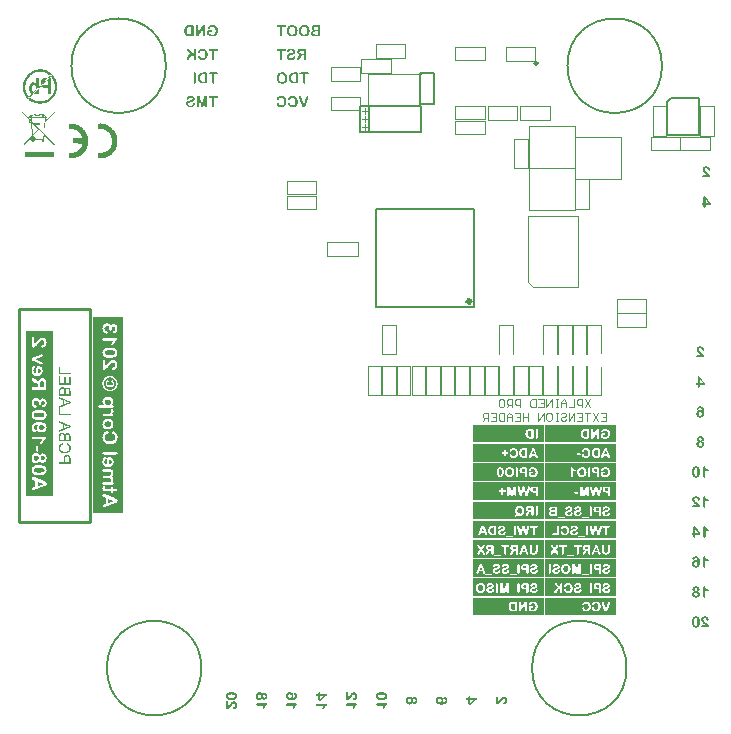
<source format=gbo>
%FSLAX43Y43*%
%MOMM*%
G71*
G01*
G75*
G04 Layer_Color=32896*
%ADD10R,0.600X1.000*%
%ADD11R,0.400X1.400*%
%ADD12R,2.300X1.900*%
%ADD13R,1.775X1.900*%
%ADD14R,0.650X0.500*%
%ADD15R,1.000X2.250*%
%ADD16R,1.400X1.150*%
%ADD17R,1.600X1.000*%
%ADD18R,2.500X3.000*%
%ADD19O,0.800X0.400*%
%ADD20O,0.250X0.700*%
%ADD21O,0.700X0.250*%
%ADD22R,4.500X4.500*%
%ADD23R,1.200X1.200*%
%ADD24R,1.100X0.600*%
%ADD25R,1.100X1.000*%
%ADD26R,0.350X0.700*%
%ADD27R,0.700X0.700*%
%ADD28R,0.282X0.205*%
%ADD29R,0.550X0.600*%
%ADD30R,0.650X0.800*%
%ADD31R,0.500X0.650*%
%ADD32R,0.762X0.762*%
%ADD33R,0.205X0.282*%
%ADD34R,0.600X0.900*%
%ADD35R,0.800X0.650*%
%ADD36R,0.600X0.550*%
G04:AMPARAMS|DCode=37|XSize=0.205mm|YSize=0.282mm|CornerRadius=0mm|HoleSize=0mm|Usage=FLASHONLY|Rotation=135.000|XOffset=0mm|YOffset=0mm|HoleType=Round|Shape=Rectangle|*
%AMROTATEDRECTD37*
4,1,4,0.172,0.027,-0.027,-0.172,-0.172,-0.027,0.027,0.172,0.172,0.027,0.0*
%
%ADD37ROTATEDRECTD37*%

G04:AMPARAMS|DCode=38|XSize=0.205mm|YSize=0.282mm|CornerRadius=0mm|HoleSize=0mm|Usage=FLASHONLY|Rotation=225.000|XOffset=0mm|YOffset=0mm|HoleType=Round|Shape=Rectangle|*
%AMROTATEDRECTD38*
4,1,4,-0.027,0.172,0.172,-0.027,0.027,-0.172,-0.172,0.027,-0.027,0.172,0.0*
%
%ADD38ROTATEDRECTD38*%

%ADD39R,0.900X0.600*%
%ADD40R,1.200X1.200*%
%ADD41R,0.700X0.700*%
%ADD42C,0.254*%
%ADD43C,0.203*%
%ADD44C,0.180*%
%ADD45C,0.150*%
%ADD46C,0.300*%
%ADD47C,0.125*%
%ADD48C,0.200*%
%ADD49C,0.114*%
%ADD50C,0.250*%
%ADD51C,0.205*%
%ADD52R,0.450X2.959*%
%ADD53R,2.025X0.450*%
%ADD54R,1.650X0.550*%
%ADD55R,0.601X0.571*%
%ADD56R,0.763X0.125*%
%ADD57R,0.600X0.670*%
%ADD58R,0.598X0.716*%
%ADD59R,2.386X0.197*%
%ADD60R,0.350X3.200*%
%ADD61R,1.700X1.700*%
%ADD62C,1.700*%
%ADD63R,1.700X1.700*%
%ADD64C,2.400*%
%ADD65C,1.050*%
%ADD66C,3.600*%
%ADD67C,0.762*%
%ADD68C,0.500*%
%ADD69C,0.450*%
%ADD70C,0.400*%
%ADD71C,0.550*%
%ADD72C,0.500*%
%ADD73C,1.600*%
G04:AMPARAMS|DCode=74|XSize=2.524mm|YSize=2.524mm|CornerRadius=0mm|HoleSize=0mm|Usage=FLASHONLY|Rotation=0.000|XOffset=0mm|YOffset=0mm|HoleType=Round|Shape=Relief|Width=0.254mm|Gap=0.254mm|Entries=4|*
%AMTHD74*
7,0,0,2.524,2.016,0.254,45*
%
%ADD74THD74*%
%ADD75C,2.100*%
G04:AMPARAMS|DCode=76|XSize=3.124mm|YSize=3.124mm|CornerRadius=0mm|HoleSize=0mm|Usage=FLASHONLY|Rotation=0.000|XOffset=0mm|YOffset=0mm|HoleType=Round|Shape=Relief|Width=0.254mm|Gap=0.254mm|Entries=4|*
%AMTHD76*
7,0,0,3.124,2.616,0.254,45*
%
%ADD76THD76*%
G04:AMPARAMS|DCode=77|XSize=1.45mm|YSize=1.45mm|CornerRadius=0mm|HoleSize=0mm|Usage=FLASHONLY|Rotation=0.000|XOffset=0mm|YOffset=0mm|HoleType=Round|Shape=Relief|Width=0.2mm|Gap=0.2mm|Entries=4|*
%AMTHD77*
7,0,0,1.450,1.050,0.200,45*
%
%ADD77THD77*%
%ADD78C,1.250*%
G04:AMPARAMS|DCode=79|XSize=4.224mm|YSize=4.224mm|CornerRadius=0mm|HoleSize=0mm|Usage=FLASHONLY|Rotation=0.000|XOffset=0mm|YOffset=0mm|HoleType=Round|Shape=Relief|Width=0.254mm|Gap=0.254mm|Entries=4|*
%AMTHD79*
7,0,0,4.224,3.716,0.254,45*
%
%ADD79THD79*%
%ADD80C,0.800*%
%ADD81C,0.850*%
%ADD82C,0.400*%
%ADD83C,2.200*%
%ADD84C,3.300*%
%ADD85C,0.930*%
%ADD86C,1.270*%
%ADD87R,1.300X1.600*%
%ADD88R,0.600X0.250*%
%ADD89R,1.600X1.500*%
%ADD90C,0.280*%
%ADD91R,1.700X0.350*%
%ADD92R,1.300X0.600*%
%ADD93R,0.350X0.850*%
%ADD94R,0.950X1.750*%
%ADD95C,0.300*%
%ADD96C,0.800*%
%ADD97C,1.000*%
%ADD98C,0.100*%
%ADD99C,0.050*%
%ADD100C,0.102*%
%ADD101R,0.800X1.000*%
%ADD102R,0.875X0.550*%
%ADD103R,2.100X2.100*%
%ADD104R,2.100X2.100*%
%ADD105R,1.700X1.700*%
%ADD106R,1.800X0.700*%
%ADD107R,0.700X1.800*%
%ADD108R,0.700X1.100*%
%ADD109R,0.500X1.500*%
%ADD110R,2.400X2.000*%
%ADD111R,1.875X2.000*%
%ADD112R,0.750X0.600*%
%ADD113R,1.100X2.350*%
%ADD114R,1.500X1.250*%
%ADD115R,1.700X1.100*%
%ADD116R,2.600X3.100*%
%ADD117O,0.900X0.500*%
%ADD118O,0.350X0.800*%
%ADD119O,0.800X0.350*%
%ADD120R,4.600X4.600*%
%ADD121R,1.300X1.300*%
%ADD122R,1.200X0.700*%
%ADD123R,1.200X1.100*%
%ADD124R,0.450X0.800*%
%ADD125R,0.800X0.800*%
%ADD126R,0.408X0.332*%
%ADD127R,0.650X0.700*%
%ADD128R,0.750X0.900*%
%ADD129R,0.600X0.750*%
%ADD130R,0.862X0.862*%
%ADD131R,0.332X0.408*%
%ADD132R,0.700X1.000*%
%ADD133R,0.900X0.750*%
%ADD134R,0.700X0.650*%
G04:AMPARAMS|DCode=135|XSize=0.332mm|YSize=0.408mm|CornerRadius=0mm|HoleSize=0mm|Usage=FLASHONLY|Rotation=135.000|XOffset=0mm|YOffset=0mm|HoleType=Round|Shape=Rectangle|*
%AMROTATEDRECTD135*
4,1,4,0.261,0.027,-0.027,-0.261,-0.261,-0.027,0.027,0.261,0.261,0.027,0.0*
%
%ADD135ROTATEDRECTD135*%

G04:AMPARAMS|DCode=136|XSize=0.332mm|YSize=0.408mm|CornerRadius=0mm|HoleSize=0mm|Usage=FLASHONLY|Rotation=225.000|XOffset=0mm|YOffset=0mm|HoleType=Round|Shape=Rectangle|*
%AMROTATEDRECTD136*
4,1,4,-0.027,0.261,0.261,-0.027,0.027,-0.261,-0.261,0.027,-0.027,0.261,0.0*
%
%ADD136ROTATEDRECTD136*%

%ADD137R,1.000X0.700*%
%ADD138R,1.300X1.300*%
%ADD139R,0.800X0.800*%
%ADD140R,1.800X1.800*%
%ADD141C,1.800*%
%ADD142R,1.800X1.800*%
%ADD143C,2.500*%
%ADD144C,1.150*%
%ADD145C,3.700*%
%ADD146C,1.370*%
%ADD147R,1.400X1.700*%
%ADD148R,0.700X0.350*%
%ADD149R,1.700X1.600*%
%ADD150C,0.380*%
%ADD151R,1.800X0.450*%
%ADD152R,1.400X0.700*%
%ADD153R,0.450X0.950*%
%ADD154R,1.050X1.850*%
%ADD155C,0.900*%
%ADD156C,0.862*%
%ADD157R,0.200X0.100*%
%ADD158C,0.112*%
G36*
X-36913Y-3074D02*
X-36899Y-3076D01*
X-36887Y-3079D01*
X-36877Y-3083D01*
X-36868Y-3088D01*
X-36863Y-3090D01*
X-36860Y-3093D01*
X-36858Y-3094D01*
X-36851Y-3103D01*
X-36845Y-3111D01*
X-36841Y-3121D01*
X-36837Y-3130D01*
X-36836Y-3139D01*
X-36835Y-3145D01*
Y-3150D01*
Y-3151D01*
X-36836Y-3164D01*
X-36838Y-3175D01*
X-36842Y-3185D01*
X-36847Y-3193D01*
X-36851Y-3199D01*
X-36854Y-3204D01*
X-36857Y-3206D01*
X-36858Y-3208D01*
X-36868Y-3214D01*
X-36879Y-3219D01*
X-36891Y-3223D01*
X-36903Y-3225D01*
X-36913Y-3226D01*
X-36922Y-3228D01*
X-37136D01*
Y-3903D01*
X-37137Y-3923D01*
X-37139Y-3940D01*
X-37144Y-3955D01*
X-37149Y-3968D01*
X-37153Y-3976D01*
X-37158Y-3984D01*
X-37161Y-3987D01*
X-37162Y-3989D01*
X-37172Y-3997D01*
X-37183Y-4005D01*
X-37194Y-4010D01*
X-37206Y-4012D01*
X-37214Y-4015D01*
X-37223Y-4016D01*
X-37229D01*
X-37244Y-4015D01*
X-37257Y-4012D01*
X-37269Y-4008D01*
X-37278Y-4003D01*
X-37287Y-3997D01*
X-37292Y-3993D01*
X-37296Y-3990D01*
X-37297Y-3989D01*
X-37306Y-3976D01*
X-37312Y-3963D01*
X-37317Y-3949D01*
X-37319Y-3935D01*
X-37322Y-3923D01*
X-37323Y-3913D01*
Y-3905D01*
Y-3903D01*
Y-3228D01*
X-37528D01*
X-37544Y-3226D01*
X-37559Y-3224D01*
X-37572Y-3221D01*
X-37582Y-3218D01*
X-37589Y-3214D01*
X-37594Y-3210D01*
X-37598Y-3209D01*
X-37599Y-3208D01*
X-37608Y-3199D01*
X-37614Y-3190D01*
X-37618Y-3180D01*
X-37622Y-3171D01*
X-37623Y-3164D01*
X-37624Y-3158D01*
Y-3153D01*
Y-3151D01*
X-37623Y-3139D01*
X-37621Y-3128D01*
X-37617Y-3118D01*
X-37613Y-3110D01*
X-37608Y-3104D01*
X-37604Y-3099D01*
X-37602Y-3096D01*
X-37601Y-3095D01*
X-37591Y-3088D01*
X-37579Y-3083D01*
X-37567Y-3078D01*
X-37556Y-3075D01*
X-37544Y-3074D01*
X-37536Y-3073D01*
X-36929D01*
X-36913Y-3074D01*
D02*
G37*
G36*
X-34997Y-7058D02*
X-34985Y-7060D01*
X-34974Y-7065D01*
X-34964Y-7070D01*
X-34956Y-7075D01*
X-34951Y-7080D01*
X-34947Y-7083D01*
X-34946Y-7084D01*
X-34937Y-7094D01*
X-34931Y-7104D01*
X-34927Y-7114D01*
X-34925Y-7123D01*
X-34923Y-7131D01*
X-34921Y-7138D01*
Y-7141D01*
Y-7143D01*
X-34923Y-7153D01*
X-34924Y-7163D01*
X-34925Y-7170D01*
Y-7173D01*
Y-7174D01*
X-34929Y-7186D01*
X-34931Y-7198D01*
X-34934Y-7205D01*
X-34935Y-7206D01*
Y-7208D01*
X-34940Y-7220D01*
X-34942Y-7230D01*
X-34945Y-7238D01*
X-34946Y-7239D01*
Y-7240D01*
X-35167Y-7841D01*
X-35176Y-7866D01*
X-35180Y-7878D01*
X-35184Y-7888D01*
X-35186Y-7896D01*
X-35189Y-7903D01*
X-35191Y-7906D01*
Y-7908D01*
X-35201Y-7930D01*
X-35205Y-7939D01*
X-35210Y-7948D01*
X-35214Y-7954D01*
X-35216Y-7959D01*
X-35217Y-7963D01*
X-35219Y-7964D01*
X-35232Y-7980D01*
X-35246Y-7991D01*
X-35252Y-7995D01*
X-35257Y-7999D01*
X-35260Y-8000D01*
X-35261Y-8001D01*
X-35271Y-8006D01*
X-35282Y-8010D01*
X-35304Y-8014D01*
X-35312Y-8015D01*
X-35320Y-8016D01*
X-35326D01*
X-35340Y-8015D01*
X-35352Y-8014D01*
X-35362Y-8011D01*
X-35372Y-8009D01*
X-35380Y-8006D01*
X-35385Y-8004D01*
X-35389Y-8001D01*
X-35390D01*
X-35407Y-7989D01*
X-35420Y-7976D01*
X-35425Y-7971D01*
X-35429Y-7966D01*
X-35430Y-7964D01*
X-35431Y-7963D01*
X-35442Y-7944D01*
X-35451Y-7926D01*
X-35455Y-7919D01*
X-35457Y-7913D01*
X-35460Y-7909D01*
Y-7908D01*
X-35469Y-7884D01*
X-35472Y-7873D01*
X-35476Y-7863D01*
X-35480Y-7854D01*
X-35481Y-7848D01*
X-35484Y-7843D01*
Y-7841D01*
X-35709Y-7235D01*
X-35712Y-7224D01*
X-35716Y-7214D01*
X-35717Y-7206D01*
X-35719Y-7205D01*
Y-7204D01*
X-35722Y-7191D01*
X-35726Y-7181D01*
X-35727Y-7174D01*
X-35729Y-7173D01*
Y-7171D01*
X-35731Y-7160D01*
X-35734Y-7150D01*
Y-7144D01*
Y-7141D01*
X-35731Y-7126D01*
X-35727Y-7114D01*
X-35725Y-7109D01*
X-35724Y-7105D01*
X-35721Y-7103D01*
Y-7101D01*
X-35711Y-7088D01*
X-35701Y-7078D01*
X-35696Y-7074D01*
X-35692Y-7071D01*
X-35690Y-7069D01*
X-35689D01*
X-35674Y-7061D01*
X-35660Y-7058D01*
X-35654Y-7056D01*
X-35645D01*
X-35632Y-7058D01*
X-35622Y-7059D01*
X-35614Y-7061D01*
X-35606Y-7064D01*
X-35600Y-7068D01*
X-35596Y-7070D01*
X-35594Y-7071D01*
X-35592Y-7073D01*
X-35580Y-7084D01*
X-35571Y-7095D01*
X-35569Y-7100D01*
X-35566Y-7104D01*
X-35565Y-7106D01*
Y-7108D01*
X-35561Y-7116D01*
X-35559Y-7126D01*
X-35550Y-7149D01*
X-35546Y-7160D01*
X-35544Y-7168D01*
X-35542Y-7174D01*
X-35541Y-7176D01*
X-35330Y-7803D01*
X-35120Y-7180D01*
X-35112Y-7158D01*
X-35105Y-7139D01*
X-35099Y-7123D01*
X-35092Y-7109D01*
X-35087Y-7099D01*
X-35084Y-7093D01*
X-35081Y-7088D01*
X-35080Y-7086D01*
X-35071Y-7076D01*
X-35061Y-7069D01*
X-35050Y-7064D01*
X-35039Y-7060D01*
X-35027Y-7058D01*
X-35019Y-7056D01*
X-35011D01*
X-34997Y-7058D01*
D02*
G37*
G36*
X-36246D02*
X-36213Y-7061D01*
X-36183Y-7068D01*
X-36157Y-7073D01*
X-36146Y-7076D01*
X-36136Y-7079D01*
X-36127Y-7083D01*
X-36120Y-7085D01*
X-36113Y-7086D01*
X-36108Y-7089D01*
X-36106Y-7090D01*
X-36105D01*
X-36076Y-7104D01*
X-36048Y-7119D01*
X-36025Y-7135D01*
X-36003Y-7150D01*
X-35987Y-7164D01*
X-35975Y-7176D01*
X-35970Y-7180D01*
X-35966Y-7184D01*
X-35965Y-7185D01*
X-35963Y-7186D01*
X-35942Y-7211D01*
X-35923Y-7236D01*
X-35908Y-7261D01*
X-35895Y-7285D01*
X-35885Y-7306D01*
X-35881Y-7315D01*
X-35877Y-7323D01*
X-35875Y-7329D01*
X-35872Y-7334D01*
X-35871Y-7336D01*
Y-7338D01*
X-35860Y-7371D01*
X-35852Y-7406D01*
X-35846Y-7440D01*
X-35842Y-7471D01*
X-35841Y-7485D01*
X-35840Y-7499D01*
Y-7510D01*
X-35839Y-7520D01*
Y-7528D01*
Y-7534D01*
Y-7538D01*
Y-7539D01*
Y-7564D01*
X-35841Y-7588D01*
X-35842Y-7610D01*
X-35845Y-7630D01*
X-35847Y-7646D01*
X-35849Y-7658D01*
X-35850Y-7663D01*
X-35851Y-7666D01*
Y-7668D01*
Y-7669D01*
X-35856Y-7691D01*
X-35862Y-7713D01*
X-35868Y-7733D01*
X-35875Y-7750D01*
X-35881Y-7764D01*
X-35886Y-7775D01*
X-35889Y-7783D01*
X-35890Y-7784D01*
Y-7785D01*
X-35900Y-7805D01*
X-35911Y-7823D01*
X-35921Y-7840D01*
X-35931Y-7854D01*
X-35940Y-7866D01*
X-35946Y-7875D01*
X-35951Y-7880D01*
X-35952Y-7883D01*
X-35968Y-7900D01*
X-35983Y-7915D01*
X-35998Y-7928D01*
X-36012Y-7939D01*
X-36025Y-7948D01*
X-36033Y-7955D01*
X-36040Y-7959D01*
X-36042Y-7960D01*
X-36061Y-7970D01*
X-36080Y-7979D01*
X-36098Y-7986D01*
X-36115Y-7992D01*
X-36130Y-7996D01*
X-36141Y-8000D01*
X-36148Y-8001D01*
X-36150Y-8002D01*
X-36151D01*
X-36173Y-8007D01*
X-36197Y-8010D01*
X-36220Y-8012D01*
X-36241Y-8015D01*
X-36258D01*
X-36272Y-8016D01*
X-36285D01*
X-36320Y-8015D01*
X-36352Y-8011D01*
X-36381Y-8006D01*
X-36406Y-8001D01*
X-36417Y-7999D01*
X-36427Y-7996D01*
X-36435Y-7994D01*
X-36442Y-7991D01*
X-36447Y-7989D01*
X-36451Y-7988D01*
X-36453Y-7986D01*
X-36455D01*
X-36481Y-7974D01*
X-36503Y-7960D01*
X-36525Y-7946D01*
X-36541Y-7934D01*
X-36555Y-7923D01*
X-36565Y-7914D01*
X-36571Y-7908D01*
X-36573Y-7905D01*
X-36590Y-7886D01*
X-36605Y-7868D01*
X-36616Y-7851D01*
X-36626Y-7835D01*
X-36633Y-7823D01*
X-36638Y-7813D01*
X-36641Y-7806D01*
X-36642Y-7804D01*
X-36650Y-7785D01*
X-36655Y-7768D01*
X-36660Y-7751D01*
X-36662Y-7738D01*
X-36663Y-7725D01*
X-36665Y-7716D01*
Y-7711D01*
Y-7709D01*
X-36663Y-7696D01*
X-36661Y-7685D01*
X-36657Y-7675D01*
X-36652Y-7666D01*
X-36647Y-7659D01*
X-36643Y-7654D01*
X-36641Y-7651D01*
X-36640Y-7650D01*
X-36631Y-7643D01*
X-36621Y-7636D01*
X-36611Y-7633D01*
X-36602Y-7629D01*
X-36595Y-7628D01*
X-36588Y-7626D01*
X-36583D01*
X-36570Y-7628D01*
X-36557Y-7630D01*
X-36547Y-7634D01*
X-36540Y-7638D01*
X-36533Y-7643D01*
X-36530Y-7646D01*
X-36527Y-7649D01*
X-36526Y-7650D01*
X-36520Y-7659D01*
X-36513Y-7669D01*
X-36505Y-7689D01*
X-36501Y-7698D01*
X-36498Y-7704D01*
X-36496Y-7709D01*
Y-7710D01*
X-36485Y-7738D01*
X-36471Y-7761D01*
X-36456Y-7781D01*
X-36442Y-7798D01*
X-36430Y-7811D01*
X-36420Y-7820D01*
X-36413Y-7825D01*
X-36412Y-7828D01*
X-36411D01*
X-36390Y-7841D01*
X-36366Y-7850D01*
X-36343Y-7858D01*
X-36322Y-7863D01*
X-36303Y-7865D01*
X-36295Y-7866D01*
X-36288D01*
X-36282Y-7868D01*
X-36275D01*
X-36247Y-7866D01*
X-36222Y-7863D01*
X-36200Y-7856D01*
X-36181Y-7850D01*
X-36165Y-7844D01*
X-36153Y-7838D01*
X-36146Y-7834D01*
X-36145Y-7833D01*
X-36143D01*
X-36123Y-7818D01*
X-36107Y-7801D01*
X-36092Y-7783D01*
X-36081Y-7765D01*
X-36071Y-7750D01*
X-36063Y-7736D01*
X-36062Y-7733D01*
X-36060Y-7729D01*
X-36058Y-7726D01*
Y-7725D01*
X-36048Y-7696D01*
X-36041Y-7666D01*
X-36036Y-7636D01*
X-36032Y-7608D01*
X-36031Y-7595D01*
X-36030Y-7583D01*
Y-7573D01*
X-36028Y-7563D01*
Y-7555D01*
Y-7550D01*
Y-7546D01*
Y-7545D01*
X-36030Y-7515D01*
X-36031Y-7488D01*
X-36035Y-7461D01*
X-36038Y-7438D01*
X-36045Y-7415D01*
X-36050Y-7394D01*
X-36056Y-7375D01*
X-36062Y-7359D01*
X-36068Y-7344D01*
X-36075Y-7330D01*
X-36081Y-7319D01*
X-36086Y-7310D01*
X-36090Y-7303D01*
X-36093Y-7298D01*
X-36095Y-7295D01*
X-36096Y-7294D01*
X-36110Y-7278D01*
X-36123Y-7265D01*
X-36138Y-7253D01*
X-36153Y-7243D01*
X-36170Y-7234D01*
X-36185Y-7226D01*
X-36200Y-7221D01*
X-36215Y-7216D01*
X-36228Y-7213D01*
X-36241Y-7210D01*
X-36252Y-7208D01*
X-36262Y-7206D01*
X-36270Y-7205D01*
X-36281D01*
X-36307Y-7206D01*
X-36331Y-7210D01*
X-36352Y-7216D01*
X-36370Y-7223D01*
X-36383Y-7229D01*
X-36395Y-7235D01*
X-36401Y-7239D01*
X-36403Y-7240D01*
X-36421Y-7254D01*
X-36438Y-7270D01*
X-36452Y-7288D01*
X-36466Y-7305D01*
X-36476Y-7320D01*
X-36483Y-7333D01*
X-36486Y-7338D01*
X-36488Y-7341D01*
X-36490Y-7343D01*
Y-7344D01*
X-36498Y-7358D01*
X-36506Y-7370D01*
X-36512Y-7380D01*
X-36518Y-7389D01*
X-36523Y-7395D01*
X-36527Y-7399D01*
X-36528Y-7401D01*
X-36530Y-7403D01*
X-36537Y-7409D01*
X-36546Y-7413D01*
X-36565Y-7418D01*
X-36572Y-7419D01*
X-36578Y-7420D01*
X-36585D01*
X-36596Y-7419D01*
X-36606Y-7416D01*
X-36616Y-7413D01*
X-36623Y-7408D01*
X-36630Y-7403D01*
X-36635Y-7399D01*
X-36637Y-7396D01*
X-36638Y-7395D01*
X-36646Y-7385D01*
X-36652Y-7375D01*
X-36656Y-7366D01*
X-36660Y-7356D01*
X-36661Y-7349D01*
X-36662Y-7343D01*
Y-7339D01*
Y-7338D01*
X-36660Y-7315D01*
X-36655Y-7294D01*
X-36647Y-7273D01*
X-36638Y-7253D01*
X-36630Y-7236D01*
X-36622Y-7224D01*
X-36620Y-7219D01*
X-36617Y-7215D01*
X-36615Y-7214D01*
Y-7213D01*
X-36596Y-7189D01*
X-36575Y-7168D01*
X-36552Y-7149D01*
X-36530Y-7133D01*
X-36510Y-7119D01*
X-36502Y-7114D01*
X-36495Y-7109D01*
X-36488Y-7106D01*
X-36483Y-7104D01*
X-36481Y-7101D01*
X-36480D01*
X-36446Y-7086D01*
X-36412Y-7075D01*
X-36378Y-7068D01*
X-36347Y-7061D01*
X-36332Y-7060D01*
X-36320Y-7059D01*
X-36308Y-7058D01*
X-36298D01*
X-36291Y-7056D01*
X-36280D01*
X-36246Y-7058D01*
D02*
G37*
G36*
X-36356Y-3058D02*
X-36320Y-3061D01*
X-36288Y-3066D01*
X-36273Y-3070D01*
X-36261Y-3073D01*
X-36248Y-3075D01*
X-36238Y-3079D01*
X-36228Y-3081D01*
X-36221Y-3084D01*
X-36216Y-3086D01*
X-36211Y-3088D01*
X-36208Y-3089D01*
X-36207D01*
X-36180Y-3103D01*
X-36155Y-3116D01*
X-36135Y-3133D01*
X-36117Y-3148D01*
X-36105Y-3160D01*
X-36095Y-3171D01*
X-36090Y-3179D01*
X-36087Y-3180D01*
Y-3181D01*
X-36073Y-3204D01*
X-36063Y-3228D01*
X-36056Y-3250D01*
X-36051Y-3271D01*
X-36048Y-3289D01*
X-36047Y-3304D01*
X-36046Y-3309D01*
Y-3313D01*
Y-3315D01*
Y-3316D01*
X-36047Y-3345D01*
X-36052Y-3371D01*
X-36058Y-3395D01*
X-36066Y-3414D01*
X-36072Y-3430D01*
X-36078Y-3441D01*
X-36083Y-3449D01*
X-36085Y-3450D01*
Y-3451D01*
X-36101Y-3470D01*
X-36118Y-3488D01*
X-36136Y-3503D01*
X-36153Y-3515D01*
X-36168Y-3524D01*
X-36181Y-3531D01*
X-36186Y-3534D01*
X-36190Y-3536D01*
X-36191Y-3538D01*
X-36192D01*
X-36218Y-3549D01*
X-36247Y-3559D01*
X-36275Y-3569D01*
X-36301Y-3576D01*
X-36325Y-3583D01*
X-36335Y-3585D01*
X-36343Y-3588D01*
X-36350Y-3589D01*
X-36355Y-3590D01*
X-36358Y-3591D01*
X-36360D01*
X-36386Y-3598D01*
X-36410Y-3604D01*
X-36430Y-3609D01*
X-36447Y-3614D01*
X-36461Y-3618D01*
X-36471Y-3621D01*
X-36476Y-3623D01*
X-36478Y-3624D01*
X-36495Y-3630D01*
X-36508Y-3638D01*
X-36522Y-3645D01*
X-36532Y-3651D01*
X-36541Y-3659D01*
X-36547Y-3664D01*
X-36551Y-3668D01*
X-36552Y-3669D01*
X-36562Y-3680D01*
X-36568Y-3693D01*
X-36573Y-3705D01*
X-36577Y-3718D01*
X-36580Y-3728D01*
X-36581Y-3736D01*
Y-3741D01*
Y-3744D01*
X-36578Y-3764D01*
X-36572Y-3783D01*
X-36565Y-3800D01*
X-36555Y-3814D01*
X-36545Y-3825D01*
X-36537Y-3833D01*
X-36531Y-3839D01*
X-36528Y-3840D01*
X-36507Y-3853D01*
X-36485Y-3863D01*
X-36462Y-3869D01*
X-36441Y-3874D01*
X-36421Y-3876D01*
X-36413Y-3878D01*
X-36406D01*
X-36400Y-3879D01*
X-36392D01*
X-36371Y-3878D01*
X-36351Y-3876D01*
X-36335Y-3873D01*
X-36320Y-3869D01*
X-36308Y-3866D01*
X-36300Y-3863D01*
X-36295Y-3861D01*
X-36293Y-3860D01*
X-36280Y-3853D01*
X-36268Y-3845D01*
X-36258Y-3836D01*
X-36250Y-3829D01*
X-36243Y-3821D01*
X-36238Y-3816D01*
X-36236Y-3813D01*
X-36235Y-3811D01*
X-36227Y-3799D01*
X-36221Y-3786D01*
X-36215Y-3774D01*
X-36208Y-3763D01*
X-36203Y-3753D01*
X-36200Y-3744D01*
X-36198Y-3739D01*
X-36197Y-3736D01*
X-36191Y-3724D01*
X-36185Y-3713D01*
X-36180Y-3703D01*
X-36173Y-3695D01*
X-36168Y-3689D01*
X-36165Y-3685D01*
X-36162Y-3683D01*
X-36161Y-3681D01*
X-36153Y-3675D01*
X-36145Y-3670D01*
X-36137Y-3666D01*
X-36130Y-3664D01*
X-36122Y-3663D01*
X-36117Y-3661D01*
X-36112D01*
X-36098Y-3663D01*
X-36087Y-3665D01*
X-36076Y-3669D01*
X-36067Y-3674D01*
X-36061Y-3679D01*
X-36055Y-3683D01*
X-36052Y-3685D01*
X-36051Y-3686D01*
X-36043Y-3695D01*
X-36037Y-3705D01*
X-36033Y-3715D01*
X-36030Y-3724D01*
X-36028Y-3731D01*
X-36027Y-3738D01*
Y-3743D01*
Y-3744D01*
X-36028Y-3766D01*
X-36033Y-3789D01*
X-36040Y-3809D01*
X-36047Y-3828D01*
X-36055Y-3844D01*
X-36061Y-3855D01*
X-36063Y-3860D01*
X-36066Y-3864D01*
X-36067Y-3865D01*
Y-3866D01*
X-36083Y-3888D01*
X-36100Y-3908D01*
X-36117Y-3924D01*
X-36133Y-3939D01*
X-36148Y-3950D01*
X-36160Y-3959D01*
X-36167Y-3964D01*
X-36168Y-3965D01*
X-36170D01*
X-36206Y-3983D01*
X-36243Y-3995D01*
X-36281Y-4004D01*
X-36317Y-4010D01*
X-36333Y-4012D01*
X-36348Y-4014D01*
X-36362Y-4015D01*
X-36375D01*
X-36383Y-4016D01*
X-36397D01*
X-36438Y-4015D01*
X-36476Y-4010D01*
X-36510Y-4004D01*
X-36525Y-4001D01*
X-36538Y-3997D01*
X-36551Y-3994D01*
X-36562Y-3990D01*
X-36572Y-3987D01*
X-36580Y-3985D01*
X-36586Y-3983D01*
X-36591Y-3980D01*
X-36593Y-3979D01*
X-36595D01*
X-36625Y-3964D01*
X-36650Y-3946D01*
X-36672Y-3930D01*
X-36690Y-3913D01*
X-36703Y-3898D01*
X-36715Y-3886D01*
X-36717Y-3881D01*
X-36720Y-3878D01*
X-36722Y-3876D01*
Y-3875D01*
X-36737Y-3849D01*
X-36747Y-3823D01*
X-36755Y-3798D01*
X-36761Y-3774D01*
X-36763Y-3753D01*
X-36765Y-3744D01*
Y-3736D01*
X-36766Y-3731D01*
Y-3726D01*
Y-3724D01*
Y-3723D01*
X-36765Y-3698D01*
X-36762Y-3674D01*
X-36758Y-3654D01*
X-36753Y-3636D01*
X-36748Y-3623D01*
X-36745Y-3613D01*
X-36742Y-3606D01*
X-36741Y-3604D01*
X-36731Y-3586D01*
X-36720Y-3571D01*
X-36708Y-3558D01*
X-36697Y-3545D01*
X-36686Y-3536D01*
X-36678Y-3529D01*
X-36673Y-3525D01*
X-36671Y-3524D01*
X-36653Y-3513D01*
X-36635Y-3503D01*
X-36617Y-3493D01*
X-36600Y-3485D01*
X-36585Y-3479D01*
X-36573Y-3474D01*
X-36568Y-3473D01*
X-36565Y-3471D01*
X-36563Y-3470D01*
X-36562D01*
X-36538Y-3461D01*
X-36513Y-3454D01*
X-36490Y-3448D01*
X-36467Y-3441D01*
X-36448Y-3436D01*
X-36441Y-3435D01*
X-36435Y-3433D01*
X-36428Y-3431D01*
X-36425D01*
X-36422Y-3430D01*
X-36421D01*
X-36398Y-3424D01*
X-36380Y-3420D01*
X-36365Y-3415D01*
X-36351Y-3413D01*
X-36342Y-3410D01*
X-36335Y-3408D01*
X-36331Y-3406D01*
X-36330D01*
X-36310Y-3399D01*
X-36293Y-3391D01*
X-36286Y-3388D01*
X-36281Y-3385D01*
X-36277Y-3383D01*
X-36276D01*
X-36258Y-3371D01*
X-36246Y-3359D01*
X-36241Y-3355D01*
X-36237Y-3351D01*
X-36236Y-3349D01*
X-36235Y-3348D01*
X-36230Y-3340D01*
X-36226Y-3331D01*
X-36222Y-3316D01*
X-36221Y-3310D01*
X-36220Y-3305D01*
Y-3301D01*
Y-3300D01*
X-36222Y-3284D01*
X-36227Y-3269D01*
X-36233Y-3256D01*
X-36242Y-3244D01*
X-36250Y-3235D01*
X-36257Y-3229D01*
X-36262Y-3224D01*
X-36263Y-3223D01*
X-36281Y-3211D01*
X-36301Y-3204D01*
X-36321Y-3198D01*
X-36340Y-3194D01*
X-36356Y-3191D01*
X-36370Y-3190D01*
X-36382D01*
X-36410Y-3191D01*
X-36433Y-3195D01*
X-36453Y-3200D01*
X-36468Y-3205D01*
X-36481Y-3210D01*
X-36490Y-3215D01*
X-36495Y-3219D01*
X-36496Y-3220D01*
X-36508Y-3233D01*
X-36521Y-3245D01*
X-36531Y-3259D01*
X-36540Y-3271D01*
X-36547Y-3284D01*
X-36552Y-3293D01*
X-36556Y-3299D01*
X-36557Y-3301D01*
X-36565Y-3314D01*
X-36571Y-3325D01*
X-36576Y-3335D01*
X-36582Y-3343D01*
X-36586Y-3348D01*
X-36590Y-3351D01*
X-36591Y-3354D01*
X-36592Y-3355D01*
X-36600Y-3360D01*
X-36607Y-3364D01*
X-36623Y-3369D01*
X-36631Y-3370D01*
X-36637Y-3371D01*
X-36642D01*
X-36655Y-3370D01*
X-36666Y-3368D01*
X-36676Y-3363D01*
X-36685Y-3358D01*
X-36692Y-3354D01*
X-36697Y-3349D01*
X-36700Y-3346D01*
X-36701Y-3345D01*
X-36708Y-3335D01*
X-36715Y-3324D01*
X-36718Y-3314D01*
X-36722Y-3304D01*
X-36723Y-3296D01*
X-36725Y-3290D01*
Y-3285D01*
Y-3284D01*
X-36723Y-3270D01*
X-36722Y-3256D01*
X-36718Y-3244D01*
X-36716Y-3233D01*
X-36712Y-3223D01*
X-36708Y-3215D01*
X-36707Y-3210D01*
X-36706Y-3209D01*
X-36698Y-3195D01*
X-36688Y-3181D01*
X-36678Y-3169D01*
X-36668Y-3158D01*
X-36660Y-3148D01*
X-36652Y-3141D01*
X-36647Y-3136D01*
X-36646Y-3135D01*
X-36630Y-3123D01*
X-36612Y-3111D01*
X-36595Y-3101D01*
X-36578Y-3093D01*
X-36565Y-3086D01*
X-36552Y-3081D01*
X-36545Y-3079D01*
X-36543Y-3078D01*
X-36542D01*
X-36518Y-3070D01*
X-36493Y-3065D01*
X-36468Y-3061D01*
X-36445Y-3059D01*
X-36425Y-3058D01*
X-36416Y-3056D01*
X-36395D01*
X-36356Y-3058D01*
D02*
G37*
G36*
X-36268Y-1058D02*
X-36232Y-1061D01*
X-36201Y-1068D01*
X-36172Y-1073D01*
X-36160Y-1076D01*
X-36150Y-1079D01*
X-36140Y-1083D01*
X-36132Y-1085D01*
X-36126Y-1086D01*
X-36121Y-1089D01*
X-36118Y-1090D01*
X-36117D01*
X-36087Y-1104D01*
X-36061Y-1119D01*
X-36036Y-1135D01*
X-36016Y-1151D01*
X-35998Y-1165D01*
X-35986Y-1176D01*
X-35982Y-1180D01*
X-35978Y-1184D01*
X-35977Y-1185D01*
X-35976Y-1186D01*
X-35956Y-1211D01*
X-35938Y-1236D01*
X-35922Y-1263D01*
X-35910Y-1286D01*
X-35900Y-1308D01*
X-35896Y-1316D01*
X-35894Y-1324D01*
X-35891Y-1330D01*
X-35889Y-1335D01*
X-35887Y-1338D01*
Y-1339D01*
X-35877Y-1373D01*
X-35870Y-1406D01*
X-35865Y-1440D01*
X-35861Y-1470D01*
X-35860Y-1483D01*
X-35859Y-1495D01*
Y-1506D01*
X-35857Y-1516D01*
Y-1524D01*
Y-1529D01*
Y-1533D01*
Y-1534D01*
X-35859Y-1573D01*
X-35862Y-1609D01*
X-35866Y-1641D01*
X-35872Y-1670D01*
X-35875Y-1684D01*
X-35877Y-1695D01*
X-35880Y-1705D01*
X-35881Y-1713D01*
X-35883Y-1720D01*
X-35885Y-1725D01*
X-35886Y-1728D01*
Y-1729D01*
X-35898Y-1761D01*
X-35912Y-1791D01*
X-35927Y-1818D01*
X-35941Y-1839D01*
X-35953Y-1858D01*
X-35960Y-1865D01*
X-35963Y-1871D01*
X-35968Y-1876D01*
X-35971Y-1880D01*
X-35973Y-1881D01*
Y-1883D01*
X-35996Y-1905D01*
X-36020Y-1925D01*
X-36043Y-1941D01*
X-36066Y-1956D01*
X-36086Y-1966D01*
X-36095Y-1971D01*
X-36102Y-1975D01*
X-36107Y-1977D01*
X-36112Y-1980D01*
X-36115Y-1981D01*
X-36116D01*
X-36150Y-1992D01*
X-36183Y-2001D01*
X-36216Y-2007D01*
X-36246Y-2011D01*
X-36260Y-2014D01*
X-36272D01*
X-36283Y-2015D01*
X-36292Y-2016D01*
X-36311D01*
X-36351Y-2015D01*
X-36387Y-2011D01*
X-36420Y-2005D01*
X-36435Y-2003D01*
X-36448Y-1999D01*
X-36461Y-1996D01*
X-36472Y-1994D01*
X-36482Y-1990D01*
X-36490Y-1987D01*
X-36496Y-1985D01*
X-36501Y-1984D01*
X-36503Y-1982D01*
X-36505D01*
X-36535Y-1969D01*
X-36563Y-1953D01*
X-36587Y-1936D01*
X-36608Y-1920D01*
X-36625Y-1906D01*
X-36637Y-1895D01*
X-36641Y-1890D01*
X-36645Y-1886D01*
X-36646Y-1885D01*
X-36647Y-1884D01*
X-36668Y-1859D01*
X-36686Y-1833D01*
X-36701Y-1808D01*
X-36713Y-1783D01*
X-36722Y-1763D01*
X-36726Y-1754D01*
X-36730Y-1746D01*
X-36732Y-1740D01*
X-36733Y-1735D01*
X-36735Y-1733D01*
Y-1731D01*
X-36745Y-1698D01*
X-36752Y-1664D01*
X-36757Y-1631D01*
X-36761Y-1600D01*
X-36762Y-1586D01*
X-36763Y-1574D01*
Y-1563D01*
X-36765Y-1554D01*
Y-1545D01*
Y-1540D01*
Y-1536D01*
Y-1535D01*
Y-1509D01*
X-36762Y-1483D01*
X-36760Y-1458D01*
X-36756Y-1434D01*
X-36752Y-1413D01*
X-36747Y-1391D01*
X-36743Y-1373D01*
X-36738Y-1354D01*
X-36733Y-1339D01*
X-36728Y-1324D01*
X-36723Y-1311D01*
X-36720Y-1301D01*
X-36716Y-1294D01*
X-36713Y-1288D01*
X-36712Y-1284D01*
X-36711Y-1283D01*
X-36690Y-1244D01*
X-36665Y-1210D01*
X-36638Y-1181D01*
X-36626Y-1169D01*
X-36613Y-1158D01*
X-36601Y-1148D01*
X-36591Y-1139D01*
X-36581Y-1133D01*
X-36572Y-1126D01*
X-36565Y-1121D01*
X-36560Y-1118D01*
X-36556Y-1116D01*
X-36555Y-1115D01*
X-36535Y-1105D01*
X-36515Y-1095D01*
X-36472Y-1081D01*
X-36431Y-1070D01*
X-36392Y-1064D01*
X-36375Y-1061D01*
X-36358Y-1059D01*
X-36343Y-1058D01*
X-36331D01*
X-36321Y-1056D01*
X-36307D01*
X-36268Y-1058D01*
D02*
G37*
G36*
X-36913Y-1074D02*
X-36899Y-1076D01*
X-36887Y-1079D01*
X-36877Y-1083D01*
X-36868Y-1088D01*
X-36863Y-1090D01*
X-36860Y-1093D01*
X-36858Y-1094D01*
X-36851Y-1103D01*
X-36845Y-1111D01*
X-36841Y-1121D01*
X-36837Y-1130D01*
X-36836Y-1139D01*
X-36835Y-1145D01*
Y-1150D01*
Y-1151D01*
X-36836Y-1164D01*
X-36838Y-1175D01*
X-36842Y-1185D01*
X-36847Y-1193D01*
X-36851Y-1199D01*
X-36854Y-1204D01*
X-36857Y-1206D01*
X-36858Y-1208D01*
X-36868Y-1214D01*
X-36879Y-1219D01*
X-36891Y-1223D01*
X-36903Y-1225D01*
X-36913Y-1226D01*
X-36922Y-1228D01*
X-37136D01*
Y-1903D01*
X-37137Y-1923D01*
X-37139Y-1940D01*
X-37144Y-1955D01*
X-37149Y-1968D01*
X-37153Y-1976D01*
X-37158Y-1984D01*
X-37161Y-1987D01*
X-37162Y-1989D01*
X-37172Y-1997D01*
X-37183Y-2005D01*
X-37194Y-2010D01*
X-37206Y-2013D01*
X-37214Y-2015D01*
X-37223Y-2016D01*
X-37229D01*
X-37244Y-2015D01*
X-37257Y-2013D01*
X-37269Y-2007D01*
X-37278Y-2003D01*
X-37287Y-1997D01*
X-37292Y-1992D01*
X-37296Y-1990D01*
X-37297Y-1989D01*
X-37306Y-1976D01*
X-37312Y-1963D01*
X-37317Y-1949D01*
X-37319Y-1935D01*
X-37322Y-1923D01*
X-37323Y-1913D01*
Y-1905D01*
Y-1903D01*
Y-1228D01*
X-37528D01*
X-37544Y-1226D01*
X-37559Y-1224D01*
X-37572Y-1221D01*
X-37582Y-1218D01*
X-37589Y-1214D01*
X-37594Y-1210D01*
X-37598Y-1209D01*
X-37599Y-1208D01*
X-37608Y-1199D01*
X-37614Y-1190D01*
X-37618Y-1180D01*
X-37622Y-1171D01*
X-37623Y-1164D01*
X-37624Y-1158D01*
Y-1153D01*
Y-1151D01*
X-37623Y-1139D01*
X-37621Y-1128D01*
X-37617Y-1118D01*
X-37613Y-1110D01*
X-37608Y-1104D01*
X-37604Y-1099D01*
X-37602Y-1096D01*
X-37601Y-1095D01*
X-37591Y-1088D01*
X-37579Y-1083D01*
X-37567Y-1078D01*
X-37556Y-1075D01*
X-37544Y-1074D01*
X-37536Y-1073D01*
X-36929D01*
X-36913Y-1074D01*
D02*
G37*
G36*
X-35221Y-3074D02*
X-35202Y-3076D01*
X-35187Y-3081D01*
X-35175Y-3086D01*
X-35166Y-3091D01*
X-35159Y-3096D01*
X-35155Y-3099D01*
X-35154Y-3100D01*
X-35145Y-3111D01*
X-35139Y-3125D01*
X-35134Y-3140D01*
X-35131Y-3155D01*
X-35129Y-3168D01*
X-35127Y-3179D01*
Y-3186D01*
Y-3188D01*
Y-3189D01*
Y-3903D01*
X-35129Y-3923D01*
X-35131Y-3940D01*
X-35135Y-3954D01*
X-35140Y-3966D01*
X-35144Y-3975D01*
X-35147Y-3983D01*
X-35150Y-3986D01*
X-35151Y-3987D01*
X-35161Y-3997D01*
X-35172Y-4004D01*
X-35185Y-4009D01*
X-35196Y-4012D01*
X-35206Y-4015D01*
X-35214Y-4016D01*
X-35221D01*
X-35236Y-4015D01*
X-35249Y-4012D01*
X-35261Y-4008D01*
X-35270Y-4003D01*
X-35279Y-3997D01*
X-35284Y-3993D01*
X-35287Y-3990D01*
X-35289Y-3989D01*
X-35297Y-3977D01*
X-35304Y-3964D01*
X-35309Y-3949D01*
X-35311Y-3935D01*
X-35314Y-3923D01*
X-35315Y-3913D01*
Y-3905D01*
Y-3904D01*
Y-3903D01*
Y-3604D01*
X-35397D01*
X-35414Y-3606D01*
X-35427Y-3608D01*
X-35440Y-3610D01*
X-35450Y-3613D01*
X-35456Y-3615D01*
X-35461Y-3616D01*
X-35462Y-3618D01*
X-35475Y-3624D01*
X-35487Y-3631D01*
X-35497Y-3639D01*
X-35507Y-3648D01*
X-35516Y-3655D01*
X-35522Y-3661D01*
X-35526Y-3666D01*
X-35527Y-3668D01*
X-35540Y-3683D01*
X-35552Y-3699D01*
X-35565Y-3716D01*
X-35576Y-3733D01*
X-35586Y-3749D01*
X-35594Y-3761D01*
X-35597Y-3766D01*
X-35600Y-3770D01*
X-35601Y-3771D01*
Y-3773D01*
X-35676Y-3898D01*
X-35685Y-3913D01*
X-35694Y-3926D01*
X-35701Y-3938D01*
X-35706Y-3948D01*
X-35711Y-3955D01*
X-35715Y-3960D01*
X-35716Y-3964D01*
X-35717Y-3965D01*
X-35730Y-3980D01*
X-35742Y-3991D01*
X-35747Y-3996D01*
X-35751Y-3999D01*
X-35754Y-4000D01*
X-35755Y-4001D01*
X-35764Y-4006D01*
X-35772Y-4010D01*
X-35789Y-4014D01*
X-35796Y-4015D01*
X-35802Y-4016D01*
X-35807D01*
X-35826Y-4015D01*
X-35835Y-4012D01*
X-35841Y-4011D01*
X-35847Y-4009D01*
X-35851Y-4008D01*
X-35854Y-4006D01*
X-35855D01*
X-35868Y-3997D01*
X-35879Y-3989D01*
X-35883Y-3981D01*
X-35886Y-3980D01*
Y-3979D01*
X-35894Y-3965D01*
X-35897Y-3953D01*
X-35898Y-3949D01*
Y-3945D01*
Y-3943D01*
Y-3941D01*
X-35897Y-3934D01*
X-35896Y-3924D01*
X-35889Y-3903D01*
X-35885Y-3893D01*
X-35882Y-3885D01*
X-35880Y-3880D01*
X-35879Y-3878D01*
X-35871Y-3859D01*
X-35861Y-3841D01*
X-35852Y-3823D01*
X-35844Y-3806D01*
X-35835Y-3793D01*
X-35829Y-3781D01*
X-35824Y-3774D01*
X-35822Y-3773D01*
Y-3771D01*
X-35809Y-3750D01*
X-35795Y-3729D01*
X-35781Y-3710D01*
X-35769Y-3694D01*
X-35757Y-3680D01*
X-35749Y-3670D01*
X-35744Y-3664D01*
X-35741Y-3661D01*
X-35724Y-3643D01*
X-35707Y-3626D01*
X-35691Y-3614D01*
X-35677Y-3603D01*
X-35665Y-3594D01*
X-35655Y-3588D01*
X-35649Y-3584D01*
X-35646Y-3583D01*
X-35667Y-3578D01*
X-35687Y-3571D01*
X-35706Y-3565D01*
X-35724Y-3558D01*
X-35740Y-3550D01*
X-35755Y-3544D01*
X-35767Y-3536D01*
X-35780Y-3529D01*
X-35790Y-3523D01*
X-35799Y-3516D01*
X-35806Y-3510D01*
X-35812Y-3505D01*
X-35817Y-3501D01*
X-35821Y-3498D01*
X-35822Y-3496D01*
X-35824Y-3495D01*
X-35834Y-3483D01*
X-35844Y-3470D01*
X-35857Y-3443D01*
X-35868Y-3415D01*
X-35875Y-3389D01*
X-35880Y-3365D01*
X-35881Y-3355D01*
Y-3346D01*
X-35882Y-3339D01*
Y-3334D01*
Y-3330D01*
Y-3329D01*
X-35881Y-3310D01*
X-35880Y-3293D01*
X-35877Y-3276D01*
X-35874Y-3261D01*
X-35870Y-3250D01*
X-35867Y-3240D01*
X-35866Y-3235D01*
X-35865Y-3233D01*
X-35857Y-3216D01*
X-35850Y-3201D01*
X-35841Y-3188D01*
X-35832Y-3176D01*
X-35825Y-3166D01*
X-35819Y-3160D01*
X-35815Y-3155D01*
X-35814Y-3154D01*
X-35801Y-3141D01*
X-35787Y-3130D01*
X-35775Y-3121D01*
X-35762Y-3114D01*
X-35752Y-3108D01*
X-35744Y-3104D01*
X-35739Y-3101D01*
X-35736Y-3100D01*
X-35709Y-3090D01*
X-35695Y-3086D01*
X-35684Y-3084D01*
X-35672Y-3081D01*
X-35664Y-3080D01*
X-35659Y-3079D01*
X-35656D01*
X-35639Y-3076D01*
X-35620Y-3075D01*
X-35602Y-3074D01*
X-35585D01*
X-35570Y-3073D01*
X-35242D01*
X-35221Y-3074D01*
D02*
G37*
G36*
X-43593Y-5074D02*
X-43576Y-5076D01*
X-43561Y-5081D01*
X-43549Y-5086D01*
X-43540Y-5091D01*
X-43532Y-5096D01*
X-43529Y-5099D01*
X-43527Y-5100D01*
X-43519Y-5111D01*
X-43512Y-5125D01*
X-43507Y-5140D01*
X-43505Y-5155D01*
X-43502Y-5168D01*
X-43501Y-5179D01*
Y-5186D01*
Y-5188D01*
Y-5189D01*
Y-5869D01*
Y-5885D01*
X-43502Y-5899D01*
X-43504Y-5911D01*
X-43505Y-5923D01*
X-43506Y-5931D01*
X-43507Y-5938D01*
X-43509Y-5941D01*
Y-5943D01*
X-43512Y-5953D01*
X-43517Y-5961D01*
X-43522Y-5968D01*
X-43529Y-5974D01*
X-43534Y-5979D01*
X-43539Y-5983D01*
X-43541Y-5984D01*
X-43542Y-5985D01*
X-43554Y-5990D01*
X-43566Y-5994D01*
X-43591Y-5997D01*
X-43602Y-5999D01*
X-43611Y-6000D01*
X-43888D01*
X-43910Y-5999D01*
X-43928Y-5997D01*
X-43946Y-5996D01*
X-43960Y-5995D01*
X-43970Y-5994D01*
X-43976Y-5992D01*
X-43978D01*
X-43997Y-5989D01*
X-44015Y-5984D01*
X-44031Y-5980D01*
X-44045Y-5975D01*
X-44057Y-5970D01*
X-44066Y-5968D01*
X-44071Y-5965D01*
X-44073Y-5964D01*
X-44090Y-5956D01*
X-44106Y-5946D01*
X-44120Y-5938D01*
X-44132Y-5929D01*
X-44142Y-5921D01*
X-44150Y-5915D01*
X-44155Y-5911D01*
X-44156Y-5910D01*
X-44173Y-5894D01*
X-44188Y-5876D01*
X-44201Y-5860D01*
X-44212Y-5844D01*
X-44221Y-5831D01*
X-44228Y-5820D01*
X-44232Y-5814D01*
X-44233Y-5811D01*
X-44243Y-5790D01*
X-44253Y-5769D01*
X-44261Y-5748D01*
X-44267Y-5729D01*
X-44272Y-5713D01*
X-44276Y-5699D01*
X-44277Y-5694D01*
Y-5690D01*
X-44278Y-5689D01*
Y-5688D01*
X-44283Y-5661D01*
X-44287Y-5634D01*
X-44290Y-5609D01*
X-44292Y-5585D01*
Y-5565D01*
X-44293Y-5556D01*
Y-5549D01*
Y-5543D01*
Y-5539D01*
Y-5536D01*
Y-5535D01*
X-44292Y-5489D01*
X-44287Y-5446D01*
X-44280Y-5406D01*
X-44271Y-5369D01*
X-44260Y-5335D01*
X-44247Y-5304D01*
X-44235Y-5276D01*
X-44221Y-5251D01*
X-44207Y-5229D01*
X-44195Y-5210D01*
X-44182Y-5194D01*
X-44171Y-5181D01*
X-44162Y-5170D01*
X-44155Y-5164D01*
X-44150Y-5159D01*
X-44148Y-5158D01*
X-44127Y-5140D01*
X-44105Y-5126D01*
X-44085Y-5115D01*
X-44065Y-5106D01*
X-44048Y-5099D01*
X-44035Y-5095D01*
X-44030Y-5094D01*
X-44026Y-5093D01*
X-44025Y-5091D01*
X-44023D01*
X-43997Y-5085D01*
X-43970Y-5080D01*
X-43942Y-5078D01*
X-43916Y-5075D01*
X-43893Y-5074D01*
X-43885Y-5073D01*
X-43615D01*
X-43593Y-5074D01*
D02*
G37*
G36*
X-42677D02*
X-42664Y-5076D01*
X-42651Y-5079D01*
X-42641Y-5083D01*
X-42632Y-5088D01*
X-42627Y-5090D01*
X-42624Y-5093D01*
X-42622Y-5094D01*
X-42615Y-5103D01*
X-42609Y-5111D01*
X-42605Y-5121D01*
X-42601Y-5130D01*
X-42600Y-5139D01*
X-42599Y-5145D01*
Y-5150D01*
Y-5151D01*
X-42600Y-5164D01*
X-42603Y-5175D01*
X-42606Y-5185D01*
X-42611Y-5193D01*
X-42615Y-5199D01*
X-42619Y-5204D01*
X-42621Y-5206D01*
X-42622Y-5208D01*
X-42632Y-5214D01*
X-42644Y-5219D01*
X-42655Y-5223D01*
X-42667Y-5225D01*
X-42677Y-5226D01*
X-42686Y-5228D01*
X-42900D01*
Y-5903D01*
X-42901Y-5923D01*
X-42904Y-5940D01*
X-42909Y-5955D01*
X-42914Y-5968D01*
X-42917Y-5976D01*
X-42922Y-5984D01*
X-42925Y-5988D01*
X-42926Y-5989D01*
X-42936Y-5997D01*
X-42947Y-6005D01*
X-42959Y-6010D01*
X-42970Y-6012D01*
X-42979Y-6015D01*
X-42987Y-6016D01*
X-42994D01*
X-43009Y-6015D01*
X-43021Y-6012D01*
X-43034Y-6008D01*
X-43042Y-6003D01*
X-43051Y-5997D01*
X-43056Y-5992D01*
X-43060Y-5990D01*
X-43061Y-5989D01*
X-43070Y-5976D01*
X-43076Y-5963D01*
X-43081Y-5949D01*
X-43084Y-5935D01*
X-43086Y-5923D01*
X-43087Y-5913D01*
Y-5905D01*
Y-5903D01*
Y-5228D01*
X-43292D01*
X-43309Y-5226D01*
X-43324Y-5224D01*
X-43336Y-5221D01*
X-43346Y-5218D01*
X-43354Y-5214D01*
X-43359Y-5210D01*
X-43362Y-5209D01*
X-43364Y-5208D01*
X-43372Y-5199D01*
X-43379Y-5190D01*
X-43382Y-5180D01*
X-43386Y-5171D01*
X-43387Y-5164D01*
X-43389Y-5158D01*
Y-5153D01*
Y-5151D01*
X-43387Y-5139D01*
X-43385Y-5128D01*
X-43381Y-5118D01*
X-43377Y-5110D01*
X-43372Y-5104D01*
X-43369Y-5099D01*
X-43366Y-5096D01*
X-43365Y-5095D01*
X-43355Y-5088D01*
X-43344Y-5083D01*
X-43331Y-5078D01*
X-43320Y-5075D01*
X-43309Y-5074D01*
X-43300Y-5073D01*
X-42694D01*
X-42677Y-5074D01*
D02*
G37*
G36*
X-44544Y-5058D02*
X-44532Y-5061D01*
X-44520Y-5065D01*
X-44511Y-5070D01*
X-44502Y-5076D01*
X-44497Y-5080D01*
X-44493Y-5084D01*
X-44492Y-5085D01*
X-44483Y-5098D01*
X-44477Y-5110D01*
X-44473Y-5125D01*
X-44471Y-5139D01*
X-44468Y-5151D01*
X-44467Y-5161D01*
Y-5169D01*
Y-5170D01*
Y-5171D01*
Y-5903D01*
X-44468Y-5923D01*
X-44471Y-5940D01*
X-44475Y-5954D01*
X-44480Y-5966D01*
X-44485Y-5975D01*
X-44488Y-5983D01*
X-44491Y-5986D01*
X-44492Y-5988D01*
X-44502Y-5997D01*
X-44513Y-6004D01*
X-44525Y-6009D01*
X-44536Y-6012D01*
X-44544Y-6015D01*
X-44553Y-6016D01*
X-44560D01*
X-44574Y-6015D01*
X-44588Y-6012D01*
X-44599Y-6008D01*
X-44609Y-6003D01*
X-44618Y-5997D01*
X-44623Y-5992D01*
X-44627Y-5990D01*
X-44628Y-5989D01*
X-44637Y-5976D01*
X-44643Y-5963D01*
X-44648Y-5949D01*
X-44651Y-5935D01*
X-44653Y-5923D01*
X-44654Y-5913D01*
Y-5905D01*
Y-5903D01*
Y-5171D01*
X-44653Y-5151D01*
X-44651Y-5134D01*
X-44646Y-5119D01*
X-44642Y-5106D01*
X-44637Y-5098D01*
X-44632Y-5090D01*
X-44629Y-5086D01*
X-44628Y-5085D01*
X-44618Y-5075D01*
X-44607Y-5069D01*
X-44594Y-5064D01*
X-44584Y-5060D01*
X-44574Y-5058D01*
X-44567Y-5056D01*
X-44560D01*
X-44544Y-5058D01*
D02*
G37*
G36*
X-44874Y-7058D02*
X-44838Y-7061D01*
X-44807Y-7066D01*
X-44792Y-7070D01*
X-44779Y-7073D01*
X-44767Y-7075D01*
X-44757Y-7079D01*
X-44747Y-7081D01*
X-44739Y-7084D01*
X-44734Y-7086D01*
X-44729Y-7088D01*
X-44727Y-7089D01*
X-44726D01*
X-44698Y-7103D01*
X-44673Y-7116D01*
X-44653Y-7133D01*
X-44636Y-7148D01*
X-44623Y-7160D01*
X-44613Y-7171D01*
X-44608Y-7179D01*
X-44606Y-7180D01*
Y-7181D01*
X-44592Y-7204D01*
X-44582Y-7228D01*
X-44574Y-7250D01*
X-44569Y-7271D01*
X-44567Y-7289D01*
X-44566Y-7304D01*
X-44564Y-7309D01*
Y-7313D01*
Y-7315D01*
Y-7316D01*
X-44566Y-7345D01*
X-44571Y-7371D01*
X-44577Y-7395D01*
X-44584Y-7414D01*
X-44591Y-7430D01*
X-44597Y-7441D01*
X-44602Y-7449D01*
X-44603Y-7450D01*
Y-7451D01*
X-44619Y-7470D01*
X-44637Y-7488D01*
X-44654Y-7503D01*
X-44672Y-7515D01*
X-44687Y-7524D01*
X-44699Y-7531D01*
X-44704Y-7534D01*
X-44708Y-7536D01*
X-44709Y-7538D01*
X-44711D01*
X-44737Y-7549D01*
X-44766Y-7559D01*
X-44793Y-7569D01*
X-44819Y-7576D01*
X-44843Y-7583D01*
X-44853Y-7585D01*
X-44862Y-7588D01*
X-44868Y-7589D01*
X-44873Y-7590D01*
X-44877Y-7591D01*
X-44878D01*
X-44904Y-7598D01*
X-44928Y-7604D01*
X-44948Y-7609D01*
X-44966Y-7614D01*
X-44979Y-7618D01*
X-44989Y-7621D01*
X-44994Y-7623D01*
X-44997Y-7624D01*
X-45013Y-7630D01*
X-45027Y-7638D01*
X-45041Y-7645D01*
X-45051Y-7651D01*
X-45059Y-7659D01*
X-45066Y-7664D01*
X-45069Y-7668D01*
X-45071Y-7669D01*
X-45081Y-7680D01*
X-45087Y-7693D01*
X-45092Y-7705D01*
X-45096Y-7718D01*
X-45098Y-7728D01*
X-45099Y-7736D01*
Y-7741D01*
Y-7744D01*
X-45097Y-7764D01*
X-45091Y-7783D01*
X-45083Y-7800D01*
X-45073Y-7814D01*
X-45063Y-7825D01*
X-45056Y-7833D01*
X-45049Y-7839D01*
X-45047Y-7840D01*
X-45026Y-7853D01*
X-45003Y-7863D01*
X-44981Y-7869D01*
X-44959Y-7874D01*
X-44939Y-7876D01*
X-44932Y-7878D01*
X-44924D01*
X-44918Y-7879D01*
X-44911D01*
X-44889Y-7878D01*
X-44869Y-7876D01*
X-44853Y-7873D01*
X-44838Y-7869D01*
X-44827Y-7866D01*
X-44818Y-7863D01*
X-44813Y-7861D01*
X-44812Y-7860D01*
X-44798Y-7853D01*
X-44787Y-7845D01*
X-44777Y-7836D01*
X-44768Y-7829D01*
X-44762Y-7821D01*
X-44757Y-7816D01*
X-44754Y-7813D01*
X-44753Y-7811D01*
X-44746Y-7799D01*
X-44739Y-7786D01*
X-44733Y-7774D01*
X-44727Y-7763D01*
X-44722Y-7753D01*
X-44718Y-7744D01*
X-44717Y-7739D01*
X-44716Y-7736D01*
X-44709Y-7724D01*
X-44703Y-7713D01*
X-44698Y-7703D01*
X-44692Y-7695D01*
X-44687Y-7689D01*
X-44683Y-7685D01*
X-44681Y-7683D01*
X-44679Y-7681D01*
X-44672Y-7675D01*
X-44663Y-7670D01*
X-44656Y-7666D01*
X-44648Y-7664D01*
X-44641Y-7663D01*
X-44636Y-7661D01*
X-44631D01*
X-44617Y-7663D01*
X-44606Y-7665D01*
X-44594Y-7669D01*
X-44586Y-7674D01*
X-44579Y-7679D01*
X-44573Y-7683D01*
X-44571Y-7685D01*
X-44569Y-7686D01*
X-44562Y-7695D01*
X-44556Y-7705D01*
X-44552Y-7715D01*
X-44548Y-7724D01*
X-44547Y-7731D01*
X-44546Y-7738D01*
Y-7743D01*
Y-7744D01*
X-44547Y-7766D01*
X-44552Y-7789D01*
X-44558Y-7809D01*
X-44566Y-7828D01*
X-44573Y-7844D01*
X-44579Y-7855D01*
X-44582Y-7860D01*
X-44584Y-7864D01*
X-44586Y-7865D01*
Y-7866D01*
X-44602Y-7888D01*
X-44618Y-7908D01*
X-44636Y-7924D01*
X-44652Y-7939D01*
X-44667Y-7950D01*
X-44678Y-7959D01*
X-44686Y-7964D01*
X-44687Y-7965D01*
X-44688D01*
X-44724Y-7983D01*
X-44762Y-7995D01*
X-44799Y-8004D01*
X-44836Y-8010D01*
X-44852Y-8012D01*
X-44867Y-8014D01*
X-44881Y-8015D01*
X-44893D01*
X-44902Y-8016D01*
X-44916D01*
X-44957Y-8015D01*
X-44994Y-8010D01*
X-45028Y-8004D01*
X-45043Y-8001D01*
X-45057Y-7997D01*
X-45069Y-7994D01*
X-45081Y-7990D01*
X-45091Y-7988D01*
X-45098Y-7985D01*
X-45104Y-7983D01*
X-45109Y-7980D01*
X-45112Y-7979D01*
X-45113D01*
X-45143Y-7964D01*
X-45168Y-7946D01*
X-45191Y-7930D01*
X-45208Y-7913D01*
X-45222Y-7898D01*
X-45233Y-7886D01*
X-45236Y-7881D01*
X-45238Y-7878D01*
X-45241Y-7876D01*
Y-7875D01*
X-45256Y-7849D01*
X-45266Y-7823D01*
X-45273Y-7798D01*
X-45279Y-7774D01*
X-45282Y-7753D01*
X-45283Y-7744D01*
Y-7736D01*
X-45284Y-7731D01*
Y-7726D01*
Y-7724D01*
Y-7723D01*
X-45283Y-7698D01*
X-45281Y-7674D01*
X-45277Y-7654D01*
X-45272Y-7636D01*
X-45267Y-7623D01*
X-45263Y-7613D01*
X-45261Y-7606D01*
X-45259Y-7604D01*
X-45249Y-7586D01*
X-45238Y-7571D01*
X-45227Y-7558D01*
X-45216Y-7545D01*
X-45204Y-7536D01*
X-45197Y-7529D01*
X-45192Y-7525D01*
X-45189Y-7524D01*
X-45172Y-7513D01*
X-45153Y-7503D01*
X-45136Y-7493D01*
X-45118Y-7485D01*
X-45103Y-7479D01*
X-45092Y-7474D01*
X-45087Y-7473D01*
X-45083Y-7471D01*
X-45082Y-7470D01*
X-45081D01*
X-45057Y-7461D01*
X-45032Y-7454D01*
X-45008Y-7448D01*
X-44986Y-7441D01*
X-44967Y-7436D01*
X-44959Y-7435D01*
X-44953Y-7433D01*
X-44947Y-7431D01*
X-44943D01*
X-44941Y-7430D01*
X-44939D01*
X-44917Y-7424D01*
X-44898Y-7420D01*
X-44883Y-7415D01*
X-44869Y-7413D01*
X-44861Y-7410D01*
X-44853Y-7408D01*
X-44849Y-7406D01*
X-44848D01*
X-44828Y-7399D01*
X-44812Y-7391D01*
X-44804Y-7388D01*
X-44799Y-7385D01*
X-44796Y-7383D01*
X-44794D01*
X-44777Y-7371D01*
X-44764Y-7359D01*
X-44759Y-7355D01*
X-44756Y-7351D01*
X-44754Y-7349D01*
X-44753Y-7348D01*
X-44748Y-7340D01*
X-44744Y-7331D01*
X-44741Y-7316D01*
X-44739Y-7310D01*
X-44738Y-7305D01*
Y-7301D01*
Y-7300D01*
X-44741Y-7284D01*
X-44746Y-7269D01*
X-44752Y-7256D01*
X-44761Y-7244D01*
X-44768Y-7235D01*
X-44776Y-7229D01*
X-44781Y-7224D01*
X-44782Y-7223D01*
X-44799Y-7211D01*
X-44819Y-7204D01*
X-44839Y-7198D01*
X-44858Y-7194D01*
X-44874Y-7191D01*
X-44888Y-7190D01*
X-44901D01*
X-44928Y-7191D01*
X-44952Y-7195D01*
X-44972Y-7200D01*
X-44987Y-7205D01*
X-44999Y-7210D01*
X-45008Y-7215D01*
X-45013Y-7219D01*
X-45014Y-7220D01*
X-45027Y-7233D01*
X-45039Y-7245D01*
X-45049Y-7259D01*
X-45058Y-7271D01*
X-45066Y-7284D01*
X-45071Y-7293D01*
X-45074Y-7299D01*
X-45076Y-7301D01*
X-45083Y-7314D01*
X-45089Y-7325D01*
X-45094Y-7335D01*
X-45101Y-7343D01*
X-45104Y-7348D01*
X-45108Y-7351D01*
X-45109Y-7354D01*
X-45111Y-7355D01*
X-45118Y-7360D01*
X-45126Y-7364D01*
X-45142Y-7369D01*
X-45149Y-7370D01*
X-45156Y-7371D01*
X-45161D01*
X-45173Y-7370D01*
X-45184Y-7368D01*
X-45194Y-7363D01*
X-45203Y-7358D01*
X-45211Y-7354D01*
X-45216Y-7349D01*
X-45218Y-7346D01*
X-45219Y-7345D01*
X-45227Y-7335D01*
X-45233Y-7324D01*
X-45237Y-7314D01*
X-45241Y-7304D01*
X-45242Y-7296D01*
X-45243Y-7290D01*
Y-7285D01*
Y-7284D01*
X-45242Y-7270D01*
X-45241Y-7256D01*
X-45237Y-7244D01*
X-45234Y-7233D01*
X-45231Y-7223D01*
X-45227Y-7215D01*
X-45226Y-7210D01*
X-45224Y-7209D01*
X-45217Y-7195D01*
X-45207Y-7181D01*
X-45197Y-7169D01*
X-45187Y-7158D01*
X-45178Y-7148D01*
X-45171Y-7141D01*
X-45166Y-7136D01*
X-45164Y-7135D01*
X-45148Y-7123D01*
X-45131Y-7111D01*
X-45113Y-7101D01*
X-45097Y-7093D01*
X-45083Y-7086D01*
X-45071Y-7081D01*
X-45063Y-7079D01*
X-45062Y-7078D01*
X-45061D01*
X-45037Y-7070D01*
X-45012Y-7065D01*
X-44987Y-7061D01*
X-44963Y-7059D01*
X-44943Y-7058D01*
X-44934Y-7056D01*
X-44913D01*
X-44874Y-7058D01*
D02*
G37*
G36*
X-37206Y-7058D02*
X-37173Y-7061D01*
X-37143Y-7068D01*
X-37117Y-7073D01*
X-37106Y-7076D01*
X-37096Y-7079D01*
X-37087Y-7083D01*
X-37079Y-7085D01*
X-37073Y-7086D01*
X-37068Y-7089D01*
X-37066Y-7090D01*
X-37064D01*
X-37036Y-7104D01*
X-37008Y-7119D01*
X-36984Y-7135D01*
X-36963Y-7150D01*
X-36947Y-7164D01*
X-36934Y-7176D01*
X-36929Y-7180D01*
X-36926Y-7184D01*
X-36924Y-7185D01*
X-36923Y-7186D01*
X-36902Y-7211D01*
X-36883Y-7236D01*
X-36868Y-7261D01*
X-36854Y-7285D01*
X-36845Y-7306D01*
X-36841Y-7315D01*
X-36837Y-7323D01*
X-36835Y-7329D01*
X-36832Y-7334D01*
X-36831Y-7336D01*
Y-7338D01*
X-36820Y-7371D01*
X-36812Y-7406D01*
X-36806Y-7440D01*
X-36802Y-7471D01*
X-36801Y-7485D01*
X-36800Y-7499D01*
Y-7510D01*
X-36798Y-7520D01*
Y-7528D01*
Y-7534D01*
Y-7538D01*
Y-7539D01*
Y-7564D01*
X-36801Y-7588D01*
X-36802Y-7610D01*
X-36805Y-7630D01*
X-36807Y-7646D01*
X-36808Y-7658D01*
X-36810Y-7663D01*
X-36811Y-7666D01*
Y-7668D01*
Y-7669D01*
X-36816Y-7691D01*
X-36822Y-7713D01*
X-36828Y-7733D01*
X-36835Y-7750D01*
X-36841Y-7764D01*
X-36846Y-7775D01*
X-36848Y-7783D01*
X-36849Y-7784D01*
Y-7785D01*
X-36860Y-7805D01*
X-36871Y-7823D01*
X-36881Y-7840D01*
X-36891Y-7854D01*
X-36899Y-7866D01*
X-36906Y-7875D01*
X-36911Y-7880D01*
X-36912Y-7883D01*
X-36928Y-7900D01*
X-36943Y-7915D01*
X-36958Y-7928D01*
X-36972Y-7939D01*
X-36984Y-7948D01*
X-36993Y-7955D01*
X-36999Y-7959D01*
X-37002Y-7960D01*
X-37021Y-7970D01*
X-37039Y-7979D01*
X-37058Y-7986D01*
X-37074Y-7992D01*
X-37089Y-7996D01*
X-37101Y-8000D01*
X-37108Y-8001D01*
X-37109Y-8002D01*
X-37111D01*
X-37133Y-8007D01*
X-37157Y-8010D01*
X-37179Y-8012D01*
X-37201Y-8015D01*
X-37218D01*
X-37232Y-8016D01*
X-37244D01*
X-37279Y-8015D01*
X-37312Y-8011D01*
X-37341Y-8006D01*
X-37366Y-8001D01*
X-37377Y-7999D01*
X-37387Y-7996D01*
X-37394Y-7994D01*
X-37402Y-7991D01*
X-37407Y-7989D01*
X-37411Y-7988D01*
X-37413Y-7986D01*
X-37414D01*
X-37441Y-7974D01*
X-37463Y-7960D01*
X-37484Y-7946D01*
X-37501Y-7934D01*
X-37514Y-7923D01*
X-37524Y-7914D01*
X-37531Y-7908D01*
X-37533Y-7905D01*
X-37549Y-7886D01*
X-37564Y-7868D01*
X-37576Y-7851D01*
X-37586Y-7835D01*
X-37593Y-7823D01*
X-37598Y-7813D01*
X-37601Y-7806D01*
X-37602Y-7804D01*
X-37609Y-7785D01*
X-37614Y-7768D01*
X-37619Y-7751D01*
X-37622Y-7738D01*
X-37623Y-7725D01*
X-37624Y-7716D01*
Y-7711D01*
Y-7709D01*
X-37623Y-7696D01*
X-37621Y-7685D01*
X-37617Y-7675D01*
X-37612Y-7666D01*
X-37607Y-7659D01*
X-37603Y-7654D01*
X-37601Y-7651D01*
X-37599Y-7650D01*
X-37591Y-7643D01*
X-37581Y-7636D01*
X-37571Y-7633D01*
X-37562Y-7629D01*
X-37554Y-7628D01*
X-37548Y-7626D01*
X-37543D01*
X-37529Y-7628D01*
X-37517Y-7630D01*
X-37507Y-7634D01*
X-37499Y-7638D01*
X-37493Y-7643D01*
X-37489Y-7646D01*
X-37487Y-7649D01*
X-37486Y-7650D01*
X-37479Y-7659D01*
X-37473Y-7669D01*
X-37464Y-7689D01*
X-37461Y-7698D01*
X-37458Y-7704D01*
X-37456Y-7709D01*
Y-7710D01*
X-37444Y-7738D01*
X-37431Y-7761D01*
X-37416Y-7781D01*
X-37402Y-7798D01*
X-37389Y-7811D01*
X-37379Y-7820D01*
X-37373Y-7825D01*
X-37372Y-7828D01*
X-37371D01*
X-37349Y-7841D01*
X-37326Y-7850D01*
X-37303Y-7858D01*
X-37282Y-7863D01*
X-37263Y-7865D01*
X-37254Y-7866D01*
X-37248D01*
X-37242Y-7868D01*
X-37234D01*
X-37207Y-7866D01*
X-37182Y-7863D01*
X-37159Y-7856D01*
X-37141Y-7850D01*
X-37124Y-7844D01*
X-37113Y-7838D01*
X-37106Y-7834D01*
X-37104Y-7833D01*
X-37103D01*
X-37083Y-7818D01*
X-37067Y-7801D01*
X-37052Y-7783D01*
X-37041Y-7765D01*
X-37031Y-7750D01*
X-37023Y-7736D01*
X-37022Y-7733D01*
X-37019Y-7729D01*
X-37018Y-7726D01*
Y-7725D01*
X-37008Y-7696D01*
X-37001Y-7666D01*
X-36996Y-7636D01*
X-36992Y-7608D01*
X-36991Y-7595D01*
X-36989Y-7583D01*
Y-7573D01*
X-36988Y-7563D01*
Y-7555D01*
Y-7550D01*
Y-7546D01*
Y-7545D01*
X-36989Y-7515D01*
X-36991Y-7488D01*
X-36994Y-7461D01*
X-36998Y-7438D01*
X-37004Y-7415D01*
X-37009Y-7394D01*
X-37016Y-7375D01*
X-37022Y-7359D01*
X-37028Y-7344D01*
X-37034Y-7330D01*
X-37041Y-7319D01*
X-37046Y-7310D01*
X-37049Y-7303D01*
X-37053Y-7298D01*
X-37054Y-7295D01*
X-37056Y-7294D01*
X-37069Y-7278D01*
X-37083Y-7265D01*
X-37098Y-7253D01*
X-37113Y-7243D01*
X-37129Y-7234D01*
X-37144Y-7226D01*
X-37159Y-7221D01*
X-37174Y-7216D01*
X-37188Y-7213D01*
X-37201Y-7210D01*
X-37212Y-7208D01*
X-37222Y-7206D01*
X-37229Y-7205D01*
X-37241D01*
X-37267Y-7206D01*
X-37291Y-7210D01*
X-37312Y-7216D01*
X-37329Y-7223D01*
X-37343Y-7229D01*
X-37354Y-7235D01*
X-37361Y-7239D01*
X-37363Y-7240D01*
X-37381Y-7254D01*
X-37398Y-7270D01*
X-37412Y-7288D01*
X-37426Y-7305D01*
X-37436Y-7320D01*
X-37443Y-7333D01*
X-37446Y-7338D01*
X-37448Y-7341D01*
X-37449Y-7343D01*
Y-7344D01*
X-37458Y-7358D01*
X-37466Y-7370D01*
X-37472Y-7380D01*
X-37478Y-7389D01*
X-37483Y-7395D01*
X-37487Y-7399D01*
X-37488Y-7401D01*
X-37489Y-7403D01*
X-37497Y-7409D01*
X-37506Y-7413D01*
X-37524Y-7418D01*
X-37532Y-7419D01*
X-37538Y-7420D01*
X-37544D01*
X-37556Y-7419D01*
X-37566Y-7416D01*
X-37576Y-7413D01*
X-37583Y-7408D01*
X-37589Y-7403D01*
X-37594Y-7399D01*
X-37597Y-7396D01*
X-37598Y-7395D01*
X-37606Y-7385D01*
X-37612Y-7375D01*
X-37616Y-7366D01*
X-37619Y-7356D01*
X-37621Y-7349D01*
X-37622Y-7343D01*
Y-7339D01*
Y-7338D01*
X-37619Y-7315D01*
X-37614Y-7294D01*
X-37607Y-7273D01*
X-37598Y-7253D01*
X-37589Y-7236D01*
X-37582Y-7224D01*
X-37579Y-7219D01*
X-37577Y-7215D01*
X-37574Y-7214D01*
Y-7213D01*
X-37556Y-7189D01*
X-37534Y-7168D01*
X-37512Y-7149D01*
X-37489Y-7133D01*
X-37469Y-7119D01*
X-37462Y-7114D01*
X-37454Y-7109D01*
X-37448Y-7106D01*
X-37443Y-7104D01*
X-37441Y-7101D01*
X-37439D01*
X-37406Y-7086D01*
X-37372Y-7075D01*
X-37338Y-7068D01*
X-37307Y-7061D01*
X-37292Y-7060D01*
X-37279Y-7059D01*
X-37268Y-7058D01*
X-37258D01*
X-37251Y-7056D01*
X-37239D01*
X-37206Y-7058D01*
D02*
G37*
G36*
X-43590Y-7074D02*
X-43572Y-7076D01*
X-43558Y-7079D01*
X-43546Y-7083D01*
X-43536Y-7088D01*
X-43530Y-7090D01*
X-43525Y-7093D01*
X-43524Y-7094D01*
X-43514Y-7104D01*
X-43506Y-7115D01*
X-43500Y-7129D01*
X-43496Y-7143D01*
X-43494Y-7156D01*
X-43492Y-7166D01*
Y-7174D01*
Y-7175D01*
Y-7176D01*
Y-7910D01*
X-43494Y-7929D01*
X-43496Y-7945D01*
X-43500Y-7959D01*
X-43505Y-7970D01*
X-43509Y-7979D01*
X-43512Y-7985D01*
X-43515Y-7989D01*
X-43516Y-7990D01*
X-43526Y-7999D01*
X-43536Y-8005D01*
X-43546Y-8010D01*
X-43556Y-8012D01*
X-43565Y-8015D01*
X-43571Y-8016D01*
X-43577D01*
X-43591Y-8015D01*
X-43605Y-8012D01*
X-43615Y-8007D01*
X-43625Y-8002D01*
X-43631Y-7999D01*
X-43637Y-7994D01*
X-43640Y-7991D01*
X-43641Y-7990D01*
X-43648Y-7979D01*
X-43655Y-7966D01*
X-43658Y-7953D01*
X-43662Y-7940D01*
X-43663Y-7929D01*
X-43665Y-7919D01*
Y-7913D01*
Y-7910D01*
Y-7269D01*
X-43812Y-7861D01*
X-43817Y-7883D01*
X-43820Y-7891D01*
X-43822Y-7900D01*
X-43825Y-7908D01*
X-43826Y-7913D01*
X-43827Y-7916D01*
Y-7918D01*
X-43833Y-7936D01*
X-43840Y-7951D01*
X-43843Y-7958D01*
X-43845Y-7963D01*
X-43847Y-7965D01*
Y-7966D01*
X-43858Y-7981D01*
X-43870Y-7992D01*
X-43875Y-7997D01*
X-43878Y-8000D01*
X-43881Y-8001D01*
X-43882Y-8002D01*
X-43891Y-8007D01*
X-43901Y-8010D01*
X-43920Y-8015D01*
X-43927D01*
X-43933Y-8016D01*
X-43938D01*
X-43953Y-8015D01*
X-43967Y-8012D01*
X-43978Y-8010D01*
X-43988Y-8005D01*
X-43996Y-8001D01*
X-44002Y-7999D01*
X-44005Y-7996D01*
X-44006Y-7995D01*
X-44015Y-7986D01*
X-44022Y-7977D01*
X-44027Y-7970D01*
X-44032Y-7963D01*
X-44036Y-7956D01*
X-44038Y-7951D01*
X-44040Y-7948D01*
Y-7946D01*
X-44043Y-7935D01*
X-44048Y-7921D01*
X-44052Y-7908D01*
X-44056Y-7894D01*
X-44060Y-7881D01*
X-44062Y-7870D01*
X-44065Y-7864D01*
Y-7861D01*
X-44213Y-7269D01*
Y-7910D01*
X-44215Y-7929D01*
X-44217Y-7945D01*
X-44221Y-7959D01*
X-44226Y-7970D01*
X-44230Y-7979D01*
X-44233Y-7985D01*
X-44236Y-7989D01*
X-44237Y-7990D01*
X-44247Y-7999D01*
X-44257Y-8005D01*
X-44267Y-8010D01*
X-44277Y-8012D01*
X-44286Y-8015D01*
X-44292Y-8016D01*
X-44298D01*
X-44312Y-8015D01*
X-44326Y-8012D01*
X-44336Y-8007D01*
X-44346Y-8002D01*
X-44352Y-7999D01*
X-44358Y-7994D01*
X-44361Y-7991D01*
X-44362Y-7990D01*
X-44370Y-7979D01*
X-44376Y-7966D01*
X-44380Y-7953D01*
X-44383Y-7940D01*
X-44385Y-7929D01*
X-44386Y-7919D01*
Y-7913D01*
Y-7910D01*
Y-7176D01*
X-44385Y-7155D01*
X-44381Y-7138D01*
X-44376Y-7124D01*
X-44370Y-7113D01*
X-44363Y-7104D01*
X-44358Y-7098D01*
X-44355Y-7095D01*
X-44353Y-7094D01*
X-44341Y-7086D01*
X-44327Y-7081D01*
X-44313Y-7078D01*
X-44300Y-7075D01*
X-44287Y-7074D01*
X-44277Y-7073D01*
X-44191D01*
X-44176Y-7074D01*
X-44162Y-7075D01*
X-44152Y-7078D01*
X-44143Y-7079D01*
X-44138Y-7081D01*
X-44135Y-7083D01*
X-44133D01*
X-44126Y-7086D01*
X-44118Y-7093D01*
X-44107Y-7104D01*
X-44103Y-7109D01*
X-44101Y-7114D01*
X-44098Y-7116D01*
Y-7118D01*
X-44095Y-7128D01*
X-44090Y-7140D01*
X-44082Y-7166D01*
X-44078Y-7179D01*
X-44076Y-7189D01*
X-44075Y-7195D01*
X-44073Y-7196D01*
Y-7198D01*
X-43938Y-7705D01*
X-43803Y-7198D01*
X-43798Y-7178D01*
X-43793Y-7161D01*
X-43790Y-7148D01*
X-43785Y-7136D01*
X-43782Y-7128D01*
X-43780Y-7123D01*
X-43777Y-7119D01*
Y-7118D01*
X-43772Y-7109D01*
X-43767Y-7101D01*
X-43761Y-7095D01*
X-43756Y-7090D01*
X-43751Y-7088D01*
X-43746Y-7085D01*
X-43743Y-7083D01*
X-43742D01*
X-43732Y-7079D01*
X-43721Y-7076D01*
X-43696Y-7074D01*
X-43685Y-7073D01*
X-43608D01*
X-43590Y-7074D01*
D02*
G37*
G36*
X-42677D02*
X-42664Y-7076D01*
X-42651Y-7079D01*
X-42641Y-7083D01*
X-42632Y-7088D01*
X-42627Y-7090D01*
X-42624Y-7093D01*
X-42622Y-7094D01*
X-42615Y-7103D01*
X-42609Y-7111D01*
X-42605Y-7121D01*
X-42601Y-7130D01*
X-42600Y-7139D01*
X-42599Y-7145D01*
Y-7150D01*
Y-7151D01*
X-42600Y-7164D01*
X-42603Y-7175D01*
X-42606Y-7185D01*
X-42611Y-7193D01*
X-42615Y-7199D01*
X-42619Y-7204D01*
X-42621Y-7206D01*
X-42622Y-7208D01*
X-42632Y-7214D01*
X-42644Y-7219D01*
X-42655Y-7223D01*
X-42667Y-7225D01*
X-42677Y-7226D01*
X-42686Y-7228D01*
X-42900D01*
Y-7903D01*
X-42901Y-7923D01*
X-42904Y-7940D01*
X-42909Y-7955D01*
X-42914Y-7968D01*
X-42917Y-7976D01*
X-42922Y-7984D01*
X-42925Y-7988D01*
X-42926Y-7989D01*
X-42936Y-7997D01*
X-42947Y-8005D01*
X-42959Y-8010D01*
X-42970Y-8012D01*
X-42979Y-8015D01*
X-42987Y-8016D01*
X-42994D01*
X-43009Y-8015D01*
X-43021Y-8012D01*
X-43034Y-8007D01*
X-43042Y-8002D01*
X-43051Y-7997D01*
X-43056Y-7992D01*
X-43060Y-7990D01*
X-43061Y-7989D01*
X-43070Y-7976D01*
X-43076Y-7963D01*
X-43081Y-7949D01*
X-43084Y-7935D01*
X-43086Y-7923D01*
X-43087Y-7913D01*
Y-7905D01*
Y-7903D01*
Y-7228D01*
X-43292D01*
X-43309Y-7226D01*
X-43324Y-7224D01*
X-43336Y-7221D01*
X-43346Y-7218D01*
X-43354Y-7214D01*
X-43359Y-7210D01*
X-43362Y-7209D01*
X-43364Y-7208D01*
X-43372Y-7199D01*
X-43379Y-7190D01*
X-43382Y-7180D01*
X-43386Y-7171D01*
X-43387Y-7164D01*
X-43389Y-7158D01*
Y-7153D01*
Y-7151D01*
X-43387Y-7139D01*
X-43385Y-7128D01*
X-43381Y-7118D01*
X-43377Y-7110D01*
X-43372Y-7104D01*
X-43369Y-7099D01*
X-43366Y-7096D01*
X-43365Y-7095D01*
X-43355Y-7088D01*
X-43344Y-7083D01*
X-43331Y-7078D01*
X-43320Y-7075D01*
X-43309Y-7074D01*
X-43300Y-7073D01*
X-42694D01*
X-42677Y-7074D01*
D02*
G37*
G36*
X-1711Y-35880D02*
X-1680Y-35884D01*
X-1652Y-35890D01*
X-1630Y-35896D01*
X-1610Y-35903D01*
X-1602Y-35905D01*
X-1596Y-35909D01*
X-1591Y-35910D01*
X-1587Y-35913D01*
X-1585Y-35914D01*
X-1583D01*
X-1560Y-35928D01*
X-1538Y-35943D01*
X-1521Y-35958D01*
X-1506Y-35973D01*
X-1495Y-35986D01*
X-1486Y-35996D01*
X-1481Y-36004D01*
X-1480Y-36005D01*
Y-36006D01*
X-1469Y-36028D01*
X-1460Y-36050D01*
X-1454Y-36070D01*
X-1450Y-36089D01*
X-1447Y-36105D01*
X-1445Y-36118D01*
Y-36123D01*
Y-36126D01*
Y-36128D01*
Y-36129D01*
X-1446Y-36154D01*
X-1450Y-36176D01*
X-1456Y-36196D01*
X-1465Y-36215D01*
X-1475Y-36233D01*
X-1485Y-36248D01*
X-1497Y-36261D01*
X-1508Y-36274D01*
X-1521Y-36284D01*
X-1532Y-36293D01*
X-1542Y-36300D01*
X-1552Y-36306D01*
X-1561Y-36310D01*
X-1567Y-36314D01*
X-1571Y-36315D01*
X-1572Y-36316D01*
X-1545Y-36328D01*
X-1520Y-36341D01*
X-1500Y-36357D01*
X-1481Y-36375D01*
X-1466Y-36394D01*
X-1454Y-36412D01*
X-1442Y-36432D01*
X-1435Y-36451D01*
X-1429Y-36470D01*
X-1424Y-36487D01*
X-1420Y-36504D01*
X-1417Y-36517D01*
X-1416Y-36530D01*
X-1415Y-36539D01*
Y-36544D01*
Y-36546D01*
X-1416Y-36576D01*
X-1421Y-36604D01*
X-1427Y-36629D01*
X-1435Y-36650D01*
X-1441Y-36669D01*
X-1445Y-36676D01*
X-1447Y-36682D01*
X-1450Y-36687D01*
X-1452Y-36691D01*
X-1454Y-36692D01*
Y-36694D01*
X-1470Y-36717D01*
X-1487Y-36737D01*
X-1507Y-36756D01*
X-1526Y-36770D01*
X-1542Y-36782D01*
X-1556Y-36790D01*
X-1561Y-36794D01*
X-1565Y-36796D01*
X-1567Y-36797D01*
X-1568D01*
X-1598Y-36810D01*
X-1630Y-36819D01*
X-1660Y-36825D01*
X-1688Y-36829D01*
X-1701Y-36831D01*
X-1713D01*
X-1723Y-36832D01*
X-1733Y-36834D01*
X-1751D01*
X-1788Y-36832D01*
X-1822Y-36827D01*
X-1852Y-36821D01*
X-1878Y-36815D01*
X-1890Y-36811D01*
X-1900Y-36807D01*
X-1908Y-36805D01*
X-1916Y-36802D01*
X-1922Y-36800D01*
X-1926Y-36797D01*
X-1928Y-36796D01*
X-1930D01*
X-1957Y-36781D01*
X-1980Y-36764D01*
X-2000Y-36747D01*
X-2016Y-36730D01*
X-2030Y-36715D01*
X-2038Y-36704D01*
X-2042Y-36699D01*
X-2045Y-36695D01*
X-2046Y-36694D01*
Y-36692D01*
X-2060Y-36667D01*
X-2070Y-36641D01*
X-2076Y-36616D01*
X-2081Y-36594D01*
X-2083Y-36574D01*
X-2085Y-36566D01*
X-2086Y-36559D01*
Y-36552D01*
Y-36549D01*
Y-36546D01*
Y-36545D01*
X-2085Y-36525D01*
X-2083Y-36505D01*
X-2080Y-36487D01*
X-2077Y-36472D01*
X-2073Y-36460D01*
X-2070Y-36450D01*
X-2068Y-36445D01*
X-2067Y-36442D01*
X-2060Y-36426D01*
X-2051Y-36410D01*
X-2041Y-36396D01*
X-2032Y-36385D01*
X-2023Y-36375D01*
X-2017Y-36368D01*
X-2012Y-36362D01*
X-2011Y-36361D01*
X-1997Y-36349D01*
X-1982Y-36339D01*
X-1968Y-36331D01*
X-1956Y-36325D01*
X-1945Y-36320D01*
X-1935Y-36318D01*
X-1930Y-36315D01*
X-1927D01*
X-1948Y-36306D01*
X-1966Y-36296D01*
X-1982Y-36285D01*
X-1995Y-36273D01*
X-2005Y-36263D01*
X-2012Y-36254D01*
X-2017Y-36248D01*
X-2018Y-36245D01*
X-2030Y-36225D01*
X-2038Y-36205D01*
X-2043Y-36186D01*
X-2048Y-36169D01*
X-2051Y-36153D01*
X-2052Y-36141D01*
Y-36136D01*
Y-36133D01*
Y-36131D01*
Y-36130D01*
X-2051Y-36113D01*
X-2050Y-36095D01*
X-2046Y-36079D01*
X-2043Y-36065D01*
X-2040Y-36053D01*
X-2036Y-36044D01*
X-2035Y-36039D01*
X-2033Y-36036D01*
X-2026Y-36020D01*
X-2016Y-36005D01*
X-2007Y-35991D01*
X-1997Y-35979D01*
X-1988Y-35970D01*
X-1981Y-35963D01*
X-1976Y-35958D01*
X-1975Y-35956D01*
X-1960Y-35944D01*
X-1943Y-35933D01*
X-1927Y-35923D01*
X-1911Y-35915D01*
X-1898Y-35909D01*
X-1887Y-35904D01*
X-1880Y-35901D01*
X-1878Y-35900D01*
X-1877D01*
X-1855Y-35893D01*
X-1831Y-35888D01*
X-1810Y-35884D01*
X-1788Y-35881D01*
X-1770Y-35880D01*
X-1756Y-35879D01*
X-1743D01*
X-1711Y-35880D01*
D02*
G37*
G36*
X-1744Y-33341D02*
X-1715Y-33345D01*
X-1690Y-33350D01*
X-1668Y-33356D01*
X-1649Y-33363D01*
X-1642Y-33365D01*
X-1635Y-33368D01*
X-1629Y-33370D01*
X-1625Y-33371D01*
X-1624Y-33373D01*
X-1623D01*
X-1599Y-33386D01*
X-1577Y-33401D01*
X-1557Y-33418D01*
X-1540Y-33433D01*
X-1527Y-33446D01*
X-1517Y-33459D01*
X-1510Y-33466D01*
X-1508Y-33468D01*
Y-33469D01*
X-1492Y-33494D01*
X-1478Y-33520D01*
X-1465Y-33546D01*
X-1455Y-33571D01*
X-1447Y-33593D01*
X-1444Y-33603D01*
X-1442Y-33610D01*
X-1439Y-33618D01*
X-1438Y-33623D01*
X-1437Y-33625D01*
Y-33626D01*
X-1429Y-33663D01*
X-1423Y-33699D01*
X-1419Y-33735D01*
X-1415Y-33768D01*
Y-33783D01*
X-1414Y-33796D01*
Y-33809D01*
X-1413Y-33819D01*
Y-33827D01*
Y-33834D01*
Y-33837D01*
Y-33839D01*
X-1414Y-33891D01*
X-1417Y-33916D01*
X-1419Y-33939D01*
X-1422Y-33961D01*
X-1425Y-33981D01*
X-1429Y-34000D01*
X-1433Y-34017D01*
X-1437Y-34034D01*
X-1440Y-34047D01*
X-1444Y-34059D01*
X-1447Y-34069D01*
X-1449Y-34077D01*
X-1452Y-34082D01*
X-1453Y-34086D01*
Y-34087D01*
X-1470Y-34124D01*
X-1489Y-34155D01*
X-1509Y-34181D01*
X-1528Y-34204D01*
X-1545Y-34220D01*
X-1560Y-34232D01*
X-1565Y-34237D01*
X-1569Y-34240D01*
X-1572Y-34241D01*
X-1573Y-34242D01*
X-1604Y-34260D01*
X-1635Y-34272D01*
X-1667Y-34282D01*
X-1697Y-34289D01*
X-1709Y-34290D01*
X-1722Y-34292D01*
X-1733Y-34294D01*
X-1742D01*
X-1750Y-34295D01*
X-1760D01*
X-1794Y-34294D01*
X-1827Y-34289D01*
X-1855Y-34282D01*
X-1880Y-34274D01*
X-1890Y-34270D01*
X-1900Y-34266D01*
X-1909Y-34264D01*
X-1915Y-34260D01*
X-1922Y-34257D01*
X-1925Y-34255D01*
X-1928Y-34254D01*
X-1929D01*
X-1955Y-34237D01*
X-1979Y-34219D01*
X-1999Y-34199D01*
X-2015Y-34181D01*
X-2028Y-34164D01*
X-2038Y-34151D01*
X-2041Y-34146D01*
X-2043Y-34142D01*
X-2045Y-34140D01*
Y-34139D01*
X-2059Y-34110D01*
X-2070Y-34081D01*
X-2078Y-34054D01*
X-2083Y-34027D01*
X-2085Y-34005D01*
X-2086Y-33996D01*
X-2088Y-33987D01*
Y-33981D01*
Y-33976D01*
Y-33974D01*
Y-33972D01*
X-2086Y-33950D01*
X-2084Y-33927D01*
X-2081Y-33907D01*
X-2078Y-33890D01*
X-2073Y-33875D01*
X-2070Y-33864D01*
X-2068Y-33856D01*
X-2066Y-33854D01*
X-2058Y-33833D01*
X-2048Y-33814D01*
X-2038Y-33796D01*
X-2028Y-33783D01*
X-2019Y-33770D01*
X-2011Y-33761D01*
X-2006Y-33756D01*
X-2005Y-33754D01*
X-1990Y-33739D01*
X-1974Y-33725D01*
X-1959Y-33714D01*
X-1944Y-33705D01*
X-1931Y-33698D01*
X-1922Y-33691D01*
X-1915Y-33689D01*
X-1914Y-33688D01*
X-1913D01*
X-1893Y-33680D01*
X-1873Y-33674D01*
X-1854Y-33670D01*
X-1837Y-33666D01*
X-1822Y-33665D01*
X-1809Y-33664D01*
X-1799D01*
X-1775Y-33665D01*
X-1753Y-33668D01*
X-1733Y-33673D01*
X-1717Y-33676D01*
X-1702Y-33681D01*
X-1690Y-33686D01*
X-1684Y-33689D01*
X-1682Y-33690D01*
X-1664Y-33700D01*
X-1649Y-33713D01*
X-1637Y-33724D01*
X-1627Y-33736D01*
X-1619Y-33748D01*
X-1614Y-33756D01*
X-1612Y-33761D01*
X-1610Y-33764D01*
X-1612Y-33736D01*
X-1614Y-33711D01*
X-1618Y-33688D01*
X-1622Y-33666D01*
X-1625Y-33646D01*
X-1629Y-33629D01*
X-1634Y-33613D01*
X-1638Y-33599D01*
X-1643Y-33588D01*
X-1647Y-33576D01*
X-1650Y-33568D01*
X-1654Y-33561D01*
X-1657Y-33555D01*
X-1659Y-33551D01*
X-1660Y-33550D01*
Y-33549D01*
X-1669Y-33538D01*
X-1678Y-33529D01*
X-1685Y-33520D01*
X-1694Y-33514D01*
X-1702Y-33509D01*
X-1707Y-33505D01*
X-1710Y-33503D01*
X-1712Y-33501D01*
X-1723Y-33495D01*
X-1734Y-33491D01*
X-1743Y-33488D01*
X-1753Y-33486D01*
X-1759Y-33485D01*
X-1765Y-33484D01*
X-1770D01*
X-1784Y-33485D01*
X-1795Y-33488D01*
X-1807Y-33490D01*
X-1815Y-33494D01*
X-1824Y-33499D01*
X-1829Y-33501D01*
X-1833Y-33504D01*
X-1834Y-33505D01*
X-1844Y-33513D01*
X-1853Y-33521D01*
X-1860Y-33530D01*
X-1865Y-33538D01*
X-1870Y-33545D01*
X-1873Y-33551D01*
X-1875Y-33555D01*
Y-33556D01*
X-1880Y-33569D01*
X-1887Y-33579D01*
X-1893Y-33589D01*
X-1899Y-33596D01*
X-1904Y-33603D01*
X-1909Y-33606D01*
X-1912Y-33609D01*
X-1913Y-33610D01*
X-1923Y-33616D01*
X-1931Y-33620D01*
X-1950Y-33625D01*
X-1957Y-33626D01*
X-1963Y-33628D01*
X-1968D01*
X-1980Y-33626D01*
X-1993Y-33624D01*
X-2003Y-33620D01*
X-2010Y-33615D01*
X-2018Y-33611D01*
X-2023Y-33608D01*
X-2025Y-33605D01*
X-2026Y-33604D01*
X-2034Y-33594D01*
X-2040Y-33585D01*
X-2044Y-33575D01*
X-2048Y-33566D01*
X-2049Y-33560D01*
X-2050Y-33554D01*
Y-33550D01*
Y-33549D01*
X-2049Y-33531D01*
X-2045Y-33515D01*
X-2040Y-33499D01*
X-2034Y-33485D01*
X-2028Y-33473D01*
X-2023Y-33464D01*
X-2019Y-33458D01*
X-2018Y-33455D01*
X-2004Y-33438D01*
X-1989Y-33421D01*
X-1973Y-33408D01*
X-1958Y-33396D01*
X-1944Y-33386D01*
X-1931Y-33380D01*
X-1924Y-33375D01*
X-1923Y-33374D01*
X-1922D01*
X-1897Y-33363D01*
X-1872Y-33354D01*
X-1848Y-33349D01*
X-1824Y-33344D01*
X-1805Y-33341D01*
X-1797D01*
X-1789Y-33340D01*
X-1775D01*
X-1744Y-33341D01*
D02*
G37*
G36*
X-15021Y-47775D02*
X-21021D01*
Y-46275D01*
X-15021D01*
Y-47775D01*
D02*
G37*
G36*
X-2084Y-38421D02*
X-2051Y-38426D01*
X-2021Y-38435D01*
X-1996Y-38444D01*
X-1985Y-38449D01*
X-1975Y-38453D01*
X-1967Y-38458D01*
X-1960Y-38461D01*
X-1954Y-38464D01*
X-1950Y-38466D01*
X-1948Y-38469D01*
X-1946D01*
X-1922Y-38489D01*
X-1899Y-38511D01*
X-1880Y-38534D01*
X-1865Y-38556D01*
X-1853Y-38575D01*
X-1849Y-38584D01*
X-1844Y-38591D01*
X-1842Y-38598D01*
X-1839Y-38603D01*
X-1838Y-38605D01*
Y-38606D01*
X-1829Y-38629D01*
X-1823Y-38653D01*
X-1817Y-38676D01*
X-1812Y-38696D01*
X-1809Y-38715D01*
X-1807Y-38730D01*
X-1805Y-38735D01*
X-1804Y-38739D01*
Y-38741D01*
Y-38743D01*
X-1802Y-38771D01*
X-1799Y-38801D01*
X-1798Y-38829D01*
X-1797Y-38855D01*
X-1795Y-38879D01*
Y-38889D01*
Y-38896D01*
Y-38904D01*
Y-38909D01*
Y-38911D01*
Y-38912D01*
Y-38940D01*
X-1797Y-38965D01*
X-1798Y-38989D01*
X-1800Y-39009D01*
X-1802Y-39026D01*
X-1803Y-39039D01*
Y-39044D01*
X-1804Y-39047D01*
Y-39049D01*
Y-39050D01*
X-1808Y-39072D01*
X-1813Y-39095D01*
X-1818Y-39115D01*
X-1823Y-39132D01*
X-1827Y-39146D01*
X-1830Y-39157D01*
X-1833Y-39165D01*
X-1834Y-39166D01*
Y-39167D01*
X-1850Y-39201D01*
X-1868Y-39231D01*
X-1887Y-39257D01*
X-1905Y-39279D01*
X-1923Y-39296D01*
X-1936Y-39309D01*
X-1941Y-39312D01*
X-1945Y-39316D01*
X-1948Y-39317D01*
X-1949Y-39319D01*
X-1964Y-39329D01*
X-1979Y-39336D01*
X-2009Y-39350D01*
X-2039Y-39360D01*
X-2066Y-39366D01*
X-2079Y-39369D01*
X-2090Y-39371D01*
X-2100Y-39372D01*
X-2109D01*
X-2115Y-39374D01*
X-2125D01*
X-2156Y-39372D01*
X-2186Y-39367D01*
X-2213Y-39361D01*
X-2235Y-39352D01*
X-2255Y-39345D01*
X-2263Y-39342D01*
X-2269Y-39339D01*
X-2274Y-39336D01*
X-2278Y-39334D01*
X-2280Y-39332D01*
X-2281D01*
X-2306Y-39315D01*
X-2329Y-39296D01*
X-2348Y-39277D01*
X-2365Y-39259D01*
X-2378Y-39241D01*
X-2388Y-39227D01*
X-2390Y-39222D01*
X-2393Y-39219D01*
X-2395Y-39216D01*
Y-39215D01*
X-2408Y-39191D01*
X-2418Y-39167D01*
X-2425Y-39145D01*
X-2433Y-39124D01*
X-2436Y-39106D01*
X-2440Y-39091D01*
X-2441Y-39086D01*
X-2443Y-39082D01*
Y-39080D01*
Y-39079D01*
X-2448Y-39050D01*
X-2450Y-39019D01*
X-2453Y-38990D01*
X-2455Y-38961D01*
Y-38949D01*
Y-38937D01*
X-2456Y-38927D01*
Y-38919D01*
Y-38911D01*
Y-38906D01*
Y-38903D01*
Y-38901D01*
Y-38866D01*
X-2454Y-38835D01*
X-2451Y-38804D01*
X-2449Y-38776D01*
X-2445Y-38750D01*
X-2441Y-38725D01*
X-2436Y-38704D01*
X-2433Y-38684D01*
X-2428Y-38666D01*
X-2423Y-38651D01*
X-2419Y-38638D01*
X-2415Y-38626D01*
X-2413Y-38619D01*
X-2410Y-38613D01*
X-2408Y-38609D01*
Y-38608D01*
X-2396Y-38586D01*
X-2385Y-38566D01*
X-2373Y-38549D01*
X-2361Y-38534D01*
X-2353Y-38521D01*
X-2345Y-38513D01*
X-2339Y-38508D01*
X-2338Y-38505D01*
X-2321Y-38490D01*
X-2305Y-38478D01*
X-2289Y-38466D01*
X-2274Y-38458D01*
X-2261Y-38450D01*
X-2250Y-38445D01*
X-2244Y-38443D01*
X-2243Y-38441D01*
X-2241D01*
X-2221Y-38434D01*
X-2200Y-38429D01*
X-2179Y-38424D01*
X-2160Y-38421D01*
X-2144Y-38420D01*
X-2131Y-38419D01*
X-2120D01*
X-2084Y-38421D01*
D02*
G37*
G36*
X-2095Y-40961D02*
X-2068Y-40964D01*
X-2043Y-40968D01*
X-2023Y-40973D01*
X-2006Y-40978D01*
X-1993Y-40981D01*
X-1988Y-40983D01*
X-1985Y-40984D01*
X-1983Y-40985D01*
X-1982D01*
X-1961Y-40995D01*
X-1941Y-41005D01*
X-1925Y-41015D01*
X-1910Y-41026D01*
X-1898Y-41035D01*
X-1890Y-41043D01*
X-1885Y-41048D01*
X-1882Y-41049D01*
X-1868Y-41064D01*
X-1856Y-41080D01*
X-1845Y-41094D01*
X-1837Y-41108D01*
X-1830Y-41120D01*
X-1825Y-41129D01*
X-1822Y-41135D01*
X-1821Y-41138D01*
X-1815Y-41155D01*
X-1810Y-41173D01*
X-1806Y-41189D01*
X-1803Y-41203D01*
X-1802Y-41215D01*
X-1801Y-41224D01*
Y-41229D01*
Y-41231D01*
X-1802Y-41246D01*
X-1805Y-41259D01*
X-1808Y-41270D01*
X-1813Y-41279D01*
X-1817Y-41286D01*
X-1821Y-41291D01*
X-1823Y-41295D01*
X-1825Y-41296D01*
X-1835Y-41304D01*
X-1845Y-41310D01*
X-1855Y-41314D01*
X-1865Y-41318D01*
X-1873Y-41319D01*
X-1880Y-41320D01*
X-1886D01*
X-1901Y-41319D01*
X-1913Y-41316D01*
X-1925Y-41313D01*
X-1933Y-41308D01*
X-1941Y-41303D01*
X-1946Y-41299D01*
X-1948Y-41296D01*
X-1950Y-41295D01*
X-1957Y-41285D01*
X-1965Y-41274D01*
X-1975Y-41251D01*
X-1980Y-41243D01*
X-1982Y-41234D01*
X-1985Y-41229D01*
Y-41228D01*
X-1990Y-41213D01*
X-1995Y-41201D01*
X-1997Y-41193D01*
X-2001Y-41186D01*
X-2002Y-41183D01*
X-2003Y-41179D01*
X-2005Y-41178D01*
X-2013Y-41166D01*
X-2022Y-41155D01*
X-2031Y-41146D01*
X-2041Y-41139D01*
X-2060Y-41128D01*
X-2078Y-41120D01*
X-2096Y-41115D01*
X-2108Y-41113D01*
X-2113Y-41111D01*
X-2121D01*
X-2133Y-41113D01*
X-2146Y-41114D01*
X-2157Y-41116D01*
X-2167Y-41119D01*
X-2175Y-41123D01*
X-2181Y-41125D01*
X-2185Y-41126D01*
X-2186Y-41128D01*
X-2197Y-41134D01*
X-2206Y-41141D01*
X-2215Y-41149D01*
X-2221Y-41156D01*
X-2226Y-41163D01*
X-2230Y-41168D01*
X-2232Y-41171D01*
X-2233Y-41173D01*
X-2240Y-41183D01*
X-2243Y-41194D01*
X-2247Y-41205D01*
X-2248Y-41215D01*
X-2250Y-41224D01*
X-2251Y-41230D01*
Y-41235D01*
Y-41236D01*
X-2250Y-41249D01*
X-2248Y-41261D01*
X-2246Y-41274D01*
X-2242Y-41284D01*
X-2238Y-41293D01*
X-2236Y-41300D01*
X-2235Y-41305D01*
X-2233Y-41306D01*
X-2227Y-41320D01*
X-2218Y-41333D01*
X-2211Y-41345D01*
X-2203Y-41355D01*
X-2196Y-41365D01*
X-2190Y-41371D01*
X-2186Y-41376D01*
X-2185Y-41378D01*
X-2172Y-41390D01*
X-2158Y-41403D01*
X-2145Y-41415D01*
X-2132Y-41425D01*
X-2121Y-41434D01*
X-2112Y-41440D01*
X-2106Y-41445D01*
X-2103Y-41446D01*
X-2090Y-41456D01*
X-2075Y-41467D01*
X-2058Y-41481D01*
X-2042Y-41495D01*
X-2027Y-41509D01*
X-2016Y-41519D01*
X-2011Y-41522D01*
X-2007Y-41526D01*
X-2006Y-41527D01*
X-2005Y-41529D01*
X-1980Y-41552D01*
X-1955Y-41577D01*
X-1931Y-41601D01*
X-1910Y-41624D01*
X-1891Y-41644D01*
X-1883Y-41651D01*
X-1876Y-41659D01*
X-1871Y-41665D01*
X-1867Y-41669D01*
X-1865Y-41671D01*
X-1863Y-41672D01*
X-1843Y-41694D01*
X-1836Y-41705D01*
X-1828Y-41715D01*
X-1823Y-41724D01*
X-1820Y-41731D01*
X-1817Y-41736D01*
X-1816Y-41737D01*
X-1810Y-41751D01*
X-1806Y-41764D01*
X-1802Y-41775D01*
X-1801Y-41785D01*
X-1800Y-41792D01*
X-1798Y-41797D01*
Y-41801D01*
Y-41802D01*
X-1800Y-41817D01*
X-1803Y-41830D01*
X-1808Y-41841D01*
X-1813Y-41851D01*
X-1818Y-41860D01*
X-1823Y-41866D01*
X-1827Y-41870D01*
X-1828Y-41871D01*
X-1841Y-41881D01*
X-1853Y-41887D01*
X-1867Y-41892D01*
X-1881Y-41896D01*
X-1892Y-41899D01*
X-1901Y-41900D01*
X-2367D01*
X-2383Y-41899D01*
X-2398Y-41896D01*
X-2411Y-41892D01*
X-2421Y-41887D01*
X-2428Y-41884D01*
X-2433Y-41880D01*
X-2437Y-41877D01*
X-2438Y-41876D01*
X-2446Y-41866D01*
X-2452Y-41856D01*
X-2456Y-41846D01*
X-2459Y-41836D01*
X-2461Y-41827D01*
X-2462Y-41821D01*
Y-41816D01*
Y-41815D01*
X-2461Y-41801D01*
X-2457Y-41789D01*
X-2452Y-41779D01*
X-2447Y-41769D01*
X-2442Y-41762D01*
X-2437Y-41756D01*
X-2433Y-41754D01*
X-2432Y-41752D01*
X-2420Y-41745D01*
X-2406Y-41739D01*
X-2392Y-41735D01*
X-2380Y-41731D01*
X-2367Y-41730D01*
X-2357Y-41729D01*
X-2038D01*
X-2048Y-41724D01*
X-2058Y-41717D01*
X-2065Y-41711D01*
X-2066Y-41710D01*
X-2067Y-41709D01*
X-2073Y-41700D01*
X-2082Y-41691D01*
X-2101Y-41674D01*
X-2121Y-41654D01*
X-2142Y-41635D01*
X-2161Y-41619D01*
X-2170Y-41611D01*
X-2177Y-41605D01*
X-2183Y-41600D01*
X-2188Y-41596D01*
X-2191Y-41594D01*
X-2192Y-41592D01*
X-2210Y-41579D01*
X-2225Y-41566D01*
X-2252Y-41542D01*
X-2276Y-41524D01*
X-2295Y-41507D01*
X-2308Y-41495D01*
X-2318Y-41486D01*
X-2325Y-41481D01*
X-2326Y-41480D01*
X-2341Y-41465D01*
X-2356Y-41447D01*
X-2370Y-41431D01*
X-2382Y-41415D01*
X-2392Y-41400D01*
X-2401Y-41389D01*
X-2403Y-41384D01*
X-2406Y-41380D01*
X-2407Y-41379D01*
Y-41378D01*
X-2421Y-41353D01*
X-2431Y-41328D01*
X-2437Y-41303D01*
X-2442Y-41280D01*
X-2444Y-41261D01*
X-2446Y-41253D01*
X-2447Y-41246D01*
Y-41240D01*
Y-41236D01*
Y-41234D01*
Y-41233D01*
X-2446Y-41214D01*
X-2444Y-41195D01*
X-2441Y-41179D01*
X-2437Y-41164D01*
X-2433Y-41151D01*
X-2431Y-41143D01*
X-2428Y-41136D01*
X-2427Y-41134D01*
X-2420Y-41116D01*
X-2411Y-41100D01*
X-2402Y-41086D01*
X-2393Y-41074D01*
X-2386Y-41064D01*
X-2380Y-41056D01*
X-2375Y-41051D01*
X-2373Y-41050D01*
X-2360Y-41036D01*
X-2346Y-41025D01*
X-2332Y-41015D01*
X-2320Y-41006D01*
X-2308Y-41000D01*
X-2300Y-40995D01*
X-2295Y-40993D01*
X-2292Y-40991D01*
X-2265Y-40981D01*
X-2237Y-40974D01*
X-2208Y-40968D01*
X-2182Y-40964D01*
X-2160Y-40961D01*
X-2150D01*
X-2141Y-40960D01*
X-2125D01*
X-2095Y-40961D01*
D02*
G37*
G36*
X-1404Y-40963D02*
X-1395Y-40964D01*
X-1389Y-40966D01*
X-1384Y-40969D01*
X-1380Y-40971D01*
X-1379Y-40973D01*
X-1377Y-40974D01*
X-1372Y-40980D01*
X-1365Y-40989D01*
X-1357Y-41000D01*
X-1349Y-41010D01*
X-1341Y-41020D01*
X-1336Y-41029D01*
X-1331Y-41034D01*
X-1330Y-41036D01*
X-1317Y-41054D01*
X-1304Y-41070D01*
X-1291Y-41084D01*
X-1279Y-41098D01*
X-1269Y-41108D01*
X-1260Y-41116D01*
X-1255Y-41121D01*
X-1252Y-41123D01*
X-1235Y-41136D01*
X-1216Y-41150D01*
X-1196Y-41163D01*
X-1177Y-41173D01*
X-1161Y-41183D01*
X-1147Y-41189D01*
X-1142Y-41191D01*
X-1139Y-41194D01*
X-1136Y-41195D01*
X-1135D01*
X-1117Y-41204D01*
X-1102Y-41211D01*
X-1089Y-41219D01*
X-1079Y-41225D01*
X-1071Y-41230D01*
X-1065Y-41233D01*
X-1062Y-41235D01*
X-1061Y-41236D01*
X-1054Y-41244D01*
X-1049Y-41251D01*
X-1044Y-41260D01*
X-1041Y-41269D01*
X-1040Y-41278D01*
X-1039Y-41284D01*
Y-41289D01*
Y-41290D01*
X-1040Y-41301D01*
X-1042Y-41313D01*
X-1046Y-41323D01*
X-1051Y-41331D01*
X-1055Y-41338D01*
X-1059Y-41343D01*
X-1061Y-41346D01*
X-1062Y-41348D01*
X-1071Y-41355D01*
X-1081Y-41361D01*
X-1090Y-41365D01*
X-1099Y-41369D01*
X-1106Y-41370D01*
X-1112Y-41371D01*
X-1117D01*
X-1130Y-41370D01*
X-1142Y-41366D01*
X-1157Y-41360D01*
X-1174Y-41353D01*
X-1190Y-41343D01*
X-1206Y-41333D01*
X-1240Y-41310D01*
X-1255Y-41299D01*
X-1270Y-41289D01*
X-1282Y-41278D01*
X-1295Y-41269D01*
X-1304Y-41261D01*
X-1311Y-41255D01*
X-1316Y-41251D01*
X-1317Y-41250D01*
Y-41802D01*
X-1319Y-41821D01*
X-1321Y-41839D01*
X-1326Y-41854D01*
X-1331Y-41865D01*
X-1335Y-41874D01*
X-1340Y-41881D01*
X-1342Y-41885D01*
X-1344Y-41886D01*
X-1354Y-41896D01*
X-1366Y-41902D01*
X-1377Y-41907D01*
X-1389Y-41911D01*
X-1399Y-41914D01*
X-1406Y-41915D01*
X-1414D01*
X-1431Y-41914D01*
X-1446Y-41909D01*
X-1460Y-41902D01*
X-1471Y-41894D01*
X-1480Y-41884D01*
X-1488Y-41871D01*
X-1495Y-41860D01*
X-1500Y-41846D01*
X-1507Y-41821D01*
X-1510Y-41810D01*
X-1511Y-41800D01*
X-1512Y-41791D01*
Y-41785D01*
Y-41780D01*
Y-41779D01*
Y-41069D01*
X-1511Y-41051D01*
X-1508Y-41036D01*
X-1505Y-41023D01*
X-1501Y-41011D01*
X-1496Y-41003D01*
X-1492Y-40995D01*
X-1490Y-40991D01*
X-1488Y-40990D01*
X-1479Y-40980D01*
X-1469Y-40973D01*
X-1459Y-40968D01*
X-1447Y-40964D01*
X-1439Y-40961D01*
X-1431Y-40960D01*
X-1414D01*
X-1404Y-40963D01*
D02*
G37*
G36*
X-1409Y-38423D02*
X-1400Y-38424D01*
X-1394Y-38426D01*
X-1389Y-38429D01*
X-1385Y-38431D01*
X-1384Y-38433D01*
X-1383Y-38434D01*
X-1378Y-38440D01*
X-1370Y-38449D01*
X-1363Y-38460D01*
X-1354Y-38470D01*
X-1347Y-38480D01*
X-1342Y-38489D01*
X-1337Y-38494D01*
X-1335Y-38496D01*
X-1323Y-38514D01*
X-1309Y-38530D01*
X-1297Y-38544D01*
X-1284Y-38558D01*
X-1274Y-38568D01*
X-1265Y-38576D01*
X-1260Y-38581D01*
X-1258Y-38583D01*
X-1240Y-38596D01*
X-1222Y-38610D01*
X-1202Y-38623D01*
X-1183Y-38633D01*
X-1167Y-38643D01*
X-1153Y-38649D01*
X-1148Y-38651D01*
X-1144Y-38654D01*
X-1142Y-38655D01*
X-1140D01*
X-1123Y-38664D01*
X-1108Y-38671D01*
X-1094Y-38679D01*
X-1084Y-38685D01*
X-1077Y-38690D01*
X-1070Y-38693D01*
X-1068Y-38695D01*
X-1067Y-38696D01*
X-1059Y-38704D01*
X-1054Y-38711D01*
X-1049Y-38720D01*
X-1047Y-38729D01*
X-1045Y-38738D01*
X-1044Y-38744D01*
Y-38749D01*
Y-38750D01*
X-1045Y-38761D01*
X-1048Y-38773D01*
X-1052Y-38783D01*
X-1057Y-38791D01*
X-1060Y-38798D01*
X-1064Y-38803D01*
X-1067Y-38806D01*
X-1068Y-38808D01*
X-1077Y-38815D01*
X-1087Y-38821D01*
X-1095Y-38825D01*
X-1104Y-38829D01*
X-1112Y-38830D01*
X-1118Y-38831D01*
X-1123D01*
X-1135Y-38830D01*
X-1148Y-38826D01*
X-1163Y-38820D01*
X-1179Y-38813D01*
X-1195Y-38803D01*
X-1212Y-38793D01*
X-1245Y-38770D01*
X-1260Y-38759D01*
X-1275Y-38749D01*
X-1288Y-38738D01*
X-1300Y-38729D01*
X-1309Y-38721D01*
X-1317Y-38715D01*
X-1322Y-38711D01*
X-1323Y-38710D01*
Y-39262D01*
X-1324Y-39281D01*
X-1327Y-39299D01*
X-1332Y-39314D01*
X-1337Y-39325D01*
X-1340Y-39334D01*
X-1345Y-39341D01*
X-1348Y-39345D01*
X-1349Y-39346D01*
X-1359Y-39356D01*
X-1372Y-39362D01*
X-1383Y-39367D01*
X-1394Y-39371D01*
X-1404Y-39374D01*
X-1412Y-39375D01*
X-1419D01*
X-1437Y-39374D01*
X-1452Y-39369D01*
X-1465Y-39362D01*
X-1477Y-39354D01*
X-1485Y-39344D01*
X-1494Y-39331D01*
X-1500Y-39320D01*
X-1505Y-39306D01*
X-1513Y-39281D01*
X-1515Y-39270D01*
X-1517Y-39260D01*
X-1518Y-39251D01*
Y-39245D01*
Y-39240D01*
Y-39239D01*
Y-38529D01*
X-1517Y-38511D01*
X-1514Y-38496D01*
X-1510Y-38483D01*
X-1507Y-38471D01*
X-1502Y-38463D01*
X-1498Y-38455D01*
X-1495Y-38451D01*
X-1494Y-38450D01*
X-1484Y-38440D01*
X-1474Y-38433D01*
X-1464Y-38428D01*
X-1453Y-38424D01*
X-1444Y-38421D01*
X-1437Y-38420D01*
X-1419D01*
X-1409Y-38423D01*
D02*
G37*
G36*
X-44742Y-1074D02*
X-44724Y-1076D01*
X-44709Y-1081D01*
X-44697Y-1086D01*
X-44688Y-1091D01*
X-44681Y-1096D01*
X-44677Y-1099D01*
X-44676Y-1100D01*
X-44667Y-1111D01*
X-44661Y-1125D01*
X-44656Y-1140D01*
X-44653Y-1155D01*
X-44651Y-1168D01*
X-44649Y-1179D01*
Y-1186D01*
Y-1188D01*
Y-1189D01*
Y-1869D01*
Y-1885D01*
X-44651Y-1899D01*
X-44652Y-1911D01*
X-44653Y-1923D01*
X-44654Y-1931D01*
X-44656Y-1938D01*
X-44657Y-1941D01*
Y-1943D01*
X-44661Y-1953D01*
X-44666Y-1961D01*
X-44671Y-1968D01*
X-44677Y-1974D01*
X-44682Y-1979D01*
X-44687Y-1983D01*
X-44689Y-1984D01*
X-44691Y-1985D01*
X-44702Y-1990D01*
X-44714Y-1994D01*
X-44739Y-1997D01*
X-44751Y-1999D01*
X-44759Y-2000D01*
X-45037D01*
X-45058Y-1999D01*
X-45077Y-1997D01*
X-45094Y-1996D01*
X-45108Y-1995D01*
X-45118Y-1994D01*
X-45124Y-1992D01*
X-45127D01*
X-45146Y-1989D01*
X-45163Y-1984D01*
X-45179Y-1980D01*
X-45193Y-1975D01*
X-45206Y-1970D01*
X-45214Y-1968D01*
X-45219Y-1965D01*
X-45222Y-1964D01*
X-45238Y-1956D01*
X-45254Y-1946D01*
X-45268Y-1938D01*
X-45281Y-1929D01*
X-45291Y-1921D01*
X-45298Y-1915D01*
X-45303Y-1911D01*
X-45304Y-1910D01*
X-45322Y-1894D01*
X-45337Y-1876D01*
X-45349Y-1860D01*
X-45361Y-1844D01*
X-45369Y-1831D01*
X-45377Y-1820D01*
X-45381Y-1814D01*
X-45382Y-1811D01*
X-45392Y-1790D01*
X-45402Y-1769D01*
X-45409Y-1748D01*
X-45416Y-1729D01*
X-45421Y-1713D01*
X-45424Y-1699D01*
X-45426Y-1694D01*
Y-1690D01*
X-45427Y-1689D01*
Y-1688D01*
X-45432Y-1661D01*
X-45436Y-1634D01*
X-45438Y-1609D01*
X-45441Y-1585D01*
Y-1565D01*
X-45442Y-1556D01*
Y-1549D01*
Y-1543D01*
Y-1539D01*
Y-1536D01*
Y-1535D01*
X-45441Y-1489D01*
X-45436Y-1446D01*
X-45428Y-1406D01*
X-45419Y-1369D01*
X-45408Y-1335D01*
X-45396Y-1304D01*
X-45383Y-1276D01*
X-45369Y-1251D01*
X-45356Y-1229D01*
X-45343Y-1210D01*
X-45331Y-1194D01*
X-45319Y-1181D01*
X-45311Y-1170D01*
X-45303Y-1164D01*
X-45298Y-1159D01*
X-45297Y-1158D01*
X-45276Y-1140D01*
X-45253Y-1126D01*
X-45233Y-1115D01*
X-45213Y-1106D01*
X-45197Y-1099D01*
X-45183Y-1095D01*
X-45178Y-1094D01*
X-45174Y-1093D01*
X-45173Y-1091D01*
X-45172D01*
X-45146Y-1085D01*
X-45118Y-1080D01*
X-45091Y-1078D01*
X-45064Y-1075D01*
X-45042Y-1074D01*
X-45033Y-1073D01*
X-44763D01*
X-44742Y-1074D01*
D02*
G37*
G36*
X-34033Y-1074D02*
X-34015Y-1076D01*
X-34000Y-1081D01*
X-33988Y-1086D01*
X-33979Y-1091D01*
X-33971Y-1096D01*
X-33968Y-1099D01*
X-33966Y-1100D01*
X-33958Y-1111D01*
X-33951Y-1125D01*
X-33946Y-1140D01*
X-33944Y-1155D01*
X-33942Y-1168D01*
X-33940Y-1179D01*
Y-1186D01*
Y-1188D01*
Y-1189D01*
Y-1885D01*
X-33942Y-1906D01*
X-33944Y-1924D01*
X-33949Y-1939D01*
X-33954Y-1951D01*
X-33958Y-1960D01*
X-33963Y-1968D01*
X-33965Y-1971D01*
X-33966Y-1973D01*
X-33978Y-1981D01*
X-33991Y-1989D01*
X-34005Y-1994D01*
X-34020Y-1996D01*
X-34033Y-1999D01*
X-34044Y-2000D01*
X-34364D01*
X-34389Y-1999D01*
X-34411Y-1997D01*
X-34430Y-1996D01*
X-34445D01*
X-34456Y-1995D01*
X-34464Y-1994D01*
X-34466D01*
X-34486Y-1990D01*
X-34505Y-1986D01*
X-34521Y-1982D01*
X-34536Y-1979D01*
X-34548Y-1975D01*
X-34556Y-1971D01*
X-34561Y-1970D01*
X-34564Y-1969D01*
X-34588Y-1956D01*
X-34609Y-1941D01*
X-34628Y-1926D01*
X-34643Y-1911D01*
X-34655Y-1898D01*
X-34664Y-1886D01*
X-34670Y-1879D01*
X-34671Y-1878D01*
Y-1876D01*
X-34685Y-1853D01*
X-34695Y-1828D01*
X-34701Y-1805D01*
X-34706Y-1783D01*
X-34709Y-1764D01*
X-34710Y-1756D01*
X-34711Y-1749D01*
Y-1744D01*
Y-1740D01*
Y-1738D01*
Y-1736D01*
X-34709Y-1706D01*
X-34704Y-1678D01*
X-34695Y-1653D01*
X-34683Y-1630D01*
X-34669Y-1609D01*
X-34654Y-1590D01*
X-34638Y-1574D01*
X-34620Y-1559D01*
X-34603Y-1546D01*
X-34586Y-1536D01*
X-34571Y-1528D01*
X-34558Y-1520D01*
X-34546Y-1515D01*
X-34536Y-1511D01*
X-34531Y-1510D01*
X-34529Y-1509D01*
X-34554Y-1496D01*
X-34575Y-1481D01*
X-34593Y-1466D01*
X-34609Y-1450D01*
X-34623Y-1434D01*
X-34634Y-1416D01*
X-34643Y-1399D01*
X-34650Y-1383D01*
X-34656Y-1368D01*
X-34660Y-1353D01*
X-34664Y-1340D01*
X-34665Y-1328D01*
X-34666Y-1319D01*
X-34668Y-1311D01*
Y-1306D01*
Y-1305D01*
Y-1290D01*
X-34665Y-1276D01*
X-34664Y-1264D01*
X-34661Y-1251D01*
X-34659Y-1243D01*
X-34656Y-1235D01*
X-34655Y-1230D01*
X-34654Y-1229D01*
X-34643Y-1203D01*
X-34635Y-1191D01*
X-34629Y-1183D01*
X-34624Y-1174D01*
X-34619Y-1168D01*
X-34616Y-1164D01*
X-34615Y-1163D01*
X-34595Y-1143D01*
X-34586Y-1134D01*
X-34578Y-1126D01*
X-34569Y-1120D01*
X-34563Y-1116D01*
X-34559Y-1114D01*
X-34558Y-1113D01*
X-34543Y-1105D01*
X-34528Y-1098D01*
X-34513Y-1093D01*
X-34499Y-1089D01*
X-34488Y-1085D01*
X-34479Y-1083D01*
X-34473Y-1081D01*
X-34470D01*
X-34451Y-1079D01*
X-34431Y-1076D01*
X-34413Y-1075D01*
X-34394Y-1074D01*
X-34379Y-1073D01*
X-34054D01*
X-34033Y-1074D01*
D02*
G37*
G36*
X-35242Y-1058D02*
X-35206Y-1061D01*
X-35175Y-1068D01*
X-35146Y-1073D01*
X-35134Y-1076D01*
X-35124Y-1079D01*
X-35114Y-1083D01*
X-35106Y-1085D01*
X-35100Y-1086D01*
X-35095Y-1089D01*
X-35092Y-1090D01*
X-35091D01*
X-35061Y-1104D01*
X-35035Y-1119D01*
X-35010Y-1135D01*
X-34990Y-1151D01*
X-34972Y-1165D01*
X-34960Y-1176D01*
X-34956Y-1180D01*
X-34952Y-1184D01*
X-34951Y-1185D01*
X-34950Y-1186D01*
X-34930Y-1211D01*
X-34912Y-1236D01*
X-34896Y-1263D01*
X-34884Y-1286D01*
X-34874Y-1308D01*
X-34870Y-1316D01*
X-34868Y-1324D01*
X-34865Y-1330D01*
X-34863Y-1335D01*
X-34861Y-1338D01*
Y-1339D01*
X-34851Y-1373D01*
X-34844Y-1406D01*
X-34839Y-1440D01*
X-34835Y-1470D01*
X-34834Y-1483D01*
X-34833Y-1495D01*
Y-1506D01*
X-34831Y-1516D01*
Y-1524D01*
Y-1529D01*
Y-1533D01*
Y-1534D01*
X-34833Y-1573D01*
X-34836Y-1609D01*
X-34840Y-1641D01*
X-34846Y-1670D01*
X-34849Y-1684D01*
X-34851Y-1695D01*
X-34854Y-1705D01*
X-34855Y-1713D01*
X-34858Y-1720D01*
X-34859Y-1725D01*
X-34860Y-1728D01*
Y-1729D01*
X-34873Y-1761D01*
X-34886Y-1791D01*
X-34901Y-1818D01*
X-34915Y-1839D01*
X-34927Y-1858D01*
X-34934Y-1865D01*
X-34937Y-1871D01*
X-34942Y-1876D01*
X-34945Y-1880D01*
X-34947Y-1881D01*
Y-1883D01*
X-34970Y-1905D01*
X-34994Y-1925D01*
X-35017Y-1941D01*
X-35040Y-1956D01*
X-35060Y-1966D01*
X-35069Y-1971D01*
X-35076Y-1975D01*
X-35081Y-1977D01*
X-35086Y-1980D01*
X-35089Y-1981D01*
X-35090D01*
X-35124Y-1992D01*
X-35157Y-2001D01*
X-35190Y-2007D01*
X-35220Y-2011D01*
X-35234Y-2014D01*
X-35246D01*
X-35257Y-2015D01*
X-35266Y-2016D01*
X-35285D01*
X-35325Y-2015D01*
X-35361Y-2011D01*
X-35394Y-2005D01*
X-35409Y-2003D01*
X-35422Y-1999D01*
X-35435Y-1996D01*
X-35446Y-1994D01*
X-35456Y-1990D01*
X-35464Y-1987D01*
X-35470Y-1985D01*
X-35475Y-1984D01*
X-35477Y-1982D01*
X-35479D01*
X-35509Y-1969D01*
X-35537Y-1953D01*
X-35561Y-1936D01*
X-35582Y-1920D01*
X-35599Y-1906D01*
X-35611Y-1895D01*
X-35615Y-1890D01*
X-35619Y-1886D01*
X-35620Y-1885D01*
X-35621Y-1884D01*
X-35642Y-1859D01*
X-35660Y-1833D01*
X-35675Y-1808D01*
X-35687Y-1783D01*
X-35696Y-1763D01*
X-35700Y-1754D01*
X-35704Y-1746D01*
X-35706Y-1740D01*
X-35707Y-1735D01*
X-35709Y-1733D01*
Y-1731D01*
X-35719Y-1698D01*
X-35726Y-1664D01*
X-35731Y-1631D01*
X-35735Y-1600D01*
X-35736Y-1586D01*
X-35737Y-1574D01*
Y-1563D01*
X-35739Y-1554D01*
Y-1545D01*
Y-1540D01*
Y-1536D01*
Y-1535D01*
Y-1509D01*
X-35736Y-1483D01*
X-35734Y-1458D01*
X-35730Y-1434D01*
X-35726Y-1413D01*
X-35721Y-1391D01*
X-35717Y-1373D01*
X-35712Y-1354D01*
X-35707Y-1339D01*
X-35702Y-1324D01*
X-35697Y-1311D01*
X-35694Y-1301D01*
X-35690Y-1294D01*
X-35687Y-1288D01*
X-35686Y-1284D01*
X-35685Y-1283D01*
X-35664Y-1244D01*
X-35639Y-1210D01*
X-35612Y-1181D01*
X-35600Y-1169D01*
X-35587Y-1158D01*
X-35575Y-1148D01*
X-35565Y-1139D01*
X-35555Y-1133D01*
X-35546Y-1126D01*
X-35539Y-1121D01*
X-35534Y-1118D01*
X-35530Y-1116D01*
X-35529Y-1115D01*
X-35509Y-1105D01*
X-35489Y-1095D01*
X-35446Y-1081D01*
X-35405Y-1070D01*
X-35366Y-1064D01*
X-35349Y-1061D01*
X-35332Y-1059D01*
X-35317Y-1058D01*
X-35305D01*
X-35295Y-1056D01*
X-35281D01*
X-35242Y-1058D01*
D02*
G37*
G36*
X-43041Y-1058D02*
X-43002Y-1061D01*
X-42967Y-1068D01*
X-42952Y-1070D01*
X-42937Y-1073D01*
X-42925Y-1076D01*
X-42914Y-1079D01*
X-42904Y-1083D01*
X-42895Y-1085D01*
X-42887Y-1086D01*
X-42882Y-1089D01*
X-42880Y-1090D01*
X-42879D01*
X-42846Y-1104D01*
X-42817Y-1119D01*
X-42791Y-1135D01*
X-42769Y-1151D01*
X-42751Y-1165D01*
X-42744Y-1171D01*
X-42737Y-1176D01*
X-42732Y-1180D01*
X-42729Y-1184D01*
X-42727Y-1185D01*
X-42726Y-1186D01*
X-42704Y-1211D01*
X-42685Y-1236D01*
X-42669Y-1263D01*
X-42655Y-1286D01*
X-42645Y-1308D01*
X-42641Y-1316D01*
X-42637Y-1324D01*
X-42635Y-1330D01*
X-42632Y-1335D01*
X-42631Y-1338D01*
Y-1339D01*
X-42621Y-1373D01*
X-42614Y-1408D01*
X-42607Y-1441D01*
X-42604Y-1471D01*
X-42603Y-1485D01*
X-42601Y-1498D01*
Y-1509D01*
X-42600Y-1518D01*
Y-1526D01*
Y-1531D01*
Y-1535D01*
Y-1536D01*
X-42601Y-1576D01*
X-42605Y-1615D01*
X-42610Y-1649D01*
X-42614Y-1664D01*
X-42616Y-1679D01*
X-42619Y-1691D01*
X-42622Y-1703D01*
X-42625Y-1714D01*
X-42627Y-1721D01*
X-42630Y-1729D01*
X-42631Y-1734D01*
X-42632Y-1736D01*
Y-1738D01*
X-42646Y-1770D01*
X-42661Y-1799D01*
X-42677Y-1824D01*
X-42692Y-1846D01*
X-42706Y-1864D01*
X-42712Y-1871D01*
X-42717Y-1878D01*
X-42721Y-1883D01*
X-42725Y-1886D01*
X-42726Y-1888D01*
X-42727Y-1889D01*
X-42752Y-1911D01*
X-42777Y-1930D01*
X-42802Y-1946D01*
X-42826Y-1960D01*
X-42846Y-1970D01*
X-42855Y-1974D01*
X-42862Y-1978D01*
X-42869Y-1980D01*
X-42874Y-1983D01*
X-42876Y-1984D01*
X-42877D01*
X-42911Y-1995D01*
X-42945Y-2003D01*
X-42977Y-2009D01*
X-43007Y-2013D01*
X-43021Y-2014D01*
X-43034Y-2015D01*
X-43045D01*
X-43055Y-2016D01*
X-43072D01*
X-43106Y-2015D01*
X-43137Y-2013D01*
X-43166Y-2010D01*
X-43191Y-2006D01*
X-43202Y-2004D01*
X-43212Y-2003D01*
X-43220Y-2001D01*
X-43227Y-1999D01*
X-43234Y-1997D01*
X-43237D01*
X-43240Y-1996D01*
X-43241D01*
X-43271Y-1987D01*
X-43300Y-1978D01*
X-43327Y-1966D01*
X-43352Y-1955D01*
X-43374Y-1945D01*
X-43382Y-1941D01*
X-43390Y-1938D01*
X-43395Y-1934D01*
X-43400Y-1933D01*
X-43402Y-1930D01*
X-43404D01*
X-43424Y-1918D01*
X-43431Y-1913D01*
X-43439Y-1908D01*
X-43444Y-1904D01*
X-43447Y-1900D01*
X-43450Y-1899D01*
X-43451Y-1898D01*
X-43464Y-1884D01*
X-43471Y-1871D01*
X-43474Y-1866D01*
X-43476Y-1863D01*
X-43477Y-1860D01*
Y-1859D01*
X-43480Y-1850D01*
X-43482Y-1841D01*
X-43484Y-1823D01*
X-43485Y-1814D01*
Y-1808D01*
Y-1803D01*
Y-1801D01*
Y-1624D01*
X-43484Y-1606D01*
X-43482Y-1591D01*
X-43480Y-1579D01*
X-43476Y-1569D01*
X-43472Y-1561D01*
X-43470Y-1556D01*
X-43469Y-1553D01*
X-43467Y-1551D01*
X-43461Y-1543D01*
X-43454Y-1536D01*
X-43446Y-1531D01*
X-43440Y-1526D01*
X-43434Y-1524D01*
X-43429Y-1521D01*
X-43425Y-1520D01*
X-43424D01*
X-43401Y-1515D01*
X-43391Y-1514D01*
X-43380D01*
X-43371Y-1513D01*
X-43144D01*
X-43130Y-1514D01*
X-43117Y-1516D01*
X-43107Y-1519D01*
X-43099Y-1523D01*
X-43091Y-1528D01*
X-43086Y-1530D01*
X-43084Y-1533D01*
X-43082Y-1534D01*
X-43075Y-1541D01*
X-43070Y-1550D01*
X-43065Y-1559D01*
X-43062Y-1566D01*
X-43061Y-1574D01*
X-43060Y-1580D01*
Y-1584D01*
Y-1585D01*
X-43061Y-1598D01*
X-43064Y-1609D01*
X-43069Y-1619D01*
X-43074Y-1626D01*
X-43077Y-1631D01*
X-43082Y-1635D01*
X-43085Y-1638D01*
X-43086Y-1639D01*
X-43097Y-1644D01*
X-43110Y-1648D01*
X-43124Y-1650D01*
X-43136Y-1651D01*
X-43149Y-1653D01*
X-43157Y-1654D01*
X-43312D01*
Y-1806D01*
X-43290Y-1818D01*
X-43269Y-1828D01*
X-43249Y-1835D01*
X-43231Y-1843D01*
X-43216Y-1848D01*
X-43205Y-1851D01*
X-43197Y-1854D01*
X-43196Y-1855D01*
X-43195D01*
X-43174Y-1860D01*
X-43152Y-1864D01*
X-43132Y-1868D01*
X-43114Y-1869D01*
X-43097Y-1870D01*
X-43085Y-1871D01*
X-43074D01*
X-43049Y-1870D01*
X-43026Y-1868D01*
X-43004Y-1864D01*
X-42984Y-1858D01*
X-42965Y-1851D01*
X-42947Y-1844D01*
X-42932Y-1835D01*
X-42919Y-1828D01*
X-42905Y-1819D01*
X-42895Y-1811D01*
X-42885Y-1804D01*
X-42877Y-1798D01*
X-42871Y-1791D01*
X-42867Y-1788D01*
X-42865Y-1785D01*
X-42864Y-1784D01*
X-42851Y-1766D01*
X-42840Y-1748D01*
X-42830Y-1728D01*
X-42821Y-1708D01*
X-42814Y-1686D01*
X-42807Y-1666D01*
X-42799Y-1625D01*
X-42796Y-1606D01*
X-42794Y-1589D01*
X-42792Y-1573D01*
X-42791Y-1560D01*
X-42790Y-1549D01*
Y-1540D01*
Y-1534D01*
Y-1533D01*
X-42791Y-1505D01*
X-42792Y-1479D01*
X-42796Y-1455D01*
X-42800Y-1435D01*
X-42802Y-1419D01*
X-42806Y-1406D01*
X-42807Y-1401D01*
Y-1398D01*
X-42809Y-1396D01*
Y-1395D01*
X-42816Y-1373D01*
X-42825Y-1353D01*
X-42835Y-1334D01*
X-42844Y-1319D01*
X-42851Y-1306D01*
X-42857Y-1298D01*
X-42862Y-1293D01*
X-42864Y-1290D01*
X-42879Y-1275D01*
X-42894Y-1261D01*
X-42909Y-1250D01*
X-42922Y-1240D01*
X-42934Y-1234D01*
X-42944Y-1228D01*
X-42950Y-1225D01*
X-42952Y-1224D01*
X-42972Y-1216D01*
X-42992Y-1211D01*
X-43011Y-1206D01*
X-43030Y-1204D01*
X-43045Y-1203D01*
X-43057Y-1201D01*
X-43069D01*
X-43091Y-1203D01*
X-43111Y-1204D01*
X-43129Y-1208D01*
X-43144Y-1211D01*
X-43156Y-1215D01*
X-43165Y-1218D01*
X-43171Y-1220D01*
X-43172Y-1221D01*
X-43187Y-1229D01*
X-43200Y-1236D01*
X-43211Y-1244D01*
X-43220Y-1251D01*
X-43227Y-1258D01*
X-43234Y-1263D01*
X-43236Y-1266D01*
X-43237Y-1268D01*
X-43247Y-1279D01*
X-43256Y-1293D01*
X-43266Y-1306D01*
X-43276Y-1319D01*
X-43284Y-1331D01*
X-43290Y-1341D01*
X-43295Y-1348D01*
X-43296Y-1349D01*
Y-1350D01*
X-43306Y-1361D01*
X-43316Y-1370D01*
X-43325Y-1375D01*
X-43326Y-1378D01*
X-43327D01*
X-43341Y-1383D01*
X-43354Y-1385D01*
X-43359Y-1386D01*
X-43366D01*
X-43380Y-1385D01*
X-43392Y-1383D01*
X-43402Y-1379D01*
X-43412Y-1374D01*
X-43420Y-1369D01*
X-43425Y-1365D01*
X-43429Y-1363D01*
X-43430Y-1361D01*
X-43439Y-1351D01*
X-43445Y-1341D01*
X-43450Y-1331D01*
X-43452Y-1321D01*
X-43455Y-1313D01*
X-43456Y-1306D01*
Y-1301D01*
Y-1300D01*
X-43455Y-1288D01*
X-43452Y-1275D01*
X-43449Y-1263D01*
X-43445Y-1250D01*
X-43440Y-1240D01*
X-43436Y-1233D01*
X-43434Y-1226D01*
X-43432Y-1225D01*
X-43424Y-1209D01*
X-43412Y-1195D01*
X-43401Y-1181D01*
X-43390Y-1169D01*
X-43380Y-1159D01*
X-43372Y-1151D01*
X-43367Y-1146D01*
X-43365Y-1145D01*
X-43347Y-1131D01*
X-43327Y-1119D01*
X-43307Y-1108D01*
X-43290Y-1099D01*
X-43272Y-1091D01*
X-43260Y-1086D01*
X-43255Y-1084D01*
X-43251Y-1083D01*
X-43249Y-1081D01*
X-43247D01*
X-43220Y-1073D01*
X-43191Y-1066D01*
X-43164Y-1063D01*
X-43139Y-1059D01*
X-43116Y-1058D01*
X-43106D01*
X-43099Y-1056D01*
X-43082D01*
X-43041Y-1058D01*
D02*
G37*
G36*
X-1869Y-30795D02*
X-1858Y-30798D01*
X-1849Y-30801D01*
X-1840Y-30805D01*
X-1833Y-30809D01*
X-1828Y-30813D01*
X-1825Y-30815D01*
X-1824Y-30816D01*
X-1815Y-30825D01*
X-1807Y-30836D01*
X-1788Y-30858D01*
X-1780Y-30866D01*
X-1774Y-30874D01*
X-1770Y-30879D01*
X-1769Y-30881D01*
X-1438Y-31339D01*
X-1430Y-31341D01*
X-1423Y-31345D01*
X-1418Y-31349D01*
X-1417Y-31351D01*
X-1410Y-31360D01*
X-1404Y-31369D01*
X-1399Y-31375D01*
X-1398Y-31376D01*
Y-31377D01*
X-1392Y-31389D01*
X-1388Y-31397D01*
X-1385Y-31404D01*
X-1384Y-31405D01*
Y-31406D01*
X-1382Y-31416D01*
X-1380Y-31425D01*
X-1379Y-31431D01*
Y-31432D01*
Y-31434D01*
X-1380Y-31452D01*
X-1384Y-31467D01*
X-1389Y-31482D01*
X-1395Y-31494D01*
X-1402Y-31502D01*
X-1407Y-31510D01*
X-1410Y-31514D01*
X-1412Y-31515D01*
X-1425Y-31525D01*
X-1442Y-31532D01*
X-1458Y-31537D01*
X-1473Y-31541D01*
X-1487Y-31544D01*
X-1499Y-31545D01*
X-1809D01*
Y-31649D01*
X-1810Y-31666D01*
X-1813Y-31682D01*
X-1817Y-31696D01*
X-1822Y-31707D01*
X-1825Y-31716D01*
X-1829Y-31722D01*
X-1832Y-31726D01*
X-1833Y-31727D01*
X-1843Y-31736D01*
X-1854Y-31744D01*
X-1865Y-31749D01*
X-1875Y-31751D01*
X-1885Y-31754D01*
X-1893Y-31755D01*
X-1899D01*
X-1914Y-31754D01*
X-1927Y-31751D01*
X-1938Y-31746D01*
X-1948Y-31741D01*
X-1955Y-31737D01*
X-1960Y-31732D01*
X-1964Y-31730D01*
X-1965Y-31729D01*
X-1974Y-31717D01*
X-1980Y-31705D01*
X-1984Y-31691D01*
X-1988Y-31679D01*
X-1989Y-31666D01*
X-1990Y-31657D01*
Y-31651D01*
Y-31649D01*
Y-31545D01*
X-2014D01*
X-2033Y-31544D01*
X-2048Y-31542D01*
X-2061Y-31539D01*
X-2073Y-31535D01*
X-2081Y-31532D01*
X-2088Y-31529D01*
X-2091Y-31527D01*
X-2093Y-31526D01*
X-2103Y-31517D01*
X-2109Y-31507D01*
X-2114Y-31497D01*
X-2118Y-31487D01*
X-2120Y-31479D01*
X-2121Y-31471D01*
Y-31465D01*
Y-31464D01*
X-2120Y-31446D01*
X-2116Y-31431D01*
X-2110Y-31420D01*
X-2104Y-31411D01*
X-2098Y-31405D01*
X-2091Y-31400D01*
X-2088Y-31399D01*
X-2086Y-31397D01*
X-2073Y-31392D01*
X-2059Y-31387D01*
X-2045Y-31385D01*
X-2031Y-31384D01*
X-2020Y-31382D01*
X-2011Y-31381D01*
X-1990D01*
Y-30915D01*
X-1989Y-30894D01*
X-1985Y-30875D01*
X-1980Y-30859D01*
X-1973Y-30845D01*
X-1965Y-30833D01*
X-1957Y-30824D01*
X-1946Y-30815D01*
X-1936Y-30809D01*
X-1925Y-30804D01*
X-1917Y-30800D01*
X-1907Y-30798D01*
X-1899Y-30795D01*
X-1892D01*
X-1887Y-30794D01*
X-1882D01*
X-1869Y-30795D01*
D02*
G37*
G36*
X-1715Y-28261D02*
X-1688Y-28264D01*
X-1663Y-28268D01*
X-1643Y-28273D01*
X-1626Y-28278D01*
X-1613Y-28281D01*
X-1608Y-28283D01*
X-1605Y-28284D01*
X-1603Y-28285D01*
X-1602D01*
X-1581Y-28295D01*
X-1561Y-28305D01*
X-1545Y-28315D01*
X-1530Y-28326D01*
X-1518Y-28335D01*
X-1510Y-28343D01*
X-1505Y-28348D01*
X-1502Y-28349D01*
X-1488Y-28364D01*
X-1476Y-28380D01*
X-1465Y-28394D01*
X-1457Y-28408D01*
X-1450Y-28420D01*
X-1445Y-28429D01*
X-1442Y-28435D01*
X-1441Y-28438D01*
X-1435Y-28455D01*
X-1430Y-28473D01*
X-1426Y-28489D01*
X-1424Y-28503D01*
X-1422Y-28515D01*
X-1421Y-28524D01*
Y-28529D01*
Y-28531D01*
X-1422Y-28546D01*
X-1425Y-28559D01*
X-1429Y-28570D01*
X-1434Y-28579D01*
X-1437Y-28586D01*
X-1441Y-28591D01*
X-1444Y-28595D01*
X-1445Y-28596D01*
X-1455Y-28604D01*
X-1465Y-28610D01*
X-1475Y-28614D01*
X-1485Y-28618D01*
X-1493Y-28619D01*
X-1500Y-28620D01*
X-1506D01*
X-1521Y-28619D01*
X-1533Y-28616D01*
X-1545Y-28613D01*
X-1553Y-28608D01*
X-1561Y-28603D01*
X-1566Y-28599D01*
X-1568Y-28596D01*
X-1570Y-28595D01*
X-1577Y-28585D01*
X-1585Y-28574D01*
X-1595Y-28551D01*
X-1600Y-28543D01*
X-1602Y-28534D01*
X-1605Y-28529D01*
Y-28528D01*
X-1610Y-28513D01*
X-1615Y-28501D01*
X-1617Y-28493D01*
X-1621Y-28486D01*
X-1622Y-28483D01*
X-1623Y-28479D01*
X-1625Y-28478D01*
X-1633Y-28466D01*
X-1642Y-28455D01*
X-1651Y-28446D01*
X-1661Y-28439D01*
X-1680Y-28428D01*
X-1698Y-28420D01*
X-1716Y-28415D01*
X-1728Y-28413D01*
X-1733Y-28411D01*
X-1741D01*
X-1753Y-28413D01*
X-1766Y-28414D01*
X-1777Y-28416D01*
X-1787Y-28419D01*
X-1795Y-28423D01*
X-1801Y-28425D01*
X-1805Y-28426D01*
X-1806Y-28428D01*
X-1817Y-28434D01*
X-1826Y-28441D01*
X-1835Y-28449D01*
X-1841Y-28456D01*
X-1846Y-28463D01*
X-1850Y-28468D01*
X-1852Y-28471D01*
X-1853Y-28473D01*
X-1860Y-28483D01*
X-1863Y-28494D01*
X-1867Y-28505D01*
X-1868Y-28515D01*
X-1870Y-28524D01*
X-1871Y-28530D01*
Y-28535D01*
Y-28536D01*
X-1870Y-28549D01*
X-1868Y-28561D01*
X-1866Y-28574D01*
X-1862Y-28584D01*
X-1858Y-28593D01*
X-1856Y-28600D01*
X-1855Y-28605D01*
X-1853Y-28606D01*
X-1847Y-28620D01*
X-1838Y-28633D01*
X-1831Y-28645D01*
X-1823Y-28655D01*
X-1816Y-28665D01*
X-1810Y-28671D01*
X-1806Y-28676D01*
X-1805Y-28678D01*
X-1792Y-28690D01*
X-1778Y-28703D01*
X-1765Y-28715D01*
X-1752Y-28725D01*
X-1741Y-28734D01*
X-1732Y-28740D01*
X-1726Y-28745D01*
X-1723Y-28746D01*
X-1710Y-28756D01*
X-1695Y-28767D01*
X-1678Y-28781D01*
X-1662Y-28795D01*
X-1647Y-28809D01*
X-1636Y-28819D01*
X-1631Y-28822D01*
X-1627Y-28826D01*
X-1626Y-28827D01*
X-1625Y-28829D01*
X-1600Y-28852D01*
X-1575Y-28877D01*
X-1551Y-28901D01*
X-1530Y-28924D01*
X-1511Y-28944D01*
X-1503Y-28951D01*
X-1496Y-28959D01*
X-1491Y-28965D01*
X-1487Y-28969D01*
X-1485Y-28971D01*
X-1483Y-28972D01*
X-1464Y-28994D01*
X-1456Y-29005D01*
X-1449Y-29015D01*
X-1444Y-29024D01*
X-1440Y-29031D01*
X-1437Y-29036D01*
X-1436Y-29037D01*
X-1430Y-29051D01*
X-1426Y-29064D01*
X-1422Y-29075D01*
X-1421Y-29085D01*
X-1420Y-29092D01*
X-1419Y-29097D01*
Y-29101D01*
Y-29102D01*
X-1420Y-29117D01*
X-1424Y-29130D01*
X-1429Y-29141D01*
X-1434Y-29151D01*
X-1439Y-29160D01*
X-1444Y-29166D01*
X-1447Y-29170D01*
X-1449Y-29171D01*
X-1461Y-29181D01*
X-1474Y-29187D01*
X-1487Y-29192D01*
X-1501Y-29196D01*
X-1512Y-29199D01*
X-1521Y-29200D01*
X-1987D01*
X-2003Y-29199D01*
X-2018Y-29196D01*
X-2031Y-29192D01*
X-2041Y-29187D01*
X-2048Y-29184D01*
X-2053Y-29180D01*
X-2057Y-29177D01*
X-2058Y-29176D01*
X-2066Y-29166D01*
X-2072Y-29156D01*
X-2076Y-29146D01*
X-2080Y-29136D01*
X-2081Y-29127D01*
X-2082Y-29121D01*
Y-29116D01*
Y-29115D01*
X-2081Y-29101D01*
X-2077Y-29089D01*
X-2072Y-29079D01*
X-2067Y-29069D01*
X-2062Y-29062D01*
X-2057Y-29056D01*
X-2053Y-29054D01*
X-2052Y-29052D01*
X-2040Y-29045D01*
X-2026Y-29039D01*
X-2012Y-29035D01*
X-2000Y-29031D01*
X-1987Y-29030D01*
X-1977Y-29029D01*
X-1658D01*
X-1668Y-29024D01*
X-1678Y-29017D01*
X-1685Y-29011D01*
X-1686Y-29010D01*
X-1687Y-29009D01*
X-1693Y-29000D01*
X-1702Y-28991D01*
X-1721Y-28974D01*
X-1741Y-28954D01*
X-1762Y-28935D01*
X-1781Y-28919D01*
X-1790Y-28911D01*
X-1797Y-28905D01*
X-1803Y-28900D01*
X-1808Y-28896D01*
X-1811Y-28894D01*
X-1812Y-28892D01*
X-1830Y-28879D01*
X-1845Y-28866D01*
X-1872Y-28842D01*
X-1896Y-28824D01*
X-1915Y-28807D01*
X-1928Y-28795D01*
X-1938Y-28786D01*
X-1945Y-28781D01*
X-1946Y-28780D01*
X-1961Y-28765D01*
X-1976Y-28747D01*
X-1990Y-28731D01*
X-2002Y-28715D01*
X-2012Y-28700D01*
X-2021Y-28689D01*
X-2023Y-28684D01*
X-2026Y-28680D01*
X-2027Y-28679D01*
Y-28678D01*
X-2041Y-28653D01*
X-2051Y-28628D01*
X-2057Y-28603D01*
X-2062Y-28580D01*
X-2065Y-28561D01*
X-2066Y-28553D01*
X-2067Y-28546D01*
Y-28540D01*
Y-28536D01*
Y-28534D01*
Y-28533D01*
X-2066Y-28514D01*
X-2065Y-28495D01*
X-2061Y-28479D01*
X-2057Y-28464D01*
X-2053Y-28451D01*
X-2051Y-28443D01*
X-2048Y-28436D01*
X-2047Y-28434D01*
X-2040Y-28416D01*
X-2031Y-28400D01*
X-2022Y-28386D01*
X-2013Y-28374D01*
X-2006Y-28364D01*
X-2000Y-28356D01*
X-1995Y-28351D01*
X-1993Y-28350D01*
X-1980Y-28336D01*
X-1966Y-28325D01*
X-1952Y-28315D01*
X-1940Y-28306D01*
X-1928Y-28300D01*
X-1920Y-28295D01*
X-1915Y-28293D01*
X-1912Y-28291D01*
X-1885Y-28281D01*
X-1857Y-28274D01*
X-1828Y-28268D01*
X-1802Y-28264D01*
X-1780Y-28261D01*
X-1770D01*
X-1761Y-28260D01*
X-1745D01*
X-1715Y-28261D01*
D02*
G37*
G36*
X-43763Y-1058D02*
X-43752Y-1059D01*
X-43742Y-1063D01*
X-43733Y-1065D01*
X-43726Y-1069D01*
X-43720Y-1073D01*
X-43716Y-1074D01*
X-43715Y-1075D01*
X-43705Y-1083D01*
X-43697Y-1090D01*
X-43691Y-1098D01*
X-43685Y-1105D01*
X-43681Y-1111D01*
X-43678Y-1116D01*
X-43676Y-1120D01*
Y-1121D01*
X-43672Y-1131D01*
X-43670Y-1144D01*
X-43667Y-1166D01*
X-43666Y-1176D01*
Y-1185D01*
Y-1190D01*
Y-1193D01*
Y-1909D01*
X-43667Y-1928D01*
X-43670Y-1944D01*
X-43673Y-1958D01*
X-43678Y-1969D01*
X-43682Y-1978D01*
X-43686Y-1984D01*
X-43688Y-1987D01*
X-43690Y-1989D01*
X-43700Y-1997D01*
X-43710Y-2005D01*
X-43721Y-2010D01*
X-43731Y-2013D01*
X-43740Y-2015D01*
X-43747Y-2016D01*
X-43753D01*
X-43767Y-2015D01*
X-43780Y-2013D01*
X-43791Y-2007D01*
X-43800Y-2003D01*
X-43807Y-1999D01*
X-43812Y-1994D01*
X-43816Y-1991D01*
X-43817Y-1990D01*
X-43826Y-1979D01*
X-43832Y-1966D01*
X-43836Y-1953D01*
X-43840Y-1939D01*
X-43841Y-1928D01*
X-43842Y-1918D01*
Y-1911D01*
Y-1909D01*
Y-1365D01*
X-44193Y-1906D01*
X-44205Y-1923D01*
X-44215Y-1936D01*
X-44218Y-1943D01*
X-44221Y-1946D01*
X-44222Y-1949D01*
X-44223Y-1950D01*
X-44236Y-1965D01*
X-44246Y-1976D01*
X-44255Y-1984D01*
X-44256Y-1985D01*
X-44257Y-1986D01*
X-44271Y-1996D01*
X-44282Y-2003D01*
X-44287Y-2005D01*
X-44291Y-2007D01*
X-44293Y-2009D01*
X-44295D01*
X-44311Y-2013D01*
X-44326Y-2015D01*
X-44332Y-2016D01*
X-44341D01*
X-44358Y-2015D01*
X-44375Y-2011D01*
X-44388Y-2005D01*
X-44400Y-1997D01*
X-44410Y-1987D01*
X-44417Y-1978D01*
X-44425Y-1968D01*
X-44430Y-1955D01*
X-44437Y-1934D01*
X-44440Y-1923D01*
X-44441Y-1914D01*
Y-1906D01*
X-44442Y-1900D01*
Y-1896D01*
Y-1895D01*
Y-1165D01*
X-44441Y-1146D01*
X-44438Y-1130D01*
X-44435Y-1116D01*
X-44431Y-1104D01*
X-44426Y-1095D01*
X-44422Y-1089D01*
X-44420Y-1085D01*
X-44418Y-1084D01*
X-44408Y-1075D01*
X-44398Y-1068D01*
X-44388Y-1063D01*
X-44377Y-1060D01*
X-44368Y-1058D01*
X-44361Y-1056D01*
X-44355D01*
X-44341Y-1058D01*
X-44328Y-1060D01*
X-44317Y-1065D01*
X-44308Y-1070D01*
X-44301Y-1075D01*
X-44296Y-1080D01*
X-44293Y-1083D01*
X-44292Y-1084D01*
X-44285Y-1095D01*
X-44280Y-1108D01*
X-44275Y-1121D01*
X-44272Y-1135D01*
X-44271Y-1146D01*
X-44270Y-1156D01*
Y-1163D01*
Y-1164D01*
Y-1165D01*
Y-1716D01*
X-43908Y-1170D01*
X-43897Y-1153D01*
X-43887Y-1138D01*
X-43883Y-1131D01*
X-43881Y-1128D01*
X-43880Y-1125D01*
X-43878Y-1124D01*
X-43868Y-1109D01*
X-43860Y-1098D01*
X-43853Y-1090D01*
X-43852Y-1088D01*
X-43851D01*
X-43840Y-1079D01*
X-43830Y-1071D01*
X-43822Y-1066D01*
X-43820Y-1065D01*
X-43818D01*
X-43805Y-1060D01*
X-43791Y-1058D01*
X-43785Y-1056D01*
X-43776D01*
X-43763Y-1058D01*
D02*
G37*
G36*
X-44538Y-3058D02*
X-44525Y-3061D01*
X-44512Y-3065D01*
X-44502Y-3070D01*
X-44495Y-3076D01*
X-44490Y-3080D01*
X-44486Y-3084D01*
X-44485Y-3085D01*
X-44477Y-3098D01*
X-44471Y-3110D01*
X-44467Y-3125D01*
X-44463Y-3139D01*
X-44462Y-3151D01*
X-44461Y-3161D01*
Y-3169D01*
Y-3170D01*
Y-3171D01*
Y-3861D01*
Y-3876D01*
Y-3890D01*
Y-3901D01*
X-44462Y-3911D01*
Y-3919D01*
Y-3924D01*
Y-3928D01*
Y-3929D01*
X-44465Y-3945D01*
X-44468Y-3959D01*
X-44471Y-3964D01*
X-44472Y-3966D01*
X-44473Y-3969D01*
Y-3970D01*
X-44483Y-3984D01*
X-44495Y-3995D01*
X-44500Y-3999D01*
X-44503Y-4001D01*
X-44506Y-4004D01*
X-44507D01*
X-44523Y-4011D01*
X-44538Y-4015D01*
X-44544D01*
X-44549Y-4016D01*
X-44553D01*
X-44568Y-4015D01*
X-44581Y-4012D01*
X-44593Y-4008D01*
X-44602Y-4003D01*
X-44611Y-3997D01*
X-44616Y-3993D01*
X-44619Y-3990D01*
X-44621Y-3989D01*
X-44629Y-3976D01*
X-44637Y-3963D01*
X-44642Y-3949D01*
X-44644Y-3935D01*
X-44647Y-3923D01*
X-44648Y-3913D01*
Y-3905D01*
Y-3903D01*
Y-3710D01*
X-44802Y-3563D01*
X-45023Y-3905D01*
X-45033Y-3923D01*
X-45043Y-3939D01*
X-45047Y-3946D01*
X-45051Y-3951D01*
X-45052Y-3955D01*
X-45053Y-3956D01*
X-45067Y-3975D01*
X-45074Y-3983D01*
X-45081Y-3989D01*
X-45087Y-3994D01*
X-45092Y-3997D01*
X-45094Y-3999D01*
X-45096Y-4000D01*
X-45106Y-4005D01*
X-45116Y-4009D01*
X-45137Y-4014D01*
X-45146Y-4015D01*
X-45153Y-4016D01*
X-45159D01*
X-45174Y-4015D01*
X-45188Y-4012D01*
X-45199Y-4009D01*
X-45208Y-4005D01*
X-45216Y-4001D01*
X-45222Y-3997D01*
X-45224Y-3995D01*
X-45226Y-3994D01*
X-45234Y-3985D01*
X-45241Y-3976D01*
X-45244Y-3966D01*
X-45248Y-3959D01*
X-45249Y-3951D01*
X-45251Y-3945D01*
Y-3941D01*
Y-3940D01*
Y-3930D01*
X-45248Y-3920D01*
X-45246Y-3910D01*
X-45243Y-3901D01*
X-45241Y-3894D01*
X-45238Y-3889D01*
X-45237Y-3885D01*
X-45236Y-3884D01*
X-45229Y-3873D01*
X-45223Y-3860D01*
X-45217Y-3849D01*
X-45209Y-3838D01*
X-45204Y-3828D01*
X-45199Y-3820D01*
X-45196Y-3815D01*
X-45194Y-3814D01*
X-44931Y-3436D01*
X-45159Y-3220D01*
X-45173Y-3205D01*
X-45184Y-3190D01*
X-45192Y-3176D01*
X-45197Y-3164D01*
X-45199Y-3154D01*
X-45202Y-3146D01*
Y-3140D01*
Y-3139D01*
X-45201Y-3126D01*
X-45198Y-3115D01*
X-45194Y-3105D01*
X-45189Y-3096D01*
X-45184Y-3089D01*
X-45181Y-3084D01*
X-45178Y-3081D01*
X-45177Y-3080D01*
X-45167Y-3073D01*
X-45156Y-3066D01*
X-45146Y-3063D01*
X-45136Y-3059D01*
X-45126Y-3058D01*
X-45118Y-3056D01*
X-45101D01*
X-45091Y-3059D01*
X-45082Y-3060D01*
X-45076Y-3063D01*
X-45069Y-3065D01*
X-45066Y-3068D01*
X-45063Y-3069D01*
X-45062Y-3070D01*
X-45054Y-3076D01*
X-45047Y-3083D01*
X-45032Y-3096D01*
X-45026Y-3101D01*
X-45022Y-3106D01*
X-45018Y-3110D01*
X-45017Y-3111D01*
X-44648Y-3495D01*
Y-3171D01*
X-44647Y-3151D01*
X-44644Y-3134D01*
X-44639Y-3119D01*
X-44636Y-3106D01*
X-44631Y-3098D01*
X-44626Y-3090D01*
X-44623Y-3086D01*
X-44622Y-3085D01*
X-44612Y-3075D01*
X-44601Y-3069D01*
X-44588Y-3064D01*
X-44578Y-3060D01*
X-44568Y-3058D01*
X-44561Y-3056D01*
X-44553D01*
X-44538Y-3058D01*
D02*
G37*
G36*
X-8896Y-41275D02*
X-14896D01*
Y-39775D01*
X-8896D01*
Y-41275D01*
D02*
G37*
G36*
Y-39650D02*
X-14896D01*
Y-38150D01*
X-8896D01*
Y-39650D01*
D02*
G37*
G36*
X-50593Y-42399D02*
X-53214D01*
Y-25808D01*
X-50593D01*
Y-42399D01*
D02*
G37*
G36*
X-15021Y-41275D02*
X-21021D01*
Y-39775D01*
X-15021D01*
Y-41275D01*
D02*
G37*
G36*
X-52446Y-9394D02*
X-52340Y-9407D01*
X-52243Y-9427D01*
X-52200Y-9437D01*
X-52160Y-9447D01*
X-52123Y-9461D01*
X-52090Y-9471D01*
X-52060Y-9481D01*
X-52036Y-9487D01*
X-52016Y-9497D01*
X-52003Y-9501D01*
X-51993Y-9507D01*
X-51990D01*
X-51893Y-9554D01*
X-51806Y-9607D01*
X-51727Y-9657D01*
X-51657Y-9711D01*
X-51627Y-9734D01*
X-51600Y-9754D01*
X-51580Y-9774D01*
X-51560Y-9791D01*
X-51543Y-9804D01*
X-51533Y-9814D01*
X-51527Y-9821D01*
X-51523Y-9824D01*
X-51453Y-9901D01*
X-51390Y-9981D01*
X-51337Y-10061D01*
X-51293Y-10131D01*
X-51257Y-10194D01*
X-51243Y-10224D01*
X-51230Y-10247D01*
X-51223Y-10264D01*
X-51217Y-10277D01*
X-51210Y-10287D01*
Y-10291D01*
X-51173Y-10391D01*
X-51147Y-10491D01*
X-51127Y-10587D01*
X-51113Y-10674D01*
X-51110Y-10714D01*
X-51107Y-10747D01*
X-51103Y-10780D01*
Y-10807D01*
X-51100Y-10827D01*
Y-10844D01*
Y-10854D01*
Y-10857D01*
X-51103Y-10967D01*
X-51117Y-11074D01*
X-51133Y-11170D01*
X-51143Y-11214D01*
X-51157Y-11257D01*
X-51167Y-11294D01*
X-51177Y-11327D01*
X-51183Y-11357D01*
X-51193Y-11380D01*
X-51200Y-11400D01*
X-51207Y-11414D01*
X-51210Y-11424D01*
Y-11427D01*
X-51257Y-11524D01*
X-51307Y-11614D01*
X-51360Y-11694D01*
X-51410Y-11760D01*
X-51433Y-11790D01*
X-51453Y-11817D01*
X-51473Y-11840D01*
X-51490Y-11860D01*
X-51503Y-11877D01*
X-51513Y-11887D01*
X-51520Y-11894D01*
X-51523Y-11897D01*
X-51603Y-11970D01*
X-51683Y-12033D01*
X-51760Y-12087D01*
X-51833Y-12130D01*
X-51896Y-12167D01*
X-51923Y-12180D01*
X-51946Y-12193D01*
X-51963Y-12200D01*
X-51980Y-12207D01*
X-51986Y-12213D01*
X-51990D01*
X-52090Y-12250D01*
X-52190Y-12277D01*
X-52286Y-12297D01*
X-52373Y-12310D01*
X-52413Y-12313D01*
X-52450Y-12317D01*
X-52480Y-12320D01*
X-52506D01*
X-52530Y-12323D01*
X-52590D01*
X-52613Y-12320D01*
X-52666D01*
X-52690Y-12317D01*
X-52710D01*
Y-11867D01*
X-52656Y-11877D01*
X-52633Y-11880D01*
X-52613D01*
X-52596Y-11884D01*
X-52573D01*
X-52493Y-11880D01*
X-52420Y-11870D01*
X-52350Y-11857D01*
X-52290Y-11844D01*
X-52240Y-11830D01*
X-52220Y-11824D01*
X-52203Y-11817D01*
X-52190Y-11810D01*
X-52180Y-11807D01*
X-52173Y-11804D01*
X-52170D01*
X-52103Y-11770D01*
X-52043Y-11737D01*
X-51986Y-11700D01*
X-51940Y-11664D01*
X-51903Y-11634D01*
X-51873Y-11610D01*
X-51856Y-11594D01*
X-51850Y-11587D01*
X-51800Y-11534D01*
X-51760Y-11477D01*
X-51720Y-11424D01*
X-51690Y-11370D01*
X-51667Y-11327D01*
X-51647Y-11290D01*
X-51643Y-11277D01*
X-51637Y-11267D01*
X-51633Y-11264D01*
Y-11260D01*
X-51607Y-11190D01*
X-51590Y-11120D01*
X-51577Y-11054D01*
X-51567Y-10990D01*
X-51560Y-10940D01*
Y-10917D01*
X-51557Y-10900D01*
Y-10884D01*
Y-10874D01*
Y-10867D01*
Y-10864D01*
X-51560Y-10784D01*
X-51570Y-10710D01*
X-51580Y-10644D01*
X-51597Y-10584D01*
X-51610Y-10537D01*
X-51617Y-10517D01*
X-51620Y-10501D01*
X-51627Y-10484D01*
X-51630Y-10474D01*
X-51633Y-10471D01*
Y-10467D01*
X-51667Y-10401D01*
X-51700Y-10337D01*
X-51736Y-10281D01*
X-51773Y-10234D01*
X-51803Y-10194D01*
X-51826Y-10164D01*
X-51843Y-10147D01*
X-51850Y-10141D01*
X-51903Y-10091D01*
X-51956Y-10047D01*
X-52013Y-10011D01*
X-52063Y-9977D01*
X-52106Y-9954D01*
X-52143Y-9934D01*
X-52156Y-9927D01*
X-52166Y-9924D01*
X-52170Y-9921D01*
X-52173D01*
X-52246Y-9894D01*
X-52316Y-9874D01*
X-52383Y-9861D01*
X-52443Y-9851D01*
X-52496Y-9844D01*
X-52520D01*
X-52536Y-9841D01*
X-52670D01*
X-52690Y-9844D01*
X-52703Y-9847D01*
X-52710Y-9851D01*
Y-9404D01*
X-52683Y-9401D01*
X-52656D01*
X-52640Y-9397D01*
X-52633D01*
X-52603Y-9394D01*
X-52580Y-9391D01*
X-52556D01*
X-52446Y-9394D01*
D02*
G37*
G36*
X-54932Y-9401D02*
X-54826Y-9414D01*
X-54729Y-9434D01*
X-54686Y-9444D01*
X-54646Y-9454D01*
X-54606Y-9464D01*
X-54572Y-9474D01*
X-54542Y-9484D01*
X-54519Y-9494D01*
X-54499Y-9501D01*
X-54486Y-9507D01*
X-54476Y-9511D01*
X-54472D01*
X-54376Y-9557D01*
X-54286Y-9607D01*
X-54209Y-9661D01*
X-54139Y-9711D01*
X-54109Y-9734D01*
X-54083Y-9757D01*
X-54059Y-9777D01*
X-54043Y-9794D01*
X-54026Y-9807D01*
X-54016Y-9817D01*
X-54009Y-9824D01*
X-54006Y-9827D01*
X-53936Y-9904D01*
X-53873Y-9984D01*
X-53819Y-10064D01*
X-53773Y-10134D01*
X-53739Y-10197D01*
X-53723Y-10227D01*
X-53713Y-10251D01*
X-53703Y-10267D01*
X-53696Y-10281D01*
X-53689Y-10291D01*
Y-10294D01*
X-53649Y-10394D01*
X-53623Y-10494D01*
X-53603Y-10591D01*
X-53586Y-10677D01*
X-53583Y-10717D01*
X-53579Y-10750D01*
X-53576Y-10784D01*
Y-10810D01*
X-53573Y-10830D01*
Y-10847D01*
Y-10857D01*
Y-10860D01*
X-53576Y-10970D01*
X-53589Y-11077D01*
X-53609Y-11174D01*
X-53619Y-11217D01*
X-53629Y-11260D01*
X-53639Y-11297D01*
X-53649Y-11330D01*
X-53659Y-11360D01*
X-53669Y-11384D01*
X-53676Y-11404D01*
X-53683Y-11417D01*
X-53686Y-11427D01*
Y-11430D01*
X-53733Y-11527D01*
X-53783Y-11617D01*
X-53833Y-11697D01*
X-53883Y-11764D01*
X-53906Y-11794D01*
X-53926Y-11820D01*
X-53946Y-11844D01*
X-53959Y-11864D01*
X-53973Y-11880D01*
X-53983Y-11890D01*
X-53989Y-11897D01*
X-53993Y-11900D01*
X-54069Y-11970D01*
X-54149Y-12033D01*
X-54226Y-12087D01*
X-54299Y-12133D01*
X-54362Y-12170D01*
X-54389Y-12183D01*
X-54412Y-12197D01*
X-54429Y-12203D01*
X-54442Y-12210D01*
X-54452Y-12217D01*
X-54456D01*
X-54559Y-12253D01*
X-54659Y-12283D01*
X-54759Y-12303D01*
X-54846Y-12317D01*
X-54886Y-12320D01*
X-54922Y-12323D01*
X-54956Y-12327D01*
X-54982D01*
X-55006Y-12330D01*
X-55062D01*
X-55089Y-12327D01*
X-55109Y-12323D01*
X-55116D01*
X-55146Y-12320D01*
X-55172D01*
X-55189Y-12317D01*
X-55196D01*
Y-11867D01*
X-55142Y-11877D01*
X-55119Y-11880D01*
X-55096D01*
X-55079Y-11884D01*
X-55056D01*
X-54989Y-11880D01*
X-54922Y-11874D01*
X-54866Y-11867D01*
X-54812Y-11854D01*
X-54769Y-11844D01*
X-54736Y-11837D01*
X-54722Y-11834D01*
X-54712Y-11830D01*
X-54709Y-11827D01*
X-54706D01*
X-54646Y-11804D01*
X-54589Y-11777D01*
X-54539Y-11747D01*
X-54492Y-11720D01*
X-54456Y-11697D01*
X-54429Y-11677D01*
X-54412Y-11664D01*
X-54406Y-11660D01*
X-54359Y-11620D01*
X-54316Y-11577D01*
X-54279Y-11534D01*
X-54246Y-11494D01*
X-54219Y-11460D01*
X-54199Y-11434D01*
X-54186Y-11417D01*
X-54183Y-11410D01*
X-54149Y-11354D01*
X-54123Y-11297D01*
X-54103Y-11244D01*
X-54086Y-11194D01*
X-54073Y-11150D01*
X-54063Y-11117D01*
X-54059Y-11104D01*
Y-11094D01*
X-54056Y-11090D01*
Y-11087D01*
X-54902Y-11084D01*
Y-10641D01*
X-54059D01*
X-54076Y-10577D01*
X-54096Y-10521D01*
X-54119Y-10464D01*
X-54139Y-10417D01*
X-54159Y-10381D01*
X-54176Y-10351D01*
X-54186Y-10331D01*
X-54189Y-10324D01*
X-54226Y-10271D01*
X-54263Y-10224D01*
X-54303Y-10181D01*
X-54336Y-10141D01*
X-54366Y-10111D01*
X-54392Y-10091D01*
X-54406Y-10074D01*
X-54412Y-10071D01*
X-54462Y-10031D01*
X-54512Y-9997D01*
X-54562Y-9967D01*
X-54609Y-9944D01*
X-54646Y-9924D01*
X-54679Y-9911D01*
X-54699Y-9904D01*
X-54702Y-9901D01*
X-54706D01*
X-54769Y-9881D01*
X-54832Y-9867D01*
X-54889Y-9854D01*
X-54942Y-9847D01*
X-54989Y-9844D01*
X-55026Y-9841D01*
X-55082D01*
X-55109Y-9844D01*
X-55126Y-9847D01*
X-55129Y-9851D01*
X-55132D01*
X-55159Y-9857D01*
X-55182Y-9861D01*
X-55196Y-9864D01*
X-55202Y-9867D01*
X-55206Y-9404D01*
X-55176Y-9401D01*
X-55122D01*
X-55092Y-9397D01*
X-55046D01*
X-54932Y-9401D01*
D02*
G37*
G36*
X-15021Y-42900D02*
X-21021D01*
Y-41400D01*
X-15021D01*
Y-42900D01*
D02*
G37*
G36*
Y-51025D02*
X-21021D01*
Y-49525D01*
X-15021D01*
Y-51025D01*
D02*
G37*
G36*
X-8896D02*
X-14896D01*
Y-49525D01*
X-8896D01*
Y-51025D01*
D02*
G37*
G36*
Y-38025D02*
X-14896D01*
Y-36525D01*
X-8896D01*
Y-38025D01*
D02*
G37*
G36*
X-15021Y-38025D02*
X-21021D01*
Y-36525D01*
X-15021D01*
Y-38025D01*
D02*
G37*
G36*
Y-36400D02*
X-21021D01*
Y-34900D01*
X-15021D01*
Y-36400D01*
D02*
G37*
G36*
Y-39650D02*
X-21021D01*
Y-38150D01*
X-15021D01*
Y-39650D01*
D02*
G37*
G36*
X-8896Y-36400D02*
X-14896D01*
Y-34900D01*
X-8896D01*
Y-36400D01*
D02*
G37*
G36*
X-34977Y-5074D02*
X-34964Y-5076D01*
X-34951Y-5079D01*
X-34941Y-5083D01*
X-34932Y-5088D01*
X-34927Y-5090D01*
X-34924Y-5093D01*
X-34923Y-5094D01*
X-34915Y-5103D01*
X-34909Y-5111D01*
X-34905Y-5121D01*
X-34901Y-5130D01*
X-34900Y-5139D01*
X-34899Y-5145D01*
Y-5150D01*
Y-5151D01*
X-34900Y-5164D01*
X-34903Y-5175D01*
X-34906Y-5185D01*
X-34911Y-5193D01*
X-34915Y-5199D01*
X-34919Y-5204D01*
X-34921Y-5206D01*
X-34923Y-5208D01*
X-34932Y-5214D01*
X-34944Y-5219D01*
X-34955Y-5223D01*
X-34967Y-5225D01*
X-34977Y-5226D01*
X-34986Y-5228D01*
X-35200D01*
Y-5903D01*
X-35201Y-5923D01*
X-35204Y-5940D01*
X-35209Y-5955D01*
X-35214Y-5968D01*
X-35217Y-5976D01*
X-35222Y-5984D01*
X-35225Y-5988D01*
X-35226Y-5989D01*
X-35236Y-5997D01*
X-35247Y-6005D01*
X-35259Y-6010D01*
X-35270Y-6012D01*
X-35279Y-6015D01*
X-35287Y-6016D01*
X-35294D01*
X-35309Y-6015D01*
X-35321Y-6012D01*
X-35334Y-6008D01*
X-35342Y-6003D01*
X-35351Y-5997D01*
X-35356Y-5992D01*
X-35360Y-5990D01*
X-35361Y-5989D01*
X-35370Y-5976D01*
X-35376Y-5963D01*
X-35381Y-5949D01*
X-35384Y-5935D01*
X-35386Y-5923D01*
X-35387Y-5913D01*
Y-5905D01*
Y-5903D01*
Y-5228D01*
X-35592D01*
X-35609Y-5226D01*
X-35624Y-5224D01*
X-35636Y-5221D01*
X-35646Y-5218D01*
X-35654Y-5214D01*
X-35659Y-5210D01*
X-35662Y-5209D01*
X-35664Y-5208D01*
X-35672Y-5199D01*
X-35679Y-5190D01*
X-35682Y-5180D01*
X-35686Y-5171D01*
X-35687Y-5164D01*
X-35689Y-5158D01*
Y-5153D01*
Y-5151D01*
X-35687Y-5139D01*
X-35685Y-5128D01*
X-35681Y-5118D01*
X-35677Y-5110D01*
X-35672Y-5104D01*
X-35669Y-5099D01*
X-35666Y-5096D01*
X-35665Y-5095D01*
X-35655Y-5088D01*
X-35644Y-5083D01*
X-35631Y-5078D01*
X-35620Y-5075D01*
X-35609Y-5074D01*
X-35600Y-5073D01*
X-34994D01*
X-34977Y-5074D01*
D02*
G37*
G36*
X-37128Y-5058D02*
X-37092Y-5061D01*
X-37061Y-5068D01*
X-37032Y-5073D01*
X-37019Y-5076D01*
X-37009Y-5079D01*
X-36999Y-5083D01*
X-36992Y-5085D01*
X-36986Y-5086D01*
X-36981Y-5089D01*
X-36978Y-5090D01*
X-36977D01*
X-36947Y-5104D01*
X-36921Y-5119D01*
X-36896Y-5135D01*
X-36876Y-5151D01*
X-36858Y-5165D01*
X-36846Y-5176D01*
X-36842Y-5180D01*
X-36838Y-5184D01*
X-36837Y-5185D01*
X-36836Y-5186D01*
X-36816Y-5211D01*
X-36798Y-5236D01*
X-36782Y-5263D01*
X-36770Y-5286D01*
X-36760Y-5308D01*
X-36756Y-5316D01*
X-36753Y-5324D01*
X-36751Y-5330D01*
X-36748Y-5335D01*
X-36747Y-5338D01*
Y-5339D01*
X-36737Y-5373D01*
X-36730Y-5406D01*
X-36725Y-5440D01*
X-36721Y-5470D01*
X-36720Y-5483D01*
X-36718Y-5495D01*
Y-5506D01*
X-36717Y-5516D01*
Y-5524D01*
Y-5529D01*
Y-5533D01*
Y-5534D01*
X-36718Y-5573D01*
X-36722Y-5609D01*
X-36726Y-5641D01*
X-36732Y-5670D01*
X-36735Y-5684D01*
X-36737Y-5695D01*
X-36740Y-5705D01*
X-36741Y-5713D01*
X-36743Y-5720D01*
X-36745Y-5725D01*
X-36746Y-5728D01*
Y-5729D01*
X-36758Y-5761D01*
X-36772Y-5791D01*
X-36787Y-5818D01*
X-36801Y-5839D01*
X-36813Y-5858D01*
X-36820Y-5865D01*
X-36823Y-5871D01*
X-36828Y-5876D01*
X-36831Y-5880D01*
X-36833Y-5881D01*
Y-5883D01*
X-36856Y-5905D01*
X-36879Y-5925D01*
X-36903Y-5941D01*
X-36926Y-5956D01*
X-36946Y-5966D01*
X-36954Y-5971D01*
X-36962Y-5975D01*
X-36967Y-5977D01*
X-36972Y-5980D01*
X-36974Y-5981D01*
X-36976D01*
X-37009Y-5992D01*
X-37043Y-6001D01*
X-37076Y-6008D01*
X-37106Y-6011D01*
X-37119Y-6014D01*
X-37132D01*
X-37143Y-6015D01*
X-37152Y-6016D01*
X-37171D01*
X-37211Y-6015D01*
X-37247Y-6011D01*
X-37279Y-6005D01*
X-37294Y-6003D01*
X-37308Y-5999D01*
X-37321Y-5996D01*
X-37332Y-5994D01*
X-37342Y-5990D01*
X-37349Y-5988D01*
X-37356Y-5985D01*
X-37361Y-5984D01*
X-37363Y-5983D01*
X-37364D01*
X-37394Y-5969D01*
X-37423Y-5953D01*
X-37447Y-5936D01*
X-37468Y-5920D01*
X-37484Y-5906D01*
X-37497Y-5895D01*
X-37501Y-5890D01*
X-37504Y-5886D01*
X-37506Y-5885D01*
X-37507Y-5884D01*
X-37528Y-5859D01*
X-37546Y-5833D01*
X-37561Y-5808D01*
X-37573Y-5783D01*
X-37582Y-5763D01*
X-37586Y-5754D01*
X-37589Y-5746D01*
X-37592Y-5740D01*
X-37593Y-5735D01*
X-37594Y-5733D01*
Y-5731D01*
X-37604Y-5698D01*
X-37612Y-5664D01*
X-37617Y-5631D01*
X-37621Y-5600D01*
X-37622Y-5586D01*
X-37623Y-5574D01*
Y-5563D01*
X-37624Y-5554D01*
Y-5545D01*
Y-5540D01*
Y-5536D01*
Y-5535D01*
Y-5509D01*
X-37622Y-5483D01*
X-37619Y-5458D01*
X-37616Y-5434D01*
X-37612Y-5413D01*
X-37607Y-5391D01*
X-37603Y-5373D01*
X-37598Y-5354D01*
X-37593Y-5339D01*
X-37588Y-5324D01*
X-37583Y-5311D01*
X-37579Y-5301D01*
X-37576Y-5294D01*
X-37573Y-5288D01*
X-37572Y-5284D01*
X-37571Y-5283D01*
X-37549Y-5244D01*
X-37524Y-5210D01*
X-37498Y-5181D01*
X-37486Y-5169D01*
X-37473Y-5158D01*
X-37461Y-5148D01*
X-37451Y-5139D01*
X-37441Y-5133D01*
X-37432Y-5126D01*
X-37424Y-5121D01*
X-37419Y-5118D01*
X-37416Y-5116D01*
X-37414Y-5115D01*
X-37394Y-5105D01*
X-37374Y-5095D01*
X-37332Y-5081D01*
X-37291Y-5070D01*
X-37252Y-5064D01*
X-37234Y-5061D01*
X-37218Y-5059D01*
X-37203Y-5058D01*
X-37191D01*
X-37181Y-5056D01*
X-37167D01*
X-37128Y-5058D01*
D02*
G37*
G36*
X-8896Y-46150D02*
X-14896D01*
Y-44650D01*
X-8896D01*
Y-46150D01*
D02*
G37*
G36*
X-35894Y-5074D02*
X-35876Y-5076D01*
X-35861Y-5081D01*
X-35849Y-5086D01*
X-35840Y-5091D01*
X-35832Y-5096D01*
X-35829Y-5099D01*
X-35827Y-5100D01*
X-35819Y-5111D01*
X-35812Y-5125D01*
X-35807Y-5140D01*
X-35805Y-5155D01*
X-35802Y-5168D01*
X-35801Y-5179D01*
Y-5186D01*
Y-5188D01*
Y-5189D01*
Y-5869D01*
Y-5885D01*
X-35802Y-5899D01*
X-35804Y-5911D01*
X-35805Y-5923D01*
X-35806Y-5931D01*
X-35807Y-5938D01*
X-35809Y-5941D01*
Y-5943D01*
X-35812Y-5953D01*
X-35817Y-5961D01*
X-35822Y-5968D01*
X-35829Y-5974D01*
X-35834Y-5979D01*
X-35839Y-5983D01*
X-35841Y-5984D01*
X-35842Y-5985D01*
X-35854Y-5990D01*
X-35866Y-5994D01*
X-35891Y-5997D01*
X-35902Y-5999D01*
X-35911Y-6000D01*
X-36188D01*
X-36210Y-5999D01*
X-36228Y-5997D01*
X-36246Y-5996D01*
X-36260Y-5995D01*
X-36270Y-5994D01*
X-36276Y-5992D01*
X-36278D01*
X-36297Y-5989D01*
X-36315Y-5984D01*
X-36331Y-5980D01*
X-36345Y-5975D01*
X-36357Y-5970D01*
X-36366Y-5968D01*
X-36371Y-5965D01*
X-36373Y-5964D01*
X-36390Y-5956D01*
X-36406Y-5946D01*
X-36420Y-5938D01*
X-36432Y-5929D01*
X-36442Y-5921D01*
X-36450Y-5915D01*
X-36455Y-5911D01*
X-36456Y-5910D01*
X-36473Y-5894D01*
X-36488Y-5876D01*
X-36501Y-5860D01*
X-36512Y-5844D01*
X-36521Y-5831D01*
X-36528Y-5820D01*
X-36532Y-5814D01*
X-36533Y-5811D01*
X-36543Y-5790D01*
X-36553Y-5769D01*
X-36561Y-5748D01*
X-36567Y-5729D01*
X-36572Y-5713D01*
X-36576Y-5699D01*
X-36577Y-5694D01*
Y-5690D01*
X-36578Y-5689D01*
Y-5688D01*
X-36583Y-5661D01*
X-36587Y-5634D01*
X-36590Y-5609D01*
X-36592Y-5585D01*
Y-5565D01*
X-36593Y-5556D01*
Y-5549D01*
Y-5543D01*
Y-5539D01*
Y-5536D01*
Y-5535D01*
X-36592Y-5489D01*
X-36587Y-5446D01*
X-36580Y-5406D01*
X-36571Y-5369D01*
X-36560Y-5335D01*
X-36547Y-5304D01*
X-36535Y-5276D01*
X-36521Y-5251D01*
X-36507Y-5229D01*
X-36495Y-5210D01*
X-36482Y-5194D01*
X-36471Y-5181D01*
X-36462Y-5170D01*
X-36455Y-5164D01*
X-36450Y-5159D01*
X-36448Y-5158D01*
X-36427Y-5140D01*
X-36405Y-5126D01*
X-36385Y-5115D01*
X-36365Y-5106D01*
X-36348Y-5099D01*
X-36335Y-5095D01*
X-36330Y-5094D01*
X-36326Y-5093D01*
X-36325Y-5091D01*
X-36323D01*
X-36297Y-5085D01*
X-36270Y-5080D01*
X-36242Y-5078D01*
X-36216Y-5075D01*
X-36193Y-5074D01*
X-36185Y-5073D01*
X-35915D01*
X-35894Y-5074D01*
D02*
G37*
G36*
X-43871Y-3058D02*
X-43838Y-3061D01*
X-43808Y-3068D01*
X-43782Y-3073D01*
X-43771Y-3076D01*
X-43761Y-3079D01*
X-43752Y-3083D01*
X-43745Y-3085D01*
X-43738Y-3086D01*
X-43733Y-3089D01*
X-43731Y-3090D01*
X-43730D01*
X-43701Y-3104D01*
X-43673Y-3119D01*
X-43650Y-3135D01*
X-43628Y-3150D01*
X-43612Y-3164D01*
X-43600Y-3176D01*
X-43595Y-3180D01*
X-43591Y-3184D01*
X-43590Y-3185D01*
X-43589Y-3186D01*
X-43567Y-3211D01*
X-43549Y-3236D01*
X-43534Y-3261D01*
X-43520Y-3285D01*
X-43510Y-3306D01*
X-43506Y-3315D01*
X-43502Y-3323D01*
X-43500Y-3329D01*
X-43497Y-3334D01*
X-43496Y-3336D01*
Y-3338D01*
X-43485Y-3371D01*
X-43477Y-3406D01*
X-43471Y-3440D01*
X-43467Y-3471D01*
X-43466Y-3485D01*
X-43465Y-3499D01*
Y-3510D01*
X-43464Y-3520D01*
Y-3528D01*
Y-3534D01*
Y-3538D01*
Y-3539D01*
Y-3564D01*
X-43466Y-3588D01*
X-43467Y-3610D01*
X-43470Y-3630D01*
X-43472Y-3646D01*
X-43474Y-3658D01*
X-43475Y-3663D01*
X-43476Y-3666D01*
Y-3668D01*
Y-3669D01*
X-43481Y-3691D01*
X-43487Y-3713D01*
X-43494Y-3733D01*
X-43500Y-3750D01*
X-43506Y-3764D01*
X-43511Y-3775D01*
X-43514Y-3783D01*
X-43515Y-3784D01*
Y-3785D01*
X-43525Y-3805D01*
X-43536Y-3823D01*
X-43546Y-3840D01*
X-43556Y-3854D01*
X-43565Y-3866D01*
X-43571Y-3875D01*
X-43576Y-3880D01*
X-43577Y-3883D01*
X-43593Y-3900D01*
X-43608Y-3915D01*
X-43623Y-3928D01*
X-43637Y-3939D01*
X-43650Y-3948D01*
X-43658Y-3955D01*
X-43665Y-3959D01*
X-43667Y-3960D01*
X-43686Y-3970D01*
X-43705Y-3979D01*
X-43723Y-3986D01*
X-43740Y-3993D01*
X-43755Y-3996D01*
X-43766Y-4000D01*
X-43773Y-4001D01*
X-43775Y-4003D01*
X-43776D01*
X-43798Y-4008D01*
X-43822Y-4010D01*
X-43845Y-4012D01*
X-43866Y-4015D01*
X-43883D01*
X-43897Y-4016D01*
X-43910D01*
X-43945Y-4015D01*
X-43977Y-4011D01*
X-44006Y-4006D01*
X-44031Y-4001D01*
X-44042Y-3999D01*
X-44052Y-3996D01*
X-44060Y-3994D01*
X-44067Y-3991D01*
X-44072Y-3989D01*
X-44076Y-3987D01*
X-44078Y-3986D01*
X-44080D01*
X-44106Y-3974D01*
X-44128Y-3960D01*
X-44150Y-3946D01*
X-44166Y-3934D01*
X-44180Y-3923D01*
X-44190Y-3914D01*
X-44196Y-3908D01*
X-44198Y-3905D01*
X-44215Y-3886D01*
X-44230Y-3868D01*
X-44241Y-3851D01*
X-44251Y-3835D01*
X-44258Y-3823D01*
X-44263Y-3813D01*
X-44266Y-3806D01*
X-44267Y-3804D01*
X-44275Y-3785D01*
X-44280Y-3768D01*
X-44285Y-3751D01*
X-44287Y-3738D01*
X-44288Y-3725D01*
X-44290Y-3716D01*
Y-3711D01*
Y-3709D01*
X-44288Y-3696D01*
X-44286Y-3685D01*
X-44282Y-3675D01*
X-44277Y-3666D01*
X-44272Y-3659D01*
X-44268Y-3654D01*
X-44266Y-3651D01*
X-44265Y-3650D01*
X-44256Y-3643D01*
X-44246Y-3636D01*
X-44236Y-3633D01*
X-44227Y-3629D01*
X-44220Y-3628D01*
X-44213Y-3626D01*
X-44208D01*
X-44195Y-3628D01*
X-44182Y-3630D01*
X-44172Y-3634D01*
X-44165Y-3638D01*
X-44158Y-3643D01*
X-44155Y-3646D01*
X-44152Y-3649D01*
X-44151Y-3650D01*
X-44145Y-3659D01*
X-44138Y-3669D01*
X-44130Y-3689D01*
X-44126Y-3698D01*
X-44123Y-3704D01*
X-44121Y-3709D01*
Y-3710D01*
X-44110Y-3738D01*
X-44096Y-3761D01*
X-44081Y-3781D01*
X-44067Y-3798D01*
X-44055Y-3811D01*
X-44045Y-3820D01*
X-44038Y-3825D01*
X-44037Y-3828D01*
X-44036D01*
X-44015Y-3841D01*
X-43991Y-3850D01*
X-43968Y-3858D01*
X-43947Y-3863D01*
X-43928Y-3865D01*
X-43920Y-3866D01*
X-43913D01*
X-43907Y-3868D01*
X-43900D01*
X-43872Y-3866D01*
X-43847Y-3863D01*
X-43825Y-3856D01*
X-43806Y-3850D01*
X-43790Y-3844D01*
X-43778Y-3838D01*
X-43771Y-3834D01*
X-43770Y-3833D01*
X-43768D01*
X-43748Y-3818D01*
X-43732Y-3801D01*
X-43717Y-3783D01*
X-43706Y-3765D01*
X-43696Y-3750D01*
X-43688Y-3736D01*
X-43687Y-3733D01*
X-43685Y-3729D01*
X-43683Y-3726D01*
Y-3725D01*
X-43673Y-3696D01*
X-43666Y-3666D01*
X-43661Y-3636D01*
X-43657Y-3608D01*
X-43656Y-3595D01*
X-43655Y-3583D01*
Y-3573D01*
X-43653Y-3563D01*
Y-3555D01*
Y-3550D01*
Y-3546D01*
Y-3545D01*
X-43655Y-3515D01*
X-43656Y-3488D01*
X-43660Y-3461D01*
X-43663Y-3438D01*
X-43670Y-3415D01*
X-43675Y-3394D01*
X-43681Y-3375D01*
X-43687Y-3359D01*
X-43693Y-3344D01*
X-43700Y-3330D01*
X-43706Y-3319D01*
X-43711Y-3310D01*
X-43715Y-3303D01*
X-43718Y-3298D01*
X-43720Y-3295D01*
X-43721Y-3294D01*
X-43735Y-3278D01*
X-43748Y-3265D01*
X-43763Y-3253D01*
X-43778Y-3243D01*
X-43795Y-3234D01*
X-43810Y-3226D01*
X-43825Y-3221D01*
X-43840Y-3216D01*
X-43853Y-3213D01*
X-43866Y-3210D01*
X-43877Y-3208D01*
X-43887Y-3206D01*
X-43895Y-3205D01*
X-43906D01*
X-43932Y-3206D01*
X-43956Y-3210D01*
X-43977Y-3216D01*
X-43995Y-3223D01*
X-44008Y-3229D01*
X-44020Y-3235D01*
X-44026Y-3239D01*
X-44028Y-3240D01*
X-44046Y-3254D01*
X-44063Y-3270D01*
X-44077Y-3288D01*
X-44091Y-3305D01*
X-44101Y-3320D01*
X-44108Y-3333D01*
X-44111Y-3338D01*
X-44113Y-3341D01*
X-44115Y-3343D01*
Y-3344D01*
X-44123Y-3358D01*
X-44131Y-3370D01*
X-44137Y-3380D01*
X-44143Y-3389D01*
X-44148Y-3395D01*
X-44152Y-3399D01*
X-44153Y-3401D01*
X-44155Y-3403D01*
X-44162Y-3409D01*
X-44171Y-3413D01*
X-44190Y-3418D01*
X-44197Y-3419D01*
X-44203Y-3420D01*
X-44210D01*
X-44221Y-3419D01*
X-44231Y-3416D01*
X-44241Y-3413D01*
X-44248Y-3408D01*
X-44255Y-3403D01*
X-44260Y-3399D01*
X-44262Y-3396D01*
X-44263Y-3395D01*
X-44271Y-3385D01*
X-44277Y-3375D01*
X-44281Y-3366D01*
X-44285Y-3356D01*
X-44286Y-3349D01*
X-44287Y-3343D01*
Y-3339D01*
Y-3338D01*
X-44285Y-3315D01*
X-44280Y-3294D01*
X-44272Y-3273D01*
X-44263Y-3253D01*
X-44255Y-3236D01*
X-44247Y-3224D01*
X-44245Y-3219D01*
X-44242Y-3215D01*
X-44240Y-3214D01*
Y-3213D01*
X-44221Y-3189D01*
X-44200Y-3168D01*
X-44177Y-3149D01*
X-44155Y-3133D01*
X-44135Y-3119D01*
X-44127Y-3114D01*
X-44120Y-3109D01*
X-44113Y-3106D01*
X-44108Y-3104D01*
X-44106Y-3101D01*
X-44105D01*
X-44071Y-3086D01*
X-44037Y-3075D01*
X-44003Y-3068D01*
X-43972Y-3061D01*
X-43957Y-3060D01*
X-43945Y-3059D01*
X-43933Y-3058D01*
X-43923D01*
X-43916Y-3056D01*
X-43905D01*
X-43871Y-3058D01*
D02*
G37*
G36*
X-42677Y-3074D02*
X-42664Y-3076D01*
X-42651Y-3079D01*
X-42641Y-3083D01*
X-42632Y-3088D01*
X-42627Y-3090D01*
X-42624Y-3093D01*
X-42622Y-3094D01*
X-42615Y-3103D01*
X-42609Y-3111D01*
X-42605Y-3121D01*
X-42601Y-3130D01*
X-42600Y-3139D01*
X-42599Y-3145D01*
Y-3150D01*
Y-3151D01*
X-42600Y-3164D01*
X-42603Y-3175D01*
X-42606Y-3185D01*
X-42611Y-3193D01*
X-42615Y-3199D01*
X-42619Y-3204D01*
X-42621Y-3206D01*
X-42622Y-3208D01*
X-42632Y-3214D01*
X-42644Y-3219D01*
X-42655Y-3223D01*
X-42667Y-3225D01*
X-42677Y-3226D01*
X-42686Y-3228D01*
X-42900D01*
Y-3903D01*
X-42901Y-3923D01*
X-42904Y-3940D01*
X-42909Y-3955D01*
X-42914Y-3968D01*
X-42917Y-3976D01*
X-42922Y-3984D01*
X-42925Y-3987D01*
X-42926Y-3989D01*
X-42936Y-3997D01*
X-42947Y-4005D01*
X-42959Y-4010D01*
X-42970Y-4012D01*
X-42979Y-4015D01*
X-42987Y-4016D01*
X-42994D01*
X-43009Y-4015D01*
X-43021Y-4012D01*
X-43034Y-4008D01*
X-43042Y-4003D01*
X-43051Y-3997D01*
X-43056Y-3993D01*
X-43060Y-3990D01*
X-43061Y-3989D01*
X-43070Y-3976D01*
X-43076Y-3963D01*
X-43081Y-3949D01*
X-43084Y-3935D01*
X-43086Y-3923D01*
X-43087Y-3913D01*
Y-3905D01*
Y-3903D01*
Y-3228D01*
X-43292D01*
X-43309Y-3226D01*
X-43324Y-3224D01*
X-43336Y-3221D01*
X-43346Y-3218D01*
X-43354Y-3214D01*
X-43359Y-3210D01*
X-43362Y-3209D01*
X-43364Y-3208D01*
X-43372Y-3199D01*
X-43379Y-3190D01*
X-43382Y-3180D01*
X-43386Y-3171D01*
X-43387Y-3164D01*
X-43389Y-3158D01*
Y-3153D01*
Y-3151D01*
X-43387Y-3139D01*
X-43385Y-3128D01*
X-43381Y-3118D01*
X-43377Y-3110D01*
X-43372Y-3104D01*
X-43369Y-3099D01*
X-43366Y-3096D01*
X-43365Y-3095D01*
X-43355Y-3088D01*
X-43344Y-3083D01*
X-43331Y-3078D01*
X-43320Y-3075D01*
X-43309Y-3074D01*
X-43300Y-3073D01*
X-42694D01*
X-42677Y-3074D01*
D02*
G37*
G36*
X-15021Y-46150D02*
X-21021D01*
Y-44650D01*
X-15021D01*
Y-46150D01*
D02*
G37*
G36*
X-56497Y-12190D02*
X-58953D01*
Y-11823D01*
X-56497D01*
Y-12190D01*
D02*
G37*
G36*
X-8896Y-42900D02*
X-14896D01*
Y-41400D01*
X-8896D01*
Y-42900D01*
D02*
G37*
G36*
X-57546Y-4794D02*
X-57443Y-4807D01*
X-57346Y-4827D01*
X-57303Y-4837D01*
X-57263Y-4847D01*
X-57226Y-4861D01*
X-57193Y-4871D01*
X-57163Y-4881D01*
X-57140Y-4887D01*
X-57120Y-4897D01*
X-57106Y-4901D01*
X-57096Y-4907D01*
X-57093D01*
X-56996Y-4954D01*
X-56906Y-5007D01*
X-56827Y-5057D01*
X-56760Y-5111D01*
X-56730Y-5134D01*
X-56703Y-5154D01*
X-56680Y-5174D01*
X-56660Y-5191D01*
X-56643Y-5204D01*
X-56633Y-5214D01*
X-56627Y-5221D01*
X-56623Y-5224D01*
X-56553Y-5301D01*
X-56490Y-5377D01*
X-56437Y-5457D01*
X-56393Y-5527D01*
X-56357Y-5591D01*
X-56343Y-5617D01*
X-56330Y-5641D01*
X-56323Y-5657D01*
X-56317Y-5671D01*
X-56310Y-5681D01*
Y-5684D01*
X-56273Y-5784D01*
X-56247Y-5884D01*
X-56227Y-5977D01*
X-56213Y-6067D01*
X-56210Y-6104D01*
X-56207Y-6140D01*
X-56203Y-6170D01*
Y-6200D01*
X-56200Y-6220D01*
Y-6237D01*
Y-6247D01*
Y-6250D01*
X-56203Y-6360D01*
X-56217Y-6464D01*
X-56233Y-6560D01*
X-56243Y-6604D01*
X-56257Y-6644D01*
X-56267Y-6680D01*
X-56277Y-6714D01*
X-56283Y-6744D01*
X-56293Y-6767D01*
X-56300Y-6787D01*
X-56307Y-6800D01*
X-56310Y-6810D01*
Y-6814D01*
X-56357Y-6910D01*
X-56407Y-7000D01*
X-56460Y-7080D01*
X-56510Y-7147D01*
X-56533Y-7177D01*
X-56553Y-7203D01*
X-56573Y-7227D01*
X-56590Y-7247D01*
X-56603Y-7263D01*
X-56613Y-7273D01*
X-56620Y-7280D01*
X-56623Y-7283D01*
X-56703Y-7353D01*
X-56783Y-7417D01*
X-56860Y-7470D01*
X-56933Y-7513D01*
X-56996Y-7550D01*
X-57023Y-7563D01*
X-57046Y-7577D01*
X-57063Y-7583D01*
X-57080Y-7590D01*
X-57086Y-7597D01*
X-57090D01*
X-57190Y-7633D01*
X-57290Y-7660D01*
X-57386Y-7680D01*
X-57473Y-7693D01*
X-57510Y-7697D01*
X-57546Y-7700D01*
X-57580Y-7703D01*
X-57606D01*
X-57626Y-7707D01*
X-57656D01*
X-57766Y-7703D01*
X-57870Y-7690D01*
X-57966Y-7673D01*
X-58010Y-7663D01*
X-58050Y-7650D01*
X-58086Y-7640D01*
X-58120Y-7630D01*
X-58150Y-7623D01*
X-58173Y-7613D01*
X-58193Y-7607D01*
X-58206Y-7600D01*
X-58216Y-7597D01*
X-58219D01*
X-58316Y-7550D01*
X-58406Y-7500D01*
X-58486Y-7447D01*
X-58553Y-7397D01*
X-58583Y-7373D01*
X-58609Y-7353D01*
X-58633Y-7333D01*
X-58653Y-7317D01*
X-58666Y-7303D01*
X-58676Y-7293D01*
X-58683Y-7287D01*
X-58686Y-7283D01*
X-58756Y-7203D01*
X-58819Y-7123D01*
X-58873Y-7047D01*
X-58916Y-6974D01*
X-58953Y-6910D01*
X-58966Y-6884D01*
X-58979Y-6860D01*
X-58986Y-6844D01*
X-58993Y-6827D01*
X-58999Y-6820D01*
Y-6817D01*
X-59039Y-6717D01*
X-59066Y-6617D01*
X-59086Y-6520D01*
X-59103Y-6434D01*
X-59106Y-6397D01*
X-59109Y-6360D01*
X-59113Y-6327D01*
Y-6300D01*
X-59116Y-6280D01*
Y-6264D01*
Y-6254D01*
Y-6250D01*
X-59113Y-6140D01*
X-59099Y-6034D01*
X-59079Y-5937D01*
X-59069Y-5894D01*
X-59059Y-5854D01*
X-59046Y-5817D01*
X-59036Y-5784D01*
X-59026Y-5754D01*
X-59019Y-5731D01*
X-59009Y-5711D01*
X-59006Y-5697D01*
X-58999Y-5687D01*
Y-5684D01*
X-58953Y-5587D01*
X-58903Y-5501D01*
X-58849Y-5424D01*
X-58799Y-5354D01*
X-58776Y-5327D01*
X-58756Y-5301D01*
X-58736Y-5277D01*
X-58719Y-5257D01*
X-58706Y-5244D01*
X-58696Y-5234D01*
X-58689Y-5227D01*
X-58686Y-5224D01*
X-58609Y-5154D01*
X-58529Y-5091D01*
X-58453Y-5037D01*
X-58379Y-4991D01*
X-58316Y-4954D01*
X-58289Y-4941D01*
X-58266Y-4927D01*
X-58249Y-4921D01*
X-58236Y-4914D01*
X-58226Y-4907D01*
X-58223D01*
X-58123Y-4867D01*
X-58023Y-4841D01*
X-57930Y-4821D01*
X-57840Y-4804D01*
X-57803Y-4801D01*
X-57766Y-4797D01*
X-57736Y-4794D01*
X-57706D01*
X-57686Y-4791D01*
X-57656D01*
X-57546Y-4794D01*
D02*
G37*
G36*
X-56400Y-8407D02*
X-57200Y-9270D01*
X-57280Y-10290D01*
X-56427Y-11160D01*
X-56477Y-11200D01*
X-57286Y-10374D01*
X-57303Y-10564D01*
X-57306Y-10617D01*
X-57310Y-10640D01*
Y-10663D01*
Y-10680D01*
Y-10693D01*
Y-10700D01*
Y-10703D01*
Y-10723D01*
X-57313Y-10740D01*
Y-10753D01*
X-57316Y-10763D01*
X-57320Y-10770D01*
Y-10773D01*
X-57323Y-10787D01*
X-57326Y-10800D01*
X-57330Y-10803D01*
X-57333Y-10807D01*
X-57343Y-10813D01*
X-57346Y-10817D01*
X-57350D01*
Y-10923D01*
X-57490D01*
Y-10817D01*
X-58060D01*
X-58086Y-10853D01*
X-58116Y-10880D01*
X-58150Y-10900D01*
X-58183Y-10913D01*
X-58210Y-10920D01*
X-58233Y-10923D01*
X-58250Y-10927D01*
X-58256D01*
X-58290Y-10923D01*
X-58323Y-10917D01*
X-58349Y-10907D01*
X-58373Y-10893D01*
X-58393Y-10883D01*
X-58406Y-10873D01*
X-58416Y-10867D01*
X-58419Y-10863D01*
X-58443Y-10837D01*
X-58459Y-10810D01*
X-58473Y-10780D01*
X-58479Y-10753D01*
X-58486Y-10733D01*
X-58489Y-10713D01*
Y-10700D01*
Y-10697D01*
Y-10670D01*
X-58989Y-11210D01*
X-59046Y-11167D01*
X-58310Y-10370D01*
X-58409Y-9320D01*
X-58603D01*
Y-9041D01*
X-58593D01*
X-59206Y-8414D01*
Y-8314D01*
X-58493Y-9041D01*
X-58433D01*
X-58443Y-8904D01*
X-58463Y-8914D01*
X-58479Y-8917D01*
X-58493Y-8921D01*
X-58496D01*
X-58529Y-8917D01*
X-58553Y-8904D01*
X-58569Y-8894D01*
X-58576Y-8891D01*
X-58596Y-8864D01*
X-58606Y-8841D01*
X-58609Y-8821D01*
Y-8817D01*
Y-8814D01*
Y-8797D01*
X-58603Y-8784D01*
X-58593Y-8761D01*
X-58579Y-8744D01*
X-58576Y-8737D01*
X-58573D01*
X-58546Y-8717D01*
X-58523Y-8707D01*
X-58503Y-8704D01*
X-58496D01*
X-58476Y-8707D01*
X-58459Y-8714D01*
X-58433Y-8731D01*
X-58416Y-8747D01*
X-58409Y-8751D01*
Y-8754D01*
X-58393Y-8737D01*
X-58376Y-8721D01*
X-58336Y-8694D01*
X-58320Y-8681D01*
X-58303Y-8671D01*
X-58293Y-8667D01*
X-58290Y-8664D01*
X-58256Y-8647D01*
X-58220Y-8634D01*
X-58176Y-8621D01*
X-58140Y-8614D01*
X-58103Y-8607D01*
X-58073Y-8601D01*
X-58053Y-8597D01*
X-58046D01*
Y-8561D01*
X-57660D01*
Y-8584D01*
X-57616Y-8591D01*
X-57580Y-8594D01*
X-57563Y-8597D01*
X-57553D01*
X-57546Y-8601D01*
X-57543D01*
X-57506Y-8604D01*
X-57476Y-8611D01*
X-57453Y-8614D01*
X-57446D01*
Y-8601D01*
X-57306D01*
Y-8657D01*
X-57270Y-8677D01*
X-57243Y-8697D01*
X-57220Y-8714D01*
X-57200Y-8731D01*
X-57190Y-8744D01*
X-57180Y-8754D01*
X-57173Y-8761D01*
Y-8764D01*
X-57163Y-8781D01*
X-57156Y-8794D01*
X-57150Y-8811D01*
X-57143Y-8817D01*
Y-8821D01*
X-57060D01*
Y-8907D01*
X-57166D01*
X-57190Y-9151D01*
X-56400Y-8294D01*
Y-8407D01*
D02*
G37*
G36*
X-8896Y-44525D02*
X-14896D01*
Y-43025D01*
X-8896D01*
Y-44525D01*
D02*
G37*
G36*
X-56592Y-40956D02*
X-58872D01*
Y-26998D01*
X-56592D01*
Y-40956D01*
D02*
G37*
G36*
X-15021Y-44525D02*
X-21021D01*
Y-43025D01*
X-15021D01*
Y-44525D01*
D02*
G37*
G36*
X-2222Y-43495D02*
X-2211Y-43498D01*
X-2202Y-43501D01*
X-2193Y-43505D01*
X-2186Y-43509D01*
X-2181Y-43513D01*
X-2178Y-43515D01*
X-2177Y-43516D01*
X-2168Y-43525D01*
X-2160Y-43536D01*
X-2141Y-43558D01*
X-2133Y-43566D01*
X-2127Y-43574D01*
X-2123Y-43579D01*
X-2122Y-43581D01*
X-1791Y-44039D01*
X-1783Y-44041D01*
X-1776Y-44045D01*
X-1771Y-44049D01*
X-1770Y-44051D01*
X-1763Y-44060D01*
X-1757Y-44069D01*
X-1752Y-44075D01*
X-1751Y-44076D01*
Y-44077D01*
X-1745Y-44089D01*
X-1741Y-44097D01*
X-1738Y-44104D01*
X-1737Y-44105D01*
Y-44106D01*
X-1735Y-44116D01*
X-1733Y-44125D01*
X-1732Y-44131D01*
Y-44132D01*
Y-44134D01*
X-1733Y-44152D01*
X-1737Y-44167D01*
X-1742Y-44182D01*
X-1748Y-44194D01*
X-1755Y-44202D01*
X-1760Y-44210D01*
X-1763Y-44214D01*
X-1765Y-44215D01*
X-1778Y-44225D01*
X-1795Y-44232D01*
X-1811Y-44237D01*
X-1826Y-44241D01*
X-1840Y-44244D01*
X-1852Y-44245D01*
X-2162D01*
Y-44349D01*
X-2163Y-44366D01*
X-2166Y-44382D01*
X-2170Y-44396D01*
X-2175Y-44407D01*
X-2178Y-44416D01*
X-2182Y-44422D01*
X-2185Y-44426D01*
X-2186Y-44427D01*
X-2196Y-44436D01*
X-2207Y-44444D01*
X-2218Y-44449D01*
X-2228Y-44451D01*
X-2238Y-44454D01*
X-2246Y-44455D01*
X-2252D01*
X-2267Y-44454D01*
X-2280Y-44451D01*
X-2291Y-44446D01*
X-2301Y-44441D01*
X-2308Y-44437D01*
X-2313Y-44432D01*
X-2317Y-44430D01*
X-2318Y-44429D01*
X-2327Y-44417D01*
X-2333Y-44405D01*
X-2337Y-44391D01*
X-2341Y-44379D01*
X-2342Y-44366D01*
X-2343Y-44357D01*
Y-44351D01*
Y-44349D01*
Y-44245D01*
X-2367D01*
X-2386Y-44244D01*
X-2401Y-44242D01*
X-2415Y-44239D01*
X-2426Y-44235D01*
X-2434Y-44232D01*
X-2441Y-44229D01*
X-2444Y-44227D01*
X-2446Y-44226D01*
X-2456Y-44217D01*
X-2462Y-44207D01*
X-2467Y-44197D01*
X-2471Y-44187D01*
X-2473Y-44179D01*
X-2474Y-44171D01*
Y-44165D01*
Y-44164D01*
X-2473Y-44146D01*
X-2469Y-44131D01*
X-2463Y-44120D01*
X-2457Y-44111D01*
X-2451Y-44105D01*
X-2444Y-44100D01*
X-2441Y-44099D01*
X-2440Y-44097D01*
X-2426Y-44092D01*
X-2412Y-44087D01*
X-2398Y-44085D01*
X-2385Y-44084D01*
X-2373Y-44082D01*
X-2365Y-44081D01*
X-2343D01*
Y-43615D01*
X-2342Y-43594D01*
X-2338Y-43575D01*
X-2333Y-43559D01*
X-2326Y-43545D01*
X-2318Y-43533D01*
X-2310Y-43524D01*
X-2300Y-43515D01*
X-2290Y-43509D01*
X-2278Y-43504D01*
X-2270Y-43500D01*
X-2260Y-43498D01*
X-2252Y-43495D01*
X-2245D01*
X-2240Y-43494D01*
X-2235D01*
X-2222Y-43495D01*
D02*
G37*
G36*
X-30891Y-58489D02*
X-30876Y-58492D01*
X-30863Y-58495D01*
X-30851Y-58499D01*
X-30843Y-58504D01*
X-30835Y-58508D01*
X-30831Y-58510D01*
X-30830Y-58512D01*
X-30820Y-58521D01*
X-30813Y-58532D01*
X-30808Y-58542D01*
X-30804Y-58553D01*
X-30801Y-58561D01*
X-30800Y-58569D01*
Y-58574D01*
Y-58575D01*
Y-58586D01*
X-30803Y-58596D01*
X-30804Y-58605D01*
X-30806Y-58611D01*
X-30809Y-58616D01*
X-30811Y-58620D01*
X-30813Y-58621D01*
X-30814Y-58623D01*
X-30820Y-58628D01*
X-30829Y-58635D01*
X-30840Y-58643D01*
X-30850Y-58651D01*
X-30860Y-58659D01*
X-30869Y-58664D01*
X-30874Y-58669D01*
X-30876Y-58670D01*
X-30894Y-58683D01*
X-30910Y-58696D01*
X-30924Y-58709D01*
X-30938Y-58721D01*
X-30948Y-58731D01*
X-30956Y-58740D01*
X-30961Y-58745D01*
X-30963Y-58748D01*
X-30976Y-58765D01*
X-30990Y-58784D01*
X-31003Y-58804D01*
X-31013Y-58823D01*
X-31023Y-58839D01*
X-31029Y-58853D01*
X-31031Y-58858D01*
X-31034Y-58861D01*
X-31035Y-58864D01*
Y-58865D01*
X-31044Y-58883D01*
X-31051Y-58898D01*
X-31059Y-58911D01*
X-31065Y-58921D01*
X-31070Y-58929D01*
X-31073Y-58935D01*
X-31075Y-58938D01*
X-31076Y-58939D01*
X-31084Y-58946D01*
X-31091Y-58951D01*
X-31100Y-58956D01*
X-31109Y-58959D01*
X-31118Y-58960D01*
X-31124Y-58961D01*
X-31130D01*
X-31141Y-58960D01*
X-31153Y-58958D01*
X-31163Y-58954D01*
X-31171Y-58949D01*
X-31178Y-58945D01*
X-31183Y-58941D01*
X-31186Y-58939D01*
X-31188Y-58938D01*
X-31195Y-58929D01*
X-31201Y-58919D01*
X-31205Y-58910D01*
X-31209Y-58901D01*
X-31210Y-58894D01*
X-31211Y-58888D01*
Y-58884D01*
Y-58883D01*
X-31210Y-58870D01*
X-31206Y-58858D01*
X-31200Y-58843D01*
X-31193Y-58826D01*
X-31183Y-58810D01*
X-31173Y-58794D01*
X-31150Y-58760D01*
X-31139Y-58745D01*
X-31129Y-58730D01*
X-31118Y-58718D01*
X-31109Y-58705D01*
X-31101Y-58696D01*
X-31095Y-58689D01*
X-31091Y-58684D01*
X-31090Y-58683D01*
X-31642D01*
X-31661Y-58681D01*
X-31679Y-58679D01*
X-31694Y-58674D01*
X-31705Y-58669D01*
X-31714Y-58665D01*
X-31721Y-58660D01*
X-31725Y-58658D01*
X-31726Y-58656D01*
X-31736Y-58646D01*
X-31742Y-58634D01*
X-31747Y-58623D01*
X-31751Y-58611D01*
X-31754Y-58601D01*
X-31755Y-58594D01*
Y-58589D01*
Y-58586D01*
X-31754Y-58569D01*
X-31749Y-58554D01*
X-31742Y-58540D01*
X-31734Y-58529D01*
X-31724Y-58520D01*
X-31711Y-58512D01*
X-31700Y-58505D01*
X-31686Y-58500D01*
X-31661Y-58493D01*
X-31650Y-58490D01*
X-31640Y-58489D01*
X-31631Y-58488D01*
X-30909D01*
X-30891Y-58489D01*
D02*
G37*
G36*
X-55072Y-32932D02*
Y-33073D01*
X-56049Y-33446D01*
Y-33310D01*
X-55753Y-33203D01*
Y-32794D01*
X-56049Y-32681D01*
Y-32535D01*
X-55072Y-32932D01*
D02*
G37*
G36*
X-31641Y-57539D02*
X-31629Y-57543D01*
X-31619Y-57548D01*
X-31609Y-57553D01*
X-31602Y-57558D01*
X-31596Y-57563D01*
X-31594Y-57567D01*
X-31592Y-57568D01*
X-31585Y-57580D01*
X-31579Y-57594D01*
X-31575Y-57608D01*
X-31571Y-57620D01*
X-31570Y-57633D01*
X-31569Y-57643D01*
Y-57649D01*
Y-57650D01*
Y-57652D01*
Y-57962D01*
X-31564Y-57952D01*
X-31557Y-57942D01*
X-31551Y-57935D01*
X-31550Y-57934D01*
X-31549Y-57933D01*
X-31540Y-57927D01*
X-31531Y-57918D01*
X-31514Y-57899D01*
X-31494Y-57879D01*
X-31475Y-57858D01*
X-31459Y-57839D01*
X-31451Y-57830D01*
X-31445Y-57823D01*
X-31440Y-57817D01*
X-31436Y-57812D01*
X-31434Y-57809D01*
X-31432Y-57808D01*
X-31419Y-57790D01*
X-31406Y-57775D01*
X-31382Y-57748D01*
X-31364Y-57724D01*
X-31347Y-57705D01*
X-31335Y-57692D01*
X-31326Y-57682D01*
X-31321Y-57675D01*
X-31320Y-57674D01*
X-31305Y-57659D01*
X-31288Y-57644D01*
X-31271Y-57630D01*
X-31255Y-57618D01*
X-31240Y-57608D01*
X-31229Y-57599D01*
X-31224Y-57597D01*
X-31220Y-57594D01*
X-31219Y-57593D01*
X-31218D01*
X-31193Y-57579D01*
X-31168Y-57569D01*
X-31143Y-57563D01*
X-31120Y-57558D01*
X-31101Y-57556D01*
X-31093Y-57554D01*
X-31086Y-57553D01*
X-31073D01*
X-31054Y-57554D01*
X-31035Y-57556D01*
X-31019Y-57559D01*
X-31004Y-57563D01*
X-30991Y-57567D01*
X-30983Y-57569D01*
X-30976Y-57572D01*
X-30974Y-57573D01*
X-30956Y-57580D01*
X-30940Y-57589D01*
X-30926Y-57598D01*
X-30914Y-57607D01*
X-30904Y-57614D01*
X-30896Y-57620D01*
X-30891Y-57625D01*
X-30890Y-57627D01*
X-30876Y-57640D01*
X-30865Y-57654D01*
X-30855Y-57668D01*
X-30846Y-57680D01*
X-30840Y-57692D01*
X-30835Y-57700D01*
X-30833Y-57705D01*
X-30831Y-57708D01*
X-30821Y-57735D01*
X-30814Y-57763D01*
X-30808Y-57792D01*
X-30804Y-57818D01*
X-30801Y-57840D01*
Y-57850D01*
X-30800Y-57859D01*
Y-57865D01*
Y-57870D01*
Y-57874D01*
Y-57875D01*
X-30801Y-57905D01*
X-30804Y-57932D01*
X-30808Y-57957D01*
X-30813Y-57977D01*
X-30818Y-57994D01*
X-30821Y-58007D01*
X-30823Y-58012D01*
X-30824Y-58015D01*
X-30825Y-58017D01*
Y-58018D01*
X-30835Y-58039D01*
X-30845Y-58059D01*
X-30855Y-58075D01*
X-30866Y-58090D01*
X-30875Y-58102D01*
X-30883Y-58110D01*
X-30888Y-58115D01*
X-30889Y-58118D01*
X-30904Y-58132D01*
X-30920Y-58144D01*
X-30934Y-58155D01*
X-30948Y-58163D01*
X-30960Y-58170D01*
X-30969Y-58175D01*
X-30975Y-58178D01*
X-30978Y-58179D01*
X-30995Y-58185D01*
X-31013Y-58190D01*
X-31029Y-58194D01*
X-31043Y-58197D01*
X-31055Y-58198D01*
X-31064Y-58199D01*
X-31071D01*
X-31086Y-58198D01*
X-31099Y-58195D01*
X-31110Y-58192D01*
X-31119Y-58187D01*
X-31126Y-58183D01*
X-31131Y-58179D01*
X-31135Y-58177D01*
X-31136Y-58175D01*
X-31144Y-58165D01*
X-31150Y-58155D01*
X-31154Y-58145D01*
X-31158Y-58135D01*
X-31159Y-58127D01*
X-31160Y-58120D01*
Y-58115D01*
Y-58114D01*
X-31159Y-58099D01*
X-31156Y-58087D01*
X-31153Y-58075D01*
X-31148Y-58067D01*
X-31143Y-58059D01*
X-31139Y-58054D01*
X-31136Y-58052D01*
X-31135Y-58050D01*
X-31125Y-58043D01*
X-31114Y-58035D01*
X-31091Y-58025D01*
X-31083Y-58020D01*
X-31074Y-58018D01*
X-31069Y-58015D01*
X-31068D01*
X-31053Y-58010D01*
X-31041Y-58005D01*
X-31033Y-58003D01*
X-31026Y-57999D01*
X-31023Y-57998D01*
X-31019Y-57997D01*
X-31018Y-57995D01*
X-31006Y-57987D01*
X-30995Y-57978D01*
X-30986Y-57969D01*
X-30979Y-57959D01*
X-30968Y-57940D01*
X-30960Y-57922D01*
X-30955Y-57904D01*
X-30953Y-57892D01*
X-30951Y-57887D01*
Y-57883D01*
Y-57880D01*
Y-57879D01*
X-30953Y-57867D01*
X-30954Y-57854D01*
X-30956Y-57843D01*
X-30959Y-57833D01*
X-30963Y-57825D01*
X-30965Y-57819D01*
X-30966Y-57815D01*
X-30968Y-57814D01*
X-30974Y-57803D01*
X-30981Y-57794D01*
X-30989Y-57785D01*
X-30996Y-57779D01*
X-31003Y-57774D01*
X-31008Y-57770D01*
X-31011Y-57768D01*
X-31013Y-57767D01*
X-31023Y-57760D01*
X-31034Y-57757D01*
X-31045Y-57753D01*
X-31055Y-57752D01*
X-31064Y-57750D01*
X-31070Y-57749D01*
X-31076D01*
X-31089Y-57750D01*
X-31101Y-57752D01*
X-31114Y-57754D01*
X-31124Y-57758D01*
X-31133Y-57762D01*
X-31140Y-57764D01*
X-31145Y-57765D01*
X-31146Y-57767D01*
X-31160Y-57773D01*
X-31173Y-57782D01*
X-31185Y-57789D01*
X-31195Y-57797D01*
X-31205Y-57804D01*
X-31211Y-57810D01*
X-31216Y-57814D01*
X-31218Y-57815D01*
X-31230Y-57828D01*
X-31243Y-57842D01*
X-31255Y-57855D01*
X-31265Y-57868D01*
X-31274Y-57879D01*
X-31280Y-57888D01*
X-31285Y-57894D01*
X-31286Y-57897D01*
X-31296Y-57910D01*
X-31307Y-57925D01*
X-31321Y-57942D01*
X-31335Y-57958D01*
X-31349Y-57973D01*
X-31359Y-57984D01*
X-31362Y-57989D01*
X-31366Y-57993D01*
X-31367Y-57994D01*
X-31369Y-57995D01*
X-31392Y-58020D01*
X-31417Y-58045D01*
X-31441Y-58069D01*
X-31464Y-58090D01*
X-31484Y-58109D01*
X-31491Y-58117D01*
X-31499Y-58124D01*
X-31505Y-58129D01*
X-31509Y-58133D01*
X-31511Y-58135D01*
X-31512Y-58137D01*
X-31534Y-58157D01*
X-31545Y-58164D01*
X-31555Y-58172D01*
X-31564Y-58177D01*
X-31571Y-58180D01*
X-31576Y-58183D01*
X-31577Y-58184D01*
X-31591Y-58190D01*
X-31604Y-58194D01*
X-31615Y-58198D01*
X-31625Y-58199D01*
X-31632Y-58200D01*
X-31637Y-58202D01*
X-31642D01*
X-31657Y-58200D01*
X-31670Y-58197D01*
X-31681Y-58192D01*
X-31691Y-58187D01*
X-31700Y-58182D01*
X-31706Y-58177D01*
X-31710Y-58173D01*
X-31711Y-58172D01*
X-31721Y-58159D01*
X-31727Y-58147D01*
X-31732Y-58133D01*
X-31736Y-58119D01*
X-31739Y-58108D01*
X-31740Y-58099D01*
Y-58093D01*
Y-58090D01*
Y-57633D01*
X-31739Y-57617D01*
X-31736Y-57602D01*
X-31732Y-57589D01*
X-31727Y-57579D01*
X-31724Y-57572D01*
X-31720Y-57567D01*
X-31717Y-57563D01*
X-31716Y-57562D01*
X-31706Y-57554D01*
X-31696Y-57548D01*
X-31686Y-57544D01*
X-31676Y-57541D01*
X-31667Y-57539D01*
X-31661Y-57538D01*
X-31655D01*
X-31641Y-57539D01*
D02*
G37*
G36*
X-28675Y-57546D02*
X-28644Y-57549D01*
X-28616Y-57551D01*
X-28590Y-57555D01*
X-28565Y-57559D01*
X-28544Y-57564D01*
X-28524Y-57567D01*
X-28506Y-57572D01*
X-28491Y-57577D01*
X-28478Y-57581D01*
X-28466Y-57585D01*
X-28459Y-57587D01*
X-28453Y-57590D01*
X-28449Y-57592D01*
X-28448D01*
X-28426Y-57604D01*
X-28406Y-57615D01*
X-28389Y-57627D01*
X-28374Y-57639D01*
X-28361Y-57647D01*
X-28353Y-57655D01*
X-28348Y-57661D01*
X-28345Y-57662D01*
X-28330Y-57679D01*
X-28318Y-57695D01*
X-28306Y-57711D01*
X-28298Y-57726D01*
X-28290Y-57739D01*
X-28285Y-57750D01*
X-28283Y-57756D01*
X-28281Y-57757D01*
Y-57759D01*
X-28274Y-57779D01*
X-28269Y-57800D01*
X-28264Y-57821D01*
X-28261Y-57840D01*
X-28260Y-57856D01*
X-28259Y-57869D01*
Y-57874D01*
Y-57877D01*
Y-57879D01*
Y-57880D01*
X-28261Y-57916D01*
X-28266Y-57949D01*
X-28275Y-57979D01*
X-28284Y-58004D01*
X-28289Y-58015D01*
X-28293Y-58025D01*
X-28298Y-58034D01*
X-28301Y-58040D01*
X-28304Y-58046D01*
X-28306Y-58050D01*
X-28309Y-58052D01*
Y-58054D01*
X-28329Y-58078D01*
X-28351Y-58101D01*
X-28374Y-58120D01*
X-28396Y-58135D01*
X-28415Y-58147D01*
X-28424Y-58151D01*
X-28431Y-58156D01*
X-28438Y-58158D01*
X-28443Y-58161D01*
X-28445Y-58162D01*
X-28446D01*
X-28469Y-58171D01*
X-28493Y-58177D01*
X-28516Y-58183D01*
X-28536Y-58188D01*
X-28555Y-58191D01*
X-28570Y-58193D01*
X-28575Y-58195D01*
X-28579Y-58196D01*
X-28583D01*
X-28611Y-58198D01*
X-28641Y-58201D01*
X-28669Y-58202D01*
X-28695Y-58203D01*
X-28719Y-58205D01*
X-28780D01*
X-28805Y-58203D01*
X-28829Y-58202D01*
X-28849Y-58200D01*
X-28866Y-58198D01*
X-28879Y-58197D01*
X-28884D01*
X-28887Y-58196D01*
X-28890D01*
X-28912Y-58192D01*
X-28935Y-58187D01*
X-28955Y-58182D01*
X-28972Y-58177D01*
X-28986Y-58173D01*
X-28997Y-58170D01*
X-29005Y-58167D01*
X-29006Y-58166D01*
X-29007D01*
X-29041Y-58150D01*
X-29071Y-58132D01*
X-29097Y-58113D01*
X-29119Y-58095D01*
X-29136Y-58077D01*
X-29149Y-58063D01*
X-29152Y-58058D01*
X-29156Y-58055D01*
X-29157Y-58052D01*
X-29159Y-58051D01*
X-29169Y-58036D01*
X-29176Y-58021D01*
X-29190Y-57991D01*
X-29200Y-57961D01*
X-29206Y-57934D01*
X-29209Y-57921D01*
X-29211Y-57910D01*
X-29212Y-57900D01*
Y-57891D01*
X-29214Y-57885D01*
Y-57879D01*
Y-57876D01*
Y-57875D01*
X-29212Y-57844D01*
X-29207Y-57814D01*
X-29201Y-57787D01*
X-29192Y-57765D01*
X-29185Y-57745D01*
X-29182Y-57737D01*
X-29179Y-57731D01*
X-29176Y-57726D01*
X-29174Y-57722D01*
X-29172Y-57720D01*
Y-57719D01*
X-29155Y-57694D01*
X-29136Y-57671D01*
X-29117Y-57652D01*
X-29099Y-57635D01*
X-29081Y-57622D01*
X-29067Y-57612D01*
X-29062Y-57610D01*
X-29059Y-57607D01*
X-29056Y-57605D01*
X-29055D01*
X-29031Y-57592D01*
X-29007Y-57582D01*
X-28985Y-57575D01*
X-28964Y-57567D01*
X-28946Y-57564D01*
X-28931Y-57560D01*
X-28926Y-57559D01*
X-28922Y-57557D01*
X-28919D01*
X-28890Y-57552D01*
X-28859Y-57550D01*
X-28830Y-57547D01*
X-28801Y-57545D01*
X-28777D01*
X-28767Y-57544D01*
X-28706D01*
X-28675Y-57546D01*
D02*
G37*
G36*
X-28351Y-58483D02*
X-28336Y-58486D01*
X-28323Y-58490D01*
X-28311Y-58493D01*
X-28303Y-58498D01*
X-28295Y-58502D01*
X-28291Y-58505D01*
X-28290Y-58506D01*
X-28280Y-58516D01*
X-28273Y-58526D01*
X-28268Y-58536D01*
X-28264Y-58547D01*
X-28261Y-58556D01*
X-28260Y-58563D01*
Y-58568D01*
Y-58570D01*
Y-58581D01*
X-28263Y-58591D01*
X-28264Y-58600D01*
X-28266Y-58606D01*
X-28269Y-58611D01*
X-28271Y-58615D01*
X-28273Y-58616D01*
X-28274Y-58617D01*
X-28280Y-58622D01*
X-28289Y-58630D01*
X-28300Y-58637D01*
X-28310Y-58646D01*
X-28320Y-58653D01*
X-28329Y-58658D01*
X-28334Y-58663D01*
X-28336Y-58665D01*
X-28354Y-58677D01*
X-28370Y-58691D01*
X-28384Y-58703D01*
X-28398Y-58716D01*
X-28408Y-58726D01*
X-28416Y-58735D01*
X-28421Y-58740D01*
X-28423Y-58742D01*
X-28436Y-58760D01*
X-28450Y-58778D01*
X-28463Y-58798D01*
X-28473Y-58817D01*
X-28483Y-58833D01*
X-28489Y-58847D01*
X-28491Y-58852D01*
X-28494Y-58856D01*
X-28495Y-58858D01*
Y-58860D01*
X-28504Y-58877D01*
X-28511Y-58892D01*
X-28519Y-58906D01*
X-28525Y-58916D01*
X-28530Y-58923D01*
X-28533Y-58930D01*
X-28535Y-58932D01*
X-28536Y-58933D01*
X-28544Y-58941D01*
X-28551Y-58946D01*
X-28560Y-58951D01*
X-28569Y-58953D01*
X-28578Y-58955D01*
X-28584Y-58956D01*
X-28590D01*
X-28601Y-58955D01*
X-28613Y-58952D01*
X-28623Y-58948D01*
X-28631Y-58943D01*
X-28638Y-58940D01*
X-28643Y-58936D01*
X-28646Y-58933D01*
X-28648Y-58932D01*
X-28655Y-58923D01*
X-28661Y-58913D01*
X-28665Y-58905D01*
X-28669Y-58896D01*
X-28670Y-58888D01*
X-28671Y-58882D01*
Y-58878D01*
Y-58877D01*
X-28670Y-58865D01*
X-28666Y-58852D01*
X-28660Y-58837D01*
X-28653Y-58821D01*
X-28643Y-58805D01*
X-28633Y-58788D01*
X-28610Y-58755D01*
X-28599Y-58740D01*
X-28589Y-58725D01*
X-28578Y-58712D01*
X-28569Y-58700D01*
X-28561Y-58691D01*
X-28555Y-58683D01*
X-28551Y-58678D01*
X-28550Y-58677D01*
X-29102D01*
X-29121Y-58676D01*
X-29139Y-58673D01*
X-29154Y-58668D01*
X-29165Y-58663D01*
X-29174Y-58660D01*
X-29181Y-58655D01*
X-29185Y-58652D01*
X-29186Y-58651D01*
X-29196Y-58641D01*
X-29202Y-58628D01*
X-29207Y-58617D01*
X-29211Y-58606D01*
X-29214Y-58596D01*
X-29215Y-58588D01*
Y-58583D01*
Y-58581D01*
X-29214Y-58563D01*
X-29209Y-58548D01*
X-29202Y-58535D01*
X-29194Y-58523D01*
X-29184Y-58515D01*
X-29171Y-58506D01*
X-29160Y-58500D01*
X-29146Y-58495D01*
X-29121Y-58487D01*
X-29110Y-58485D01*
X-29100Y-58483D01*
X-29091Y-58482D01*
X-28369D01*
X-28351Y-58483D01*
D02*
G37*
G36*
X-33986Y-57527D02*
X-33971Y-57531D01*
X-33960Y-57537D01*
X-33951Y-57543D01*
X-33945Y-57549D01*
X-33940Y-57556D01*
X-33939Y-57559D01*
X-33937Y-57561D01*
X-33932Y-57574D01*
X-33927Y-57588D01*
X-33925Y-57602D01*
X-33924Y-57615D01*
X-33922Y-57627D01*
X-33921Y-57635D01*
Y-57642D01*
Y-57644D01*
Y-57657D01*
X-33455D01*
X-33434Y-57658D01*
X-33415Y-57662D01*
X-33399Y-57667D01*
X-33385Y-57674D01*
X-33373Y-57682D01*
X-33364Y-57690D01*
X-33355Y-57700D01*
X-33349Y-57710D01*
X-33344Y-57722D01*
X-33340Y-57730D01*
X-33338Y-57740D01*
X-33335Y-57748D01*
Y-57755D01*
X-33334Y-57760D01*
Y-57764D01*
Y-57765D01*
X-33335Y-57778D01*
X-33338Y-57789D01*
X-33341Y-57798D01*
X-33345Y-57807D01*
X-33349Y-57814D01*
X-33353Y-57819D01*
X-33355Y-57822D01*
X-33356Y-57823D01*
X-33365Y-57832D01*
X-33376Y-57840D01*
X-33398Y-57859D01*
X-33406Y-57867D01*
X-33414Y-57873D01*
X-33419Y-57877D01*
X-33421Y-57878D01*
X-33879Y-58209D01*
X-33881Y-58217D01*
X-33885Y-58224D01*
X-33889Y-58229D01*
X-33891Y-58230D01*
X-33900Y-58237D01*
X-33909Y-58243D01*
X-33915Y-58248D01*
X-33916Y-58249D01*
X-33917D01*
X-33929Y-58255D01*
X-33937Y-58259D01*
X-33944Y-58262D01*
X-33945Y-58263D01*
X-33946D01*
X-33956Y-58265D01*
X-33965Y-58267D01*
X-33971Y-58268D01*
X-33974D01*
X-33992Y-58267D01*
X-34007Y-58263D01*
X-34022Y-58258D01*
X-34034Y-58252D01*
X-34042Y-58245D01*
X-34050Y-58240D01*
X-34054Y-58237D01*
X-34055Y-58235D01*
X-34065Y-58222D01*
X-34072Y-58205D01*
X-34077Y-58189D01*
X-34081Y-58174D01*
X-34084Y-58160D01*
X-34085Y-58148D01*
Y-58140D01*
Y-58139D01*
Y-58138D01*
Y-57838D01*
X-34189D01*
X-34206Y-57837D01*
X-34222Y-57834D01*
X-34236Y-57830D01*
X-34247Y-57825D01*
X-34256Y-57822D01*
X-34262Y-57818D01*
X-34266Y-57815D01*
X-34267Y-57814D01*
X-34276Y-57804D01*
X-34284Y-57793D01*
X-34289Y-57782D01*
X-34291Y-57772D01*
X-34294Y-57762D01*
X-34295Y-57754D01*
Y-57749D01*
Y-57748D01*
X-34294Y-57733D01*
X-34291Y-57720D01*
X-34286Y-57709D01*
X-34281Y-57699D01*
X-34277Y-57692D01*
X-34272Y-57687D01*
X-34270Y-57683D01*
X-34269Y-57682D01*
X-34257Y-57673D01*
X-34245Y-57667D01*
X-34231Y-57663D01*
X-34219Y-57659D01*
X-34206Y-57658D01*
X-34197Y-57657D01*
X-34085D01*
Y-57633D01*
X-34084Y-57614D01*
X-34082Y-57599D01*
X-34079Y-57585D01*
X-34075Y-57574D01*
X-34072Y-57565D01*
X-34069Y-57559D01*
X-34067Y-57556D01*
X-34066Y-57554D01*
X-34057Y-57544D01*
X-34047Y-57538D01*
X-34037Y-57533D01*
X-34027Y-57529D01*
X-34019Y-57527D01*
X-34011Y-57526D01*
X-34004D01*
X-33986Y-57527D01*
D02*
G37*
G36*
X-39065Y-57542D02*
X-39045Y-57544D01*
X-39027Y-57547D01*
X-39012Y-57550D01*
X-39000Y-57554D01*
X-38990Y-57557D01*
X-38985Y-57559D01*
X-38982Y-57560D01*
X-38966Y-57567D01*
X-38950Y-57576D01*
X-38936Y-57586D01*
X-38925Y-57595D01*
X-38915Y-57604D01*
X-38908Y-57610D01*
X-38903Y-57615D01*
X-38901Y-57616D01*
X-38889Y-57630D01*
X-38879Y-57645D01*
X-38871Y-57659D01*
X-38865Y-57671D01*
X-38860Y-57682D01*
X-38858Y-57692D01*
X-38855Y-57697D01*
Y-57700D01*
X-38846Y-57679D01*
X-38836Y-57661D01*
X-38825Y-57645D01*
X-38813Y-57632D01*
X-38803Y-57622D01*
X-38794Y-57615D01*
X-38788Y-57610D01*
X-38785Y-57609D01*
X-38765Y-57597D01*
X-38745Y-57589D01*
X-38726Y-57584D01*
X-38709Y-57579D01*
X-38693Y-57576D01*
X-38681Y-57575D01*
X-38670D01*
X-38653Y-57576D01*
X-38635Y-57577D01*
X-38619Y-57581D01*
X-38605Y-57584D01*
X-38593Y-57587D01*
X-38584Y-57591D01*
X-38579Y-57592D01*
X-38576Y-57594D01*
X-38560Y-57601D01*
X-38545Y-57611D01*
X-38531Y-57620D01*
X-38519Y-57630D01*
X-38510Y-57639D01*
X-38503Y-57646D01*
X-38498Y-57651D01*
X-38496Y-57652D01*
X-38484Y-57667D01*
X-38473Y-57684D01*
X-38463Y-57700D01*
X-38455Y-57716D01*
X-38449Y-57729D01*
X-38444Y-57740D01*
X-38441Y-57747D01*
X-38440Y-57749D01*
Y-57750D01*
X-38433Y-57772D01*
X-38428Y-57796D01*
X-38424Y-57817D01*
X-38421Y-57839D01*
X-38420Y-57857D01*
X-38419Y-57871D01*
Y-57876D01*
Y-57880D01*
Y-57882D01*
Y-57884D01*
X-38420Y-57916D01*
X-38424Y-57947D01*
X-38430Y-57975D01*
X-38436Y-57997D01*
X-38443Y-58017D01*
X-38445Y-58025D01*
X-38449Y-58031D01*
X-38450Y-58036D01*
X-38453Y-58040D01*
X-38454Y-58042D01*
Y-58043D01*
X-38468Y-58067D01*
X-38483Y-58088D01*
X-38498Y-58106D01*
X-38513Y-58121D01*
X-38526Y-58132D01*
X-38536Y-58141D01*
X-38544Y-58146D01*
X-38545Y-58147D01*
X-38546D01*
X-38568Y-58158D01*
X-38590Y-58167D01*
X-38610Y-58173D01*
X-38629Y-58177D01*
X-38645Y-58180D01*
X-38658Y-58182D01*
X-38669D01*
X-38694Y-58181D01*
X-38716Y-58177D01*
X-38736Y-58171D01*
X-38755Y-58162D01*
X-38773Y-58152D01*
X-38788Y-58142D01*
X-38801Y-58130D01*
X-38814Y-58118D01*
X-38824Y-58106D01*
X-38833Y-58095D01*
X-38840Y-58085D01*
X-38846Y-58075D01*
X-38850Y-58066D01*
X-38854Y-58060D01*
X-38855Y-58056D01*
X-38856Y-58055D01*
X-38868Y-58082D01*
X-38881Y-58107D01*
X-38897Y-58127D01*
X-38915Y-58146D01*
X-38934Y-58161D01*
X-38952Y-58173D01*
X-38972Y-58185D01*
X-38991Y-58192D01*
X-39010Y-58198D01*
X-39027Y-58203D01*
X-39044Y-58207D01*
X-39057Y-58210D01*
X-39070Y-58211D01*
X-39079Y-58212D01*
X-39086D01*
X-39116Y-58211D01*
X-39144Y-58206D01*
X-39169Y-58200D01*
X-39190Y-58192D01*
X-39209Y-58186D01*
X-39216Y-58182D01*
X-39222Y-58180D01*
X-39227Y-58177D01*
X-39231Y-58175D01*
X-39232Y-58173D01*
X-39234D01*
X-39257Y-58157D01*
X-39277Y-58140D01*
X-39296Y-58120D01*
X-39310Y-58101D01*
X-39322Y-58085D01*
X-39330Y-58071D01*
X-39334Y-58066D01*
X-39336Y-58062D01*
X-39337Y-58060D01*
Y-58058D01*
X-39350Y-58028D01*
X-39359Y-57997D01*
X-39365Y-57967D01*
X-39369Y-57939D01*
X-39371Y-57926D01*
Y-57914D01*
X-39372Y-57904D01*
X-39374Y-57894D01*
Y-57886D01*
Y-57881D01*
Y-57877D01*
Y-57876D01*
X-39372Y-57839D01*
X-39367Y-57805D01*
X-39361Y-57775D01*
X-39355Y-57749D01*
X-39351Y-57737D01*
X-39347Y-57727D01*
X-39345Y-57719D01*
X-39342Y-57711D01*
X-39340Y-57705D01*
X-39337Y-57701D01*
X-39336Y-57699D01*
Y-57697D01*
X-39321Y-57670D01*
X-39304Y-57647D01*
X-39287Y-57627D01*
X-39270Y-57611D01*
X-39255Y-57597D01*
X-39244Y-57589D01*
X-39239Y-57585D01*
X-39235Y-57582D01*
X-39234Y-57581D01*
X-39232D01*
X-39207Y-57567D01*
X-39181Y-57557D01*
X-39156Y-57551D01*
X-39134Y-57546D01*
X-39114Y-57544D01*
X-39106Y-57542D01*
X-39099Y-57541D01*
X-39085D01*
X-39065Y-57542D01*
D02*
G37*
G36*
X-38511Y-58486D02*
X-38496Y-58488D01*
X-38483Y-58492D01*
X-38471Y-58496D01*
X-38463Y-58501D01*
X-38455Y-58505D01*
X-38451Y-58507D01*
X-38450Y-58508D01*
X-38440Y-58518D01*
X-38433Y-58528D01*
X-38428Y-58538D01*
X-38424Y-58550D01*
X-38421Y-58558D01*
X-38420Y-58566D01*
Y-58571D01*
Y-58572D01*
Y-58583D01*
X-38423Y-58593D01*
X-38424Y-58602D01*
X-38426Y-58608D01*
X-38429Y-58613D01*
X-38431Y-58617D01*
X-38433Y-58618D01*
X-38434Y-58620D01*
X-38440Y-58625D01*
X-38449Y-58632D01*
X-38460Y-58640D01*
X-38470Y-58648D01*
X-38480Y-58656D01*
X-38489Y-58661D01*
X-38494Y-58666D01*
X-38496Y-58667D01*
X-38514Y-58680D01*
X-38530Y-58693D01*
X-38544Y-58706D01*
X-38558Y-58718D01*
X-38568Y-58728D01*
X-38576Y-58737D01*
X-38581Y-58742D01*
X-38583Y-58745D01*
X-38596Y-58762D01*
X-38610Y-58781D01*
X-38623Y-58801D01*
X-38633Y-58820D01*
X-38643Y-58836D01*
X-38649Y-58850D01*
X-38651Y-58855D01*
X-38654Y-58858D01*
X-38655Y-58861D01*
Y-58862D01*
X-38664Y-58880D01*
X-38671Y-58895D01*
X-38679Y-58908D01*
X-38685Y-58918D01*
X-38690Y-58926D01*
X-38693Y-58932D01*
X-38695Y-58935D01*
X-38696Y-58936D01*
X-38704Y-58943D01*
X-38711Y-58948D01*
X-38720Y-58953D01*
X-38729Y-58956D01*
X-38738Y-58957D01*
X-38744Y-58958D01*
X-38750D01*
X-38761Y-58957D01*
X-38773Y-58955D01*
X-38783Y-58951D01*
X-38791Y-58946D01*
X-38798Y-58942D01*
X-38803Y-58938D01*
X-38806Y-58936D01*
X-38808Y-58935D01*
X-38815Y-58926D01*
X-38821Y-58916D01*
X-38825Y-58907D01*
X-38829Y-58898D01*
X-38830Y-58891D01*
X-38831Y-58885D01*
Y-58881D01*
Y-58880D01*
X-38830Y-58867D01*
X-38826Y-58855D01*
X-38820Y-58840D01*
X-38813Y-58823D01*
X-38803Y-58807D01*
X-38793Y-58791D01*
X-38770Y-58757D01*
X-38759Y-58742D01*
X-38749Y-58727D01*
X-38738Y-58715D01*
X-38729Y-58702D01*
X-38721Y-58693D01*
X-38715Y-58686D01*
X-38711Y-58681D01*
X-38710Y-58680D01*
X-39262D01*
X-39281Y-58678D01*
X-39299Y-58676D01*
X-39314Y-58671D01*
X-39325Y-58666D01*
X-39334Y-58662D01*
X-39341Y-58657D01*
X-39345Y-58655D01*
X-39346Y-58653D01*
X-39356Y-58643D01*
X-39362Y-58631D01*
X-39367Y-58620D01*
X-39371Y-58608D01*
X-39374Y-58598D01*
X-39375Y-58591D01*
Y-58586D01*
Y-58583D01*
X-39374Y-58566D01*
X-39369Y-58551D01*
X-39362Y-58537D01*
X-39354Y-58526D01*
X-39344Y-58517D01*
X-39331Y-58508D01*
X-39320Y-58502D01*
X-39306Y-58497D01*
X-39281Y-58490D01*
X-39270Y-58487D01*
X-39260Y-58486D01*
X-39251Y-58485D01*
X-38529D01*
X-38511Y-58486D01*
D02*
G37*
G36*
X-35971Y-58490D02*
X-35956Y-58492D01*
X-35943Y-58496D01*
X-35931Y-58500D01*
X-35923Y-58505D01*
X-35915Y-58508D01*
X-35911Y-58511D01*
X-35910Y-58512D01*
X-35900Y-58522D01*
X-35893Y-58532D01*
X-35888Y-58542D01*
X-35884Y-58553D01*
X-35881Y-58562D01*
X-35880Y-58570D01*
Y-58575D01*
Y-58576D01*
Y-58587D01*
X-35883Y-58597D01*
X-35884Y-58606D01*
X-35886Y-58612D01*
X-35889Y-58617D01*
X-35891Y-58621D01*
X-35893Y-58622D01*
X-35894Y-58623D01*
X-35900Y-58628D01*
X-35909Y-58636D01*
X-35920Y-58643D01*
X-35930Y-58652D01*
X-35940Y-58660D01*
X-35949Y-58665D01*
X-35954Y-58670D01*
X-35956Y-58671D01*
X-35974Y-58683D01*
X-35990Y-58697D01*
X-36004Y-58710D01*
X-36018Y-58722D01*
X-36028Y-58732D01*
X-36036Y-58741D01*
X-36041Y-58746D01*
X-36043Y-58748D01*
X-36056Y-58766D01*
X-36070Y-58785D01*
X-36083Y-58805D01*
X-36093Y-58823D01*
X-36103Y-58840D01*
X-36109Y-58853D01*
X-36111Y-58858D01*
X-36114Y-58862D01*
X-36115Y-58865D01*
Y-58866D01*
X-36124Y-58883D01*
X-36131Y-58898D01*
X-36139Y-58912D01*
X-36145Y-58922D01*
X-36150Y-58930D01*
X-36153Y-58936D01*
X-36155Y-58938D01*
X-36156Y-58940D01*
X-36164Y-58947D01*
X-36171Y-58952D01*
X-36180Y-58957D01*
X-36189Y-58960D01*
X-36198Y-58961D01*
X-36204Y-58962D01*
X-36210D01*
X-36221Y-58961D01*
X-36233Y-58958D01*
X-36243Y-58955D01*
X-36251Y-58950D01*
X-36258Y-58946D01*
X-36263Y-58942D01*
X-36266Y-58940D01*
X-36268Y-58938D01*
X-36275Y-58930D01*
X-36281Y-58920D01*
X-36285Y-58911D01*
X-36289Y-58902D01*
X-36290Y-58895D01*
X-36291Y-58888D01*
Y-58885D01*
Y-58883D01*
X-36290Y-58871D01*
X-36286Y-58858D01*
X-36280Y-58843D01*
X-36273Y-58827D01*
X-36263Y-58811D01*
X-36253Y-58795D01*
X-36230Y-58761D01*
X-36219Y-58746D01*
X-36209Y-58731D01*
X-36198Y-58718D01*
X-36189Y-58706D01*
X-36181Y-58697D01*
X-36175Y-58690D01*
X-36171Y-58685D01*
X-36170Y-58683D01*
X-36722D01*
X-36741Y-58682D01*
X-36759Y-58680D01*
X-36774Y-58675D01*
X-36785Y-58670D01*
X-36794Y-58666D01*
X-36801Y-58661D01*
X-36805Y-58658D01*
X-36806Y-58657D01*
X-36816Y-58647D01*
X-36822Y-58635D01*
X-36827Y-58623D01*
X-36831Y-58612D01*
X-36834Y-58602D01*
X-36835Y-58595D01*
Y-58590D01*
Y-58587D01*
X-36834Y-58570D01*
X-36829Y-58555D01*
X-36822Y-58541D01*
X-36814Y-58530D01*
X-36804Y-58521D01*
X-36791Y-58512D01*
X-36780Y-58506D01*
X-36766Y-58501D01*
X-36741Y-58493D01*
X-36730Y-58491D01*
X-36720Y-58490D01*
X-36711Y-58488D01*
X-35989D01*
X-35971Y-58490D01*
D02*
G37*
G36*
X-33431Y-58502D02*
X-33416Y-58504D01*
X-33403Y-58508D01*
X-33391Y-58512D01*
X-33383Y-58516D01*
X-33375Y-58520D01*
X-33371Y-58523D01*
X-33370Y-58524D01*
X-33360Y-58534D01*
X-33353Y-58544D01*
X-33348Y-58554D01*
X-33344Y-58565D01*
X-33341Y-58574D01*
X-33340Y-58581D01*
Y-58586D01*
Y-58588D01*
Y-58599D01*
X-33343Y-58609D01*
X-33344Y-58618D01*
X-33346Y-58624D01*
X-33349Y-58629D01*
X-33351Y-58633D01*
X-33353Y-58634D01*
X-33354Y-58635D01*
X-33360Y-58640D01*
X-33369Y-58648D01*
X-33380Y-58655D01*
X-33390Y-58664D01*
X-33400Y-58671D01*
X-33409Y-58676D01*
X-33414Y-58681D01*
X-33416Y-58683D01*
X-33434Y-58695D01*
X-33450Y-58709D01*
X-33464Y-58721D01*
X-33478Y-58734D01*
X-33488Y-58744D01*
X-33496Y-58753D01*
X-33501Y-58758D01*
X-33503Y-58760D01*
X-33516Y-58778D01*
X-33530Y-58796D01*
X-33543Y-58816D01*
X-33553Y-58835D01*
X-33563Y-58851D01*
X-33569Y-58865D01*
X-33571Y-58870D01*
X-33574Y-58874D01*
X-33575Y-58876D01*
Y-58878D01*
X-33584Y-58895D01*
X-33591Y-58910D01*
X-33599Y-58924D01*
X-33605Y-58934D01*
X-33610Y-58941D01*
X-33613Y-58948D01*
X-33615Y-58950D01*
X-33616Y-58951D01*
X-33624Y-58959D01*
X-33631Y-58964D01*
X-33640Y-58969D01*
X-33649Y-58971D01*
X-33658Y-58973D01*
X-33664Y-58974D01*
X-33670D01*
X-33681Y-58973D01*
X-33693Y-58970D01*
X-33703Y-58966D01*
X-33711Y-58961D01*
X-33718Y-58958D01*
X-33723Y-58954D01*
X-33726Y-58951D01*
X-33728Y-58950D01*
X-33735Y-58941D01*
X-33741Y-58931D01*
X-33745Y-58923D01*
X-33749Y-58914D01*
X-33750Y-58906D01*
X-33751Y-58900D01*
Y-58896D01*
Y-58895D01*
X-33750Y-58883D01*
X-33746Y-58870D01*
X-33740Y-58855D01*
X-33733Y-58839D01*
X-33723Y-58823D01*
X-33713Y-58806D01*
X-33690Y-58773D01*
X-33679Y-58758D01*
X-33669Y-58743D01*
X-33658Y-58730D01*
X-33649Y-58718D01*
X-33641Y-58709D01*
X-33635Y-58701D01*
X-33631Y-58696D01*
X-33630Y-58695D01*
X-34182D01*
X-34201Y-58694D01*
X-34219Y-58691D01*
X-34234Y-58686D01*
X-34245Y-58681D01*
X-34254Y-58678D01*
X-34261Y-58673D01*
X-34265Y-58670D01*
X-34266Y-58669D01*
X-34276Y-58659D01*
X-34282Y-58646D01*
X-34287Y-58635D01*
X-34291Y-58624D01*
X-34294Y-58614D01*
X-34295Y-58606D01*
Y-58601D01*
Y-58599D01*
X-34294Y-58581D01*
X-34289Y-58566D01*
X-34282Y-58553D01*
X-34274Y-58542D01*
X-34264Y-58533D01*
X-34251Y-58524D01*
X-34240Y-58518D01*
X-34226Y-58513D01*
X-34201Y-58505D01*
X-34190Y-58503D01*
X-34180Y-58502D01*
X-34171Y-58500D01*
X-33449D01*
X-33431Y-58502D01*
D02*
G37*
G36*
X-36490Y-57539D02*
X-36467Y-57541D01*
X-36447Y-57544D01*
X-36430Y-57547D01*
X-36415Y-57552D01*
X-36404Y-57555D01*
X-36396Y-57557D01*
X-36394Y-57559D01*
X-36373Y-57567D01*
X-36354Y-57577D01*
X-36336Y-57587D01*
X-36323Y-57597D01*
X-36310Y-57606D01*
X-36301Y-57614D01*
X-36296Y-57619D01*
X-36294Y-57620D01*
X-36279Y-57635D01*
X-36265Y-57651D01*
X-36254Y-57666D01*
X-36245Y-57681D01*
X-36238Y-57694D01*
X-36231Y-57704D01*
X-36229Y-57710D01*
X-36228Y-57711D01*
Y-57712D01*
X-36220Y-57732D01*
X-36214Y-57752D01*
X-36210Y-57771D01*
X-36206Y-57789D01*
X-36205Y-57804D01*
X-36204Y-57816D01*
Y-57824D01*
Y-57825D01*
Y-57826D01*
X-36205Y-57850D01*
X-36208Y-57872D01*
X-36213Y-57892D01*
X-36216Y-57909D01*
X-36221Y-57924D01*
X-36226Y-57935D01*
X-36229Y-57941D01*
X-36230Y-57944D01*
X-36240Y-57961D01*
X-36253Y-57976D01*
X-36264Y-57989D01*
X-36276Y-57999D01*
X-36288Y-58006D01*
X-36296Y-58011D01*
X-36301Y-58014D01*
X-36304Y-58015D01*
X-36276Y-58014D01*
X-36251Y-58011D01*
X-36228Y-58007D01*
X-36206Y-58004D01*
X-36186Y-58000D01*
X-36169Y-57996D01*
X-36153Y-57991D01*
X-36139Y-57987D01*
X-36128Y-57982D01*
X-36116Y-57979D01*
X-36108Y-57975D01*
X-36101Y-57971D01*
X-36095Y-57969D01*
X-36091Y-57966D01*
X-36090Y-57965D01*
X-36089D01*
X-36078Y-57956D01*
X-36069Y-57947D01*
X-36060Y-57940D01*
X-36054Y-57931D01*
X-36049Y-57924D01*
X-36045Y-57919D01*
X-36043Y-57915D01*
X-36041Y-57914D01*
X-36035Y-57902D01*
X-36031Y-57891D01*
X-36028Y-57882D01*
X-36026Y-57872D01*
X-36025Y-57866D01*
X-36024Y-57860D01*
Y-57856D01*
Y-57855D01*
X-36025Y-57841D01*
X-36028Y-57830D01*
X-36030Y-57819D01*
X-36034Y-57810D01*
X-36039Y-57801D01*
X-36041Y-57796D01*
X-36044Y-57792D01*
X-36045Y-57791D01*
X-36053Y-57781D01*
X-36061Y-57772D01*
X-36070Y-57765D01*
X-36078Y-57760D01*
X-36085Y-57755D01*
X-36091Y-57752D01*
X-36095Y-57750D01*
X-36096D01*
X-36109Y-57745D01*
X-36119Y-57739D01*
X-36129Y-57732D01*
X-36136Y-57726D01*
X-36143Y-57721D01*
X-36146Y-57716D01*
X-36149Y-57714D01*
X-36150Y-57712D01*
X-36156Y-57702D01*
X-36160Y-57694D01*
X-36165Y-57675D01*
X-36166Y-57669D01*
X-36168Y-57662D01*
Y-57659D01*
Y-57657D01*
X-36166Y-57645D01*
X-36164Y-57632D01*
X-36160Y-57622D01*
X-36155Y-57615D01*
X-36151Y-57607D01*
X-36148Y-57602D01*
X-36145Y-57600D01*
X-36144Y-57599D01*
X-36134Y-57591D01*
X-36125Y-57585D01*
X-36115Y-57581D01*
X-36106Y-57577D01*
X-36100Y-57576D01*
X-36094Y-57575D01*
X-36089D01*
X-36071Y-57576D01*
X-36055Y-57580D01*
X-36039Y-57585D01*
X-36025Y-57591D01*
X-36013Y-57597D01*
X-36004Y-57602D01*
X-35998Y-57606D01*
X-35995Y-57607D01*
X-35978Y-57621D01*
X-35961Y-57636D01*
X-35948Y-57652D01*
X-35936Y-57667D01*
X-35926Y-57681D01*
X-35920Y-57694D01*
X-35915Y-57701D01*
X-35914Y-57702D01*
Y-57704D01*
X-35903Y-57729D01*
X-35894Y-57754D01*
X-35889Y-57777D01*
X-35884Y-57801D01*
X-35881Y-57820D01*
Y-57829D01*
X-35880Y-57836D01*
Y-57842D01*
Y-57846D01*
Y-57849D01*
Y-57850D01*
X-35881Y-57881D01*
X-35885Y-57910D01*
X-35890Y-57935D01*
X-35896Y-57957D01*
X-35903Y-57976D01*
X-35905Y-57984D01*
X-35908Y-57990D01*
X-35910Y-57996D01*
X-35911Y-58000D01*
X-35913Y-58001D01*
Y-58002D01*
X-35926Y-58026D01*
X-35941Y-58049D01*
X-35958Y-58068D01*
X-35973Y-58085D01*
X-35986Y-58098D01*
X-35999Y-58108D01*
X-36006Y-58115D01*
X-36008Y-58117D01*
X-36009D01*
X-36034Y-58133D01*
X-36060Y-58147D01*
X-36086Y-58160D01*
X-36111Y-58170D01*
X-36133Y-58178D01*
X-36143Y-58181D01*
X-36150Y-58183D01*
X-36158Y-58186D01*
X-36163Y-58187D01*
X-36165Y-58188D01*
X-36166D01*
X-36203Y-58196D01*
X-36239Y-58202D01*
X-36275Y-58206D01*
X-36308Y-58210D01*
X-36323D01*
X-36336Y-58211D01*
X-36349D01*
X-36359Y-58212D01*
X-36379D01*
X-36431Y-58211D01*
X-36456Y-58208D01*
X-36479Y-58206D01*
X-36501Y-58203D01*
X-36521Y-58200D01*
X-36540Y-58196D01*
X-36557Y-58192D01*
X-36574Y-58188D01*
X-36587Y-58185D01*
X-36599Y-58181D01*
X-36609Y-58178D01*
X-36617Y-58176D01*
X-36622Y-58173D01*
X-36626Y-58172D01*
X-36627D01*
X-36664Y-58155D01*
X-36695Y-58136D01*
X-36721Y-58116D01*
X-36744Y-58097D01*
X-36760Y-58080D01*
X-36772Y-58065D01*
X-36777Y-58060D01*
X-36780Y-58056D01*
X-36781Y-58054D01*
X-36782Y-58052D01*
X-36800Y-58021D01*
X-36812Y-57990D01*
X-36822Y-57959D01*
X-36829Y-57929D01*
X-36830Y-57916D01*
X-36832Y-57904D01*
X-36834Y-57892D01*
Y-57884D01*
X-36835Y-57875D01*
Y-57870D01*
Y-57866D01*
Y-57865D01*
X-36834Y-57831D01*
X-36829Y-57799D01*
X-36822Y-57770D01*
X-36814Y-57745D01*
X-36810Y-57735D01*
X-36806Y-57725D01*
X-36804Y-57716D01*
X-36800Y-57710D01*
X-36797Y-57704D01*
X-36795Y-57700D01*
X-36794Y-57697D01*
Y-57696D01*
X-36777Y-57670D01*
X-36759Y-57646D01*
X-36739Y-57626D01*
X-36721Y-57610D01*
X-36704Y-57597D01*
X-36691Y-57587D01*
X-36686Y-57584D01*
X-36682Y-57582D01*
X-36680Y-57580D01*
X-36679D01*
X-36650Y-57566D01*
X-36621Y-57555D01*
X-36594Y-57547D01*
X-36567Y-57542D01*
X-36545Y-57540D01*
X-36536Y-57539D01*
X-36527Y-57537D01*
X-36512D01*
X-36490Y-57539D01*
D02*
G37*
G36*
X-26365Y-57915D02*
X-26345Y-57917D01*
X-26327Y-57920D01*
X-26312Y-57923D01*
X-26300Y-57927D01*
X-26290Y-57930D01*
X-26285Y-57932D01*
X-26282Y-57933D01*
X-26266Y-57940D01*
X-26250Y-57949D01*
X-26236Y-57959D01*
X-26225Y-57968D01*
X-26215Y-57977D01*
X-26208Y-57983D01*
X-26202Y-57988D01*
X-26201Y-57989D01*
X-26189Y-58003D01*
X-26179Y-58018D01*
X-26171Y-58032D01*
X-26165Y-58044D01*
X-26160Y-58055D01*
X-26158Y-58065D01*
X-26155Y-58070D01*
Y-58073D01*
X-26146Y-58052D01*
X-26136Y-58034D01*
X-26125Y-58018D01*
X-26113Y-58005D01*
X-26103Y-57995D01*
X-26094Y-57988D01*
X-26088Y-57983D01*
X-26085Y-57982D01*
X-26065Y-57970D01*
X-26045Y-57962D01*
X-26026Y-57957D01*
X-26009Y-57952D01*
X-25993Y-57949D01*
X-25981Y-57948D01*
X-25970D01*
X-25953Y-57949D01*
X-25935Y-57950D01*
X-25919Y-57954D01*
X-25905Y-57957D01*
X-25893Y-57960D01*
X-25884Y-57964D01*
X-25879Y-57965D01*
X-25876Y-57967D01*
X-25860Y-57974D01*
X-25845Y-57984D01*
X-25831Y-57993D01*
X-25819Y-58003D01*
X-25810Y-58012D01*
X-25803Y-58019D01*
X-25798Y-58024D01*
X-25796Y-58025D01*
X-25784Y-58040D01*
X-25773Y-58057D01*
X-25763Y-58073D01*
X-25755Y-58089D01*
X-25749Y-58102D01*
X-25744Y-58113D01*
X-25741Y-58120D01*
X-25740Y-58122D01*
Y-58123D01*
X-25733Y-58145D01*
X-25728Y-58169D01*
X-25724Y-58190D01*
X-25721Y-58212D01*
X-25720Y-58230D01*
X-25719Y-58244D01*
Y-58249D01*
Y-58253D01*
Y-58255D01*
Y-58257D01*
X-25720Y-58289D01*
X-25724Y-58320D01*
X-25730Y-58348D01*
X-25736Y-58370D01*
X-25743Y-58390D01*
X-25745Y-58398D01*
X-25749Y-58404D01*
X-25750Y-58409D01*
X-25753Y-58413D01*
X-25754Y-58415D01*
Y-58417D01*
X-25768Y-58440D01*
X-25783Y-58462D01*
X-25798Y-58479D01*
X-25813Y-58494D01*
X-25826Y-58505D01*
X-25836Y-58514D01*
X-25844Y-58519D01*
X-25845Y-58520D01*
X-25846D01*
X-25868Y-58532D01*
X-25890Y-58540D01*
X-25910Y-58547D01*
X-25929Y-58550D01*
X-25945Y-58553D01*
X-25958Y-58555D01*
X-25969D01*
X-25994Y-58554D01*
X-26016Y-58550D01*
X-26036Y-58544D01*
X-26055Y-58535D01*
X-26073Y-58525D01*
X-26088Y-58515D01*
X-26101Y-58503D01*
X-26114Y-58492D01*
X-26124Y-58479D01*
X-26133Y-58468D01*
X-26140Y-58458D01*
X-26146Y-58448D01*
X-26150Y-58439D01*
X-26154Y-58433D01*
X-26155Y-58429D01*
X-26156Y-58428D01*
X-26168Y-58455D01*
X-26181Y-58480D01*
X-26198Y-58500D01*
X-26215Y-58519D01*
X-26234Y-58534D01*
X-26252Y-58547D01*
X-26272Y-58558D01*
X-26291Y-58565D01*
X-26310Y-58571D01*
X-26327Y-58576D01*
X-26344Y-58580D01*
X-26357Y-58583D01*
X-26370Y-58584D01*
X-26379Y-58585D01*
X-26386D01*
X-26416Y-58584D01*
X-26444Y-58579D01*
X-26469Y-58573D01*
X-26490Y-58565D01*
X-26509Y-58559D01*
X-26516Y-58555D01*
X-26522Y-58553D01*
X-26527Y-58550D01*
X-26531Y-58548D01*
X-26532Y-58547D01*
X-26534D01*
X-26557Y-58530D01*
X-26577Y-58513D01*
X-26596Y-58493D01*
X-26610Y-58474D01*
X-26622Y-58458D01*
X-26630Y-58444D01*
X-26634Y-58439D01*
X-26636Y-58435D01*
X-26637Y-58433D01*
Y-58432D01*
X-26650Y-58402D01*
X-26659Y-58370D01*
X-26665Y-58340D01*
X-26669Y-58312D01*
X-26671Y-58299D01*
Y-58287D01*
X-26672Y-58277D01*
X-26674Y-58267D01*
Y-58259D01*
Y-58254D01*
Y-58250D01*
Y-58249D01*
X-26672Y-58212D01*
X-26667Y-58178D01*
X-26661Y-58148D01*
X-26655Y-58122D01*
X-26651Y-58110D01*
X-26647Y-58100D01*
X-26645Y-58092D01*
X-26642Y-58084D01*
X-26640Y-58078D01*
X-26637Y-58074D01*
X-26636Y-58072D01*
Y-58070D01*
X-26621Y-58043D01*
X-26604Y-58020D01*
X-26587Y-58000D01*
X-26570Y-57984D01*
X-26555Y-57970D01*
X-26544Y-57962D01*
X-26539Y-57958D01*
X-26535Y-57955D01*
X-26534Y-57954D01*
X-26532D01*
X-26507Y-57940D01*
X-26481Y-57930D01*
X-26456Y-57924D01*
X-26434Y-57919D01*
X-26414Y-57917D01*
X-26406Y-57915D01*
X-26399Y-57914D01*
X-26385D01*
X-26365Y-57915D01*
D02*
G37*
G36*
X-1369Y-15555D02*
X-1358Y-15558D01*
X-1349Y-15561D01*
X-1340Y-15565D01*
X-1333Y-15569D01*
X-1328Y-15573D01*
X-1325Y-15575D01*
X-1324Y-15576D01*
X-1315Y-15585D01*
X-1307Y-15596D01*
X-1288Y-15618D01*
X-1280Y-15626D01*
X-1274Y-15634D01*
X-1270Y-15639D01*
X-1269Y-15641D01*
X-938Y-16099D01*
X-930Y-16101D01*
X-923Y-16105D01*
X-918Y-16109D01*
X-917Y-16111D01*
X-910Y-16120D01*
X-904Y-16129D01*
X-899Y-16135D01*
X-898Y-16136D01*
Y-16137D01*
X-892Y-16149D01*
X-888Y-16157D01*
X-885Y-16164D01*
X-884Y-16165D01*
Y-16166D01*
X-882Y-16176D01*
X-880Y-16185D01*
X-879Y-16191D01*
Y-16192D01*
Y-16194D01*
X-880Y-16212D01*
X-884Y-16227D01*
X-889Y-16242D01*
X-895Y-16254D01*
X-902Y-16262D01*
X-907Y-16270D01*
X-910Y-16274D01*
X-912Y-16275D01*
X-925Y-16285D01*
X-942Y-16292D01*
X-958Y-16297D01*
X-973Y-16301D01*
X-987Y-16304D01*
X-999Y-16305D01*
X-1309D01*
Y-16409D01*
X-1310Y-16426D01*
X-1313Y-16442D01*
X-1317Y-16456D01*
X-1322Y-16467D01*
X-1325Y-16476D01*
X-1329Y-16482D01*
X-1332Y-16486D01*
X-1333Y-16487D01*
X-1343Y-16496D01*
X-1354Y-16504D01*
X-1365Y-16509D01*
X-1375Y-16511D01*
X-1385Y-16514D01*
X-1393Y-16515D01*
X-1399D01*
X-1414Y-16514D01*
X-1427Y-16511D01*
X-1438Y-16506D01*
X-1448Y-16501D01*
X-1455Y-16497D01*
X-1460Y-16492D01*
X-1464Y-16490D01*
X-1465Y-16489D01*
X-1474Y-16477D01*
X-1480Y-16465D01*
X-1484Y-16451D01*
X-1488Y-16439D01*
X-1489Y-16426D01*
X-1490Y-16417D01*
Y-16411D01*
Y-16409D01*
Y-16305D01*
X-1514D01*
X-1533Y-16304D01*
X-1548Y-16302D01*
X-1561Y-16299D01*
X-1573Y-16295D01*
X-1581Y-16292D01*
X-1588Y-16289D01*
X-1591Y-16287D01*
X-1593Y-16286D01*
X-1603Y-16277D01*
X-1609Y-16267D01*
X-1614Y-16257D01*
X-1618Y-16247D01*
X-1620Y-16239D01*
X-1621Y-16231D01*
Y-16225D01*
Y-16224D01*
X-1620Y-16206D01*
X-1616Y-16191D01*
X-1610Y-16180D01*
X-1604Y-16171D01*
X-1598Y-16165D01*
X-1591Y-16160D01*
X-1588Y-16159D01*
X-1586Y-16157D01*
X-1573Y-16152D01*
X-1559Y-16147D01*
X-1545Y-16145D01*
X-1531Y-16144D01*
X-1520Y-16142D01*
X-1511Y-16141D01*
X-1490D01*
Y-15675D01*
X-1489Y-15654D01*
X-1485Y-15635D01*
X-1480Y-15619D01*
X-1473Y-15605D01*
X-1465Y-15593D01*
X-1457Y-15584D01*
X-1446Y-15575D01*
X-1436Y-15569D01*
X-1425Y-15564D01*
X-1417Y-15560D01*
X-1407Y-15558D01*
X-1399Y-15555D01*
X-1392D01*
X-1387Y-15554D01*
X-1382D01*
X-1369Y-15555D01*
D02*
G37*
G36*
X-55737Y-35565D02*
X-55709Y-35570D01*
X-55683Y-35578D01*
X-55662Y-35587D01*
X-55644Y-35596D01*
X-55631Y-35603D01*
X-55626Y-35606D01*
X-55622Y-35608D01*
X-55621Y-35611D01*
X-55620D01*
X-55598Y-35630D01*
X-55579Y-35652D01*
X-55564Y-35674D01*
X-55551Y-35696D01*
X-55541Y-35716D01*
X-55537Y-35725D01*
X-55535Y-35732D01*
X-55532Y-35738D01*
X-55531Y-35743D01*
X-55530Y-35746D01*
Y-35747D01*
X-55517Y-35723D01*
X-55502Y-35702D01*
X-55488Y-35685D01*
X-55474Y-35669D01*
X-55461Y-35658D01*
X-55451Y-35650D01*
X-55445Y-35645D01*
X-55442Y-35644D01*
X-55420Y-35632D01*
X-55400Y-35624D01*
X-55380Y-35619D01*
X-55361Y-35613D01*
X-55346Y-35611D01*
X-55333Y-35610D01*
X-55323D01*
X-55297Y-35611D01*
X-55274Y-35616D01*
X-55253Y-35622D01*
X-55234Y-35629D01*
X-55217Y-35636D01*
X-55205Y-35643D01*
X-55197Y-35648D01*
X-55196Y-35649D01*
X-55194D01*
X-55173Y-35664D01*
X-55154Y-35682D01*
X-55138Y-35699D01*
X-55126Y-35716D01*
X-55116Y-35732D01*
X-55108Y-35743D01*
X-55105Y-35748D01*
X-55104Y-35752D01*
X-55103Y-35753D01*
Y-35754D01*
X-55093Y-35781D01*
X-55085Y-35810D01*
X-55080Y-35841D01*
X-55076Y-35869D01*
X-55074Y-35894D01*
Y-35906D01*
X-55072Y-35914D01*
Y-35922D01*
Y-35928D01*
Y-35932D01*
Y-35933D01*
Y-36299D01*
X-56049D01*
Y-35928D01*
X-56048Y-35894D01*
X-56047Y-35864D01*
X-56044Y-35837D01*
X-56041Y-35814D01*
X-56039Y-35796D01*
X-56038Y-35789D01*
X-56036Y-35782D01*
X-56035Y-35777D01*
X-56034Y-35773D01*
Y-35772D01*
Y-35771D01*
X-56027Y-35748D01*
X-56020Y-35726D01*
X-56011Y-35709D01*
X-56003Y-35693D01*
X-55997Y-35681D01*
X-55991Y-35672D01*
X-55987Y-35666D01*
X-55986Y-35664D01*
X-55972Y-35649D01*
X-55958Y-35635D01*
X-55942Y-35622D01*
X-55927Y-35612D01*
X-55914Y-35603D01*
X-55904Y-35597D01*
X-55897Y-35593D01*
X-55894Y-35592D01*
X-55871Y-35582D01*
X-55850Y-35575D01*
X-55828Y-35570D01*
X-55809Y-35566D01*
X-55791Y-35564D01*
X-55779Y-35563D01*
X-55767D01*
X-55737Y-35565D01*
D02*
G37*
G36*
X-55707Y-36582D02*
X-55730Y-36589D01*
X-55751Y-36595D01*
X-55770Y-36603D01*
X-55789Y-36610D01*
X-55805Y-36619D01*
X-55820Y-36627D01*
X-55834Y-36636D01*
X-55846Y-36645D01*
X-55857Y-36652D01*
X-55866Y-36660D01*
X-55875Y-36668D01*
X-55881Y-36673D01*
X-55887Y-36678D01*
X-55890Y-36681D01*
X-55892Y-36684D01*
X-55893Y-36685D01*
X-55904Y-36699D01*
X-55913Y-36715D01*
X-55922Y-36730D01*
X-55928Y-36746D01*
X-55940Y-36777D01*
X-55947Y-36806D01*
X-55950Y-36819D01*
X-55951Y-36831D01*
X-55953Y-36842D01*
X-55954Y-36852D01*
X-55955Y-36859D01*
Y-36864D01*
Y-36868D01*
Y-36869D01*
X-55953Y-36902D01*
X-55947Y-36933D01*
X-55941Y-36961D01*
X-55932Y-36986D01*
X-55923Y-37007D01*
X-55920Y-37016D01*
X-55917Y-37022D01*
X-55913Y-37028D01*
X-55912Y-37032D01*
X-55909Y-37035D01*
Y-37036D01*
X-55890Y-37062D01*
X-55869Y-37085D01*
X-55846Y-37104D01*
X-55823Y-37121D01*
X-55803Y-37134D01*
X-55794Y-37137D01*
X-55786Y-37141D01*
X-55780Y-37145D01*
X-55775Y-37148D01*
X-55772Y-37149D01*
X-55771D01*
X-55735Y-37160D01*
X-55697Y-37169D01*
X-55662Y-37176D01*
X-55627Y-37179D01*
X-55612Y-37182D01*
X-55598D01*
X-55586Y-37183D01*
X-55574Y-37184D01*
X-55554D01*
X-55518Y-37183D01*
X-55484Y-37179D01*
X-55452Y-37174D01*
X-55423Y-37169D01*
X-55412Y-37167D01*
X-55400Y-37164D01*
X-55390Y-37162D01*
X-55381Y-37159D01*
X-55375Y-37156D01*
X-55370Y-37155D01*
X-55367Y-37154D01*
X-55366D01*
X-55333Y-37141D01*
X-55305Y-37125D01*
X-55279Y-37107D01*
X-55259Y-37089D01*
X-55243Y-37074D01*
X-55231Y-37061D01*
X-55226Y-37056D01*
X-55224Y-37052D01*
X-55221Y-37050D01*
Y-37049D01*
X-55211Y-37033D01*
X-55203Y-37018D01*
X-55189Y-36986D01*
X-55179Y-36955D01*
X-55173Y-36925D01*
X-55172Y-36911D01*
X-55169Y-36899D01*
X-55168Y-36887D01*
Y-36878D01*
X-55166Y-36871D01*
Y-36864D01*
Y-36861D01*
Y-36859D01*
X-55169Y-36824D01*
X-55174Y-36792D01*
X-55182Y-36764D01*
X-55191Y-36740D01*
X-55201Y-36721D01*
X-55205Y-36713D01*
X-55208Y-36707D01*
X-55211Y-36702D01*
X-55213Y-36698D01*
X-55216Y-36697D01*
Y-36695D01*
X-55226Y-36684D01*
X-55236Y-36673D01*
X-55260Y-36652D01*
X-55286Y-36636D01*
X-55311Y-36622D01*
X-55334Y-36610D01*
X-55344Y-36607D01*
X-55353Y-36603D01*
X-55361Y-36600D01*
X-55366Y-36598D01*
X-55370Y-36596D01*
X-55371D01*
X-55340Y-36469D01*
X-55316Y-36477D01*
X-55292Y-36487D01*
X-55271Y-36497D01*
X-55250Y-36509D01*
X-55232Y-36520D01*
X-55215Y-36532D01*
X-55199Y-36543D01*
X-55185Y-36555D01*
X-55173Y-36566D01*
X-55161Y-36576D01*
X-55152Y-36586D01*
X-55145Y-36594D01*
X-55138Y-36600D01*
X-55135Y-36607D01*
X-55132Y-36609D01*
X-55131Y-36610D01*
X-55118Y-36629D01*
X-55105Y-36650D01*
X-55097Y-36670D01*
X-55088Y-36690D01*
X-55080Y-36712D01*
X-55074Y-36732D01*
X-55065Y-36770D01*
X-55062Y-36788D01*
X-55060Y-36805D01*
X-55058Y-36820D01*
X-55057Y-36833D01*
X-55056Y-36843D01*
Y-36850D01*
Y-36855D01*
Y-36857D01*
Y-36881D01*
X-55058Y-36904D01*
X-55065Y-36948D01*
X-55075Y-36989D01*
X-55080Y-37007D01*
X-55085Y-37024D01*
X-55091Y-37040D01*
X-55097Y-37054D01*
X-55102Y-37065D01*
X-55107Y-37075D01*
X-55111Y-37083D01*
X-55113Y-37089D01*
X-55114Y-37093D01*
X-55116Y-37094D01*
X-55127Y-37113D01*
X-55140Y-37132D01*
X-55168Y-37165D01*
X-55196Y-37195D01*
X-55224Y-37217D01*
X-55238Y-37228D01*
X-55249Y-37236D01*
X-55260Y-37244D01*
X-55269Y-37249D01*
X-55277Y-37254D01*
X-55283Y-37258D01*
X-55287Y-37259D01*
X-55288Y-37261D01*
X-55310Y-37271D01*
X-55333Y-37280D01*
X-55377Y-37294D01*
X-55422Y-37304D01*
X-55443Y-37308D01*
X-55464Y-37310D01*
X-55483Y-37313D01*
X-55499Y-37315D01*
X-55514Y-37317D01*
X-55528D01*
X-55539Y-37318D01*
X-55554D01*
X-55605Y-37315D01*
X-55654Y-37310D01*
X-55676Y-37306D01*
X-55697Y-37301D01*
X-55718Y-37297D01*
X-55737Y-37292D01*
X-55754Y-37287D01*
X-55770Y-37283D01*
X-55782Y-37278D01*
X-55794Y-37275D01*
X-55803Y-37272D01*
X-55810Y-37270D01*
X-55814Y-37267D01*
X-55815D01*
X-55837Y-37257D01*
X-55859Y-37245D01*
X-55878Y-37234D01*
X-55895Y-37221D01*
X-55913Y-37209D01*
X-55928Y-37196D01*
X-55942Y-37184D01*
X-55954Y-37172D01*
X-55965Y-37160D01*
X-55975Y-37150D01*
X-55983Y-37140D01*
X-55989Y-37132D01*
X-55996Y-37125D01*
X-56000Y-37120D01*
X-56001Y-37117D01*
X-56002Y-37116D01*
X-56014Y-37097D01*
X-56022Y-37076D01*
X-56031Y-37055D01*
X-56039Y-37033D01*
X-56050Y-36990D01*
X-56058Y-36949D01*
X-56061Y-36930D01*
X-56062Y-36914D01*
X-56063Y-36897D01*
X-56064Y-36885D01*
X-56066Y-36873D01*
Y-36864D01*
Y-36859D01*
Y-36858D01*
X-56064Y-36830D01*
X-56062Y-36803D01*
X-56058Y-36778D01*
X-56053Y-36754D01*
X-56047Y-36731D01*
X-56039Y-36709D01*
X-56033Y-36690D01*
X-56024Y-36671D01*
X-56016Y-36656D01*
X-56010Y-36642D01*
X-56002Y-36629D01*
X-55996Y-36619D01*
X-55991Y-36610D01*
X-55987Y-36605D01*
X-55984Y-36601D01*
X-55983Y-36600D01*
X-55967Y-36581D01*
X-55949Y-36563D01*
X-55930Y-36547D01*
X-55909Y-36533D01*
X-55889Y-36519D01*
X-55870Y-36508D01*
X-55850Y-36496D01*
X-55831Y-36487D01*
X-55812Y-36478D01*
X-55795Y-36472D01*
X-55780Y-36466D01*
X-55767Y-36461D01*
X-55756Y-36458D01*
X-55747Y-36455D01*
X-55742Y-36453D01*
X-55740D01*
X-55707Y-36582D01*
D02*
G37*
G36*
X-1215Y-13021D02*
X-1188Y-13024D01*
X-1163Y-13028D01*
X-1143Y-13033D01*
X-1126Y-13038D01*
X-1113Y-13041D01*
X-1108Y-13043D01*
X-1105Y-13044D01*
X-1103Y-13045D01*
X-1102D01*
X-1081Y-13055D01*
X-1061Y-13065D01*
X-1045Y-13075D01*
X-1030Y-13086D01*
X-1018Y-13095D01*
X-1010Y-13103D01*
X-1005Y-13108D01*
X-1002Y-13109D01*
X-988Y-13124D01*
X-976Y-13140D01*
X-965Y-13154D01*
X-957Y-13168D01*
X-950Y-13180D01*
X-945Y-13189D01*
X-942Y-13195D01*
X-941Y-13198D01*
X-935Y-13215D01*
X-930Y-13233D01*
X-926Y-13249D01*
X-924Y-13263D01*
X-922Y-13275D01*
X-921Y-13284D01*
Y-13289D01*
Y-13291D01*
X-922Y-13306D01*
X-925Y-13319D01*
X-929Y-13330D01*
X-934Y-13339D01*
X-937Y-13346D01*
X-941Y-13351D01*
X-944Y-13355D01*
X-945Y-13356D01*
X-955Y-13364D01*
X-965Y-13370D01*
X-975Y-13374D01*
X-985Y-13378D01*
X-993Y-13379D01*
X-1000Y-13380D01*
X-1006D01*
X-1021Y-13379D01*
X-1033Y-13376D01*
X-1045Y-13373D01*
X-1053Y-13368D01*
X-1061Y-13363D01*
X-1066Y-13359D01*
X-1068Y-13356D01*
X-1070Y-13355D01*
X-1077Y-13345D01*
X-1085Y-13334D01*
X-1095Y-13311D01*
X-1100Y-13303D01*
X-1102Y-13294D01*
X-1105Y-13289D01*
Y-13288D01*
X-1110Y-13273D01*
X-1115Y-13261D01*
X-1117Y-13253D01*
X-1121Y-13246D01*
X-1122Y-13243D01*
X-1123Y-13239D01*
X-1125Y-13238D01*
X-1133Y-13226D01*
X-1142Y-13215D01*
X-1151Y-13206D01*
X-1161Y-13199D01*
X-1180Y-13188D01*
X-1198Y-13180D01*
X-1216Y-13175D01*
X-1228Y-13173D01*
X-1233Y-13171D01*
X-1241D01*
X-1253Y-13173D01*
X-1266Y-13174D01*
X-1277Y-13176D01*
X-1287Y-13179D01*
X-1295Y-13183D01*
X-1301Y-13185D01*
X-1305Y-13186D01*
X-1306Y-13188D01*
X-1317Y-13194D01*
X-1326Y-13201D01*
X-1335Y-13209D01*
X-1341Y-13216D01*
X-1346Y-13223D01*
X-1350Y-13228D01*
X-1352Y-13231D01*
X-1353Y-13233D01*
X-1360Y-13243D01*
X-1363Y-13254D01*
X-1367Y-13265D01*
X-1368Y-13275D01*
X-1370Y-13284D01*
X-1371Y-13290D01*
Y-13295D01*
Y-13296D01*
X-1370Y-13309D01*
X-1368Y-13321D01*
X-1366Y-13334D01*
X-1362Y-13344D01*
X-1358Y-13353D01*
X-1356Y-13360D01*
X-1355Y-13365D01*
X-1353Y-13366D01*
X-1347Y-13380D01*
X-1338Y-13393D01*
X-1331Y-13405D01*
X-1323Y-13415D01*
X-1316Y-13425D01*
X-1310Y-13431D01*
X-1306Y-13436D01*
X-1305Y-13438D01*
X-1292Y-13450D01*
X-1278Y-13463D01*
X-1265Y-13475D01*
X-1252Y-13485D01*
X-1241Y-13494D01*
X-1232Y-13500D01*
X-1226Y-13505D01*
X-1223Y-13506D01*
X-1210Y-13516D01*
X-1195Y-13527D01*
X-1178Y-13541D01*
X-1162Y-13555D01*
X-1147Y-13569D01*
X-1136Y-13579D01*
X-1131Y-13582D01*
X-1127Y-13586D01*
X-1126Y-13587D01*
X-1125Y-13589D01*
X-1100Y-13612D01*
X-1075Y-13637D01*
X-1051Y-13661D01*
X-1030Y-13684D01*
X-1011Y-13704D01*
X-1003Y-13711D01*
X-996Y-13719D01*
X-991Y-13725D01*
X-987Y-13729D01*
X-985Y-13731D01*
X-984Y-13732D01*
X-964Y-13754D01*
X-956Y-13765D01*
X-948Y-13775D01*
X-944Y-13784D01*
X-940Y-13791D01*
X-937Y-13796D01*
X-936Y-13797D01*
X-930Y-13811D01*
X-926Y-13824D01*
X-922Y-13835D01*
X-921Y-13845D01*
X-920Y-13852D01*
X-919Y-13857D01*
Y-13861D01*
Y-13862D01*
X-920Y-13877D01*
X-924Y-13890D01*
X-929Y-13901D01*
X-934Y-13911D01*
X-939Y-13920D01*
X-944Y-13926D01*
X-947Y-13930D01*
X-948Y-13931D01*
X-961Y-13941D01*
X-974Y-13947D01*
X-987Y-13952D01*
X-1001Y-13956D01*
X-1012Y-13959D01*
X-1021Y-13960D01*
X-1487D01*
X-1503Y-13959D01*
X-1518Y-13956D01*
X-1531Y-13952D01*
X-1541Y-13947D01*
X-1548Y-13944D01*
X-1553Y-13940D01*
X-1557Y-13937D01*
X-1558Y-13936D01*
X-1566Y-13926D01*
X-1572Y-13916D01*
X-1576Y-13906D01*
X-1580Y-13896D01*
X-1581Y-13887D01*
X-1582Y-13881D01*
Y-13876D01*
Y-13875D01*
X-1581Y-13861D01*
X-1577Y-13849D01*
X-1572Y-13839D01*
X-1567Y-13829D01*
X-1562Y-13822D01*
X-1557Y-13816D01*
X-1553Y-13814D01*
X-1552Y-13812D01*
X-1540Y-13805D01*
X-1526Y-13799D01*
X-1512Y-13795D01*
X-1500Y-13791D01*
X-1487Y-13790D01*
X-1477Y-13789D01*
X-1158D01*
X-1168Y-13784D01*
X-1178Y-13777D01*
X-1185Y-13771D01*
X-1186Y-13770D01*
X-1187Y-13769D01*
X-1193Y-13760D01*
X-1202Y-13751D01*
X-1221Y-13734D01*
X-1241Y-13714D01*
X-1262Y-13695D01*
X-1281Y-13679D01*
X-1290Y-13671D01*
X-1297Y-13665D01*
X-1303Y-13660D01*
X-1308Y-13656D01*
X-1311Y-13654D01*
X-1312Y-13652D01*
X-1330Y-13639D01*
X-1345Y-13626D01*
X-1372Y-13602D01*
X-1396Y-13584D01*
X-1415Y-13567D01*
X-1428Y-13555D01*
X-1438Y-13546D01*
X-1445Y-13541D01*
X-1446Y-13540D01*
X-1461Y-13525D01*
X-1476Y-13507D01*
X-1490Y-13491D01*
X-1502Y-13475D01*
X-1512Y-13460D01*
X-1521Y-13449D01*
X-1523Y-13444D01*
X-1526Y-13440D01*
X-1527Y-13439D01*
Y-13438D01*
X-1541Y-13413D01*
X-1551Y-13388D01*
X-1557Y-13363D01*
X-1562Y-13340D01*
X-1565Y-13321D01*
X-1566Y-13313D01*
X-1567Y-13306D01*
Y-13300D01*
Y-13296D01*
Y-13294D01*
Y-13293D01*
X-1566Y-13274D01*
X-1565Y-13255D01*
X-1561Y-13239D01*
X-1557Y-13224D01*
X-1553Y-13211D01*
X-1551Y-13203D01*
X-1548Y-13196D01*
X-1547Y-13194D01*
X-1540Y-13176D01*
X-1531Y-13160D01*
X-1522Y-13146D01*
X-1513Y-13134D01*
X-1506Y-13124D01*
X-1500Y-13116D01*
X-1495Y-13111D01*
X-1493Y-13110D01*
X-1480Y-13096D01*
X-1466Y-13085D01*
X-1452Y-13075D01*
X-1440Y-13066D01*
X-1428Y-13060D01*
X-1420Y-13055D01*
X-1415Y-13053D01*
X-1412Y-13051D01*
X-1385Y-13041D01*
X-1357Y-13034D01*
X-1328Y-13028D01*
X-1302Y-13024D01*
X-1280Y-13021D01*
X-1270D01*
X-1261Y-13020D01*
X-1245D01*
X-1215Y-13021D01*
D02*
G37*
G36*
X-55329Y-37446D02*
X-55305Y-37450D01*
X-55282Y-37455D01*
X-55262Y-37460D01*
X-55245Y-37465D01*
X-55232Y-37470D01*
X-55229Y-37473D01*
X-55225Y-37474D01*
X-55224Y-37475D01*
X-55222D01*
X-55201Y-37487D01*
X-55182Y-37499D01*
X-55165Y-37513D01*
X-55152Y-37526D01*
X-55142Y-37536D01*
X-55135Y-37546D01*
X-55130Y-37551D01*
X-55128Y-37554D01*
X-55117Y-37573D01*
X-55107Y-37593D01*
X-55099Y-37612D01*
X-55093Y-37631D01*
X-55088Y-37648D01*
X-55085Y-37662D01*
X-55084Y-37667D01*
X-55083Y-37670D01*
Y-37672D01*
Y-37673D01*
X-55079Y-37694D01*
X-55076Y-37718D01*
X-55075Y-37743D01*
X-55074Y-37766D01*
X-55072Y-37788D01*
Y-37798D01*
Y-37805D01*
Y-37813D01*
Y-37818D01*
Y-37821D01*
Y-37822D01*
Y-38189D01*
X-56049D01*
Y-38059D01*
X-55653D01*
Y-37811D01*
X-55652Y-37774D01*
X-55649Y-37739D01*
X-55645Y-37708D01*
X-55639Y-37678D01*
X-55633Y-37653D01*
X-55625Y-37629D01*
X-55617Y-37609D01*
X-55610Y-37590D01*
X-55602Y-37574D01*
X-55593Y-37560D01*
X-55587Y-37549D01*
X-55580Y-37540D01*
X-55574Y-37534D01*
X-55570Y-37529D01*
X-55568Y-37526D01*
X-55566Y-37525D01*
X-55550Y-37511D01*
X-55532Y-37498D01*
X-55514Y-37488D01*
X-55497Y-37479D01*
X-55479Y-37470D01*
X-55462Y-37464D01*
X-55428Y-37455D01*
X-55414Y-37451D01*
X-55400Y-37449D01*
X-55387Y-37447D01*
X-55376Y-37446D01*
X-55367Y-37445D01*
X-55356D01*
X-55329Y-37446D01*
D02*
G37*
G36*
X-18941Y-57919D02*
X-18929Y-57923D01*
X-18919Y-57928D01*
X-18909Y-57933D01*
X-18902Y-57938D01*
X-18896Y-57943D01*
X-18894Y-57947D01*
X-18892Y-57948D01*
X-18885Y-57960D01*
X-18879Y-57974D01*
X-18875Y-57988D01*
X-18871Y-58000D01*
X-18870Y-58013D01*
X-18869Y-58023D01*
Y-58029D01*
Y-58030D01*
Y-58032D01*
Y-58342D01*
X-18864Y-58332D01*
X-18857Y-58322D01*
X-18851Y-58315D01*
X-18850Y-58314D01*
X-18849Y-58313D01*
X-18840Y-58307D01*
X-18831Y-58298D01*
X-18814Y-58279D01*
X-18794Y-58259D01*
X-18775Y-58238D01*
X-18759Y-58219D01*
X-18751Y-58210D01*
X-18745Y-58203D01*
X-18740Y-58197D01*
X-18736Y-58192D01*
X-18734Y-58189D01*
X-18732Y-58188D01*
X-18719Y-58170D01*
X-18706Y-58155D01*
X-18682Y-58128D01*
X-18664Y-58104D01*
X-18647Y-58085D01*
X-18635Y-58072D01*
X-18626Y-58062D01*
X-18621Y-58055D01*
X-18620Y-58054D01*
X-18605Y-58039D01*
X-18587Y-58024D01*
X-18571Y-58010D01*
X-18555Y-57998D01*
X-18540Y-57988D01*
X-18529Y-57979D01*
X-18524Y-57977D01*
X-18520Y-57974D01*
X-18519Y-57973D01*
X-18518D01*
X-18493Y-57959D01*
X-18468Y-57949D01*
X-18443Y-57943D01*
X-18420Y-57938D01*
X-18401Y-57935D01*
X-18393Y-57934D01*
X-18386Y-57933D01*
X-18373D01*
X-18354Y-57934D01*
X-18335Y-57935D01*
X-18319Y-57939D01*
X-18304Y-57943D01*
X-18291Y-57947D01*
X-18283Y-57949D01*
X-18276Y-57952D01*
X-18274Y-57953D01*
X-18256Y-57960D01*
X-18240Y-57969D01*
X-18226Y-57978D01*
X-18214Y-57987D01*
X-18204Y-57994D01*
X-18196Y-58000D01*
X-18191Y-58005D01*
X-18190Y-58007D01*
X-18176Y-58020D01*
X-18165Y-58034D01*
X-18155Y-58048D01*
X-18146Y-58060D01*
X-18140Y-58072D01*
X-18135Y-58080D01*
X-18133Y-58085D01*
X-18131Y-58088D01*
X-18121Y-58115D01*
X-18114Y-58143D01*
X-18108Y-58172D01*
X-18104Y-58198D01*
X-18101Y-58220D01*
Y-58230D01*
X-18100Y-58239D01*
Y-58245D01*
Y-58250D01*
Y-58254D01*
Y-58255D01*
X-18101Y-58285D01*
X-18104Y-58312D01*
X-18108Y-58337D01*
X-18113Y-58357D01*
X-18118Y-58374D01*
X-18121Y-58387D01*
X-18123Y-58392D01*
X-18124Y-58395D01*
X-18125Y-58397D01*
Y-58398D01*
X-18135Y-58419D01*
X-18145Y-58439D01*
X-18155Y-58455D01*
X-18166Y-58470D01*
X-18175Y-58482D01*
X-18183Y-58490D01*
X-18188Y-58495D01*
X-18189Y-58498D01*
X-18204Y-58512D01*
X-18220Y-58524D01*
X-18234Y-58535D01*
X-18248Y-58543D01*
X-18260Y-58550D01*
X-18269Y-58555D01*
X-18275Y-58558D01*
X-18278Y-58559D01*
X-18295Y-58565D01*
X-18313Y-58570D01*
X-18329Y-58574D01*
X-18343Y-58576D01*
X-18355Y-58578D01*
X-18364Y-58579D01*
X-18371D01*
X-18386Y-58578D01*
X-18399Y-58575D01*
X-18410Y-58571D01*
X-18419Y-58566D01*
X-18426Y-58563D01*
X-18431Y-58559D01*
X-18435Y-58556D01*
X-18436Y-58555D01*
X-18444Y-58545D01*
X-18450Y-58535D01*
X-18454Y-58525D01*
X-18458Y-58515D01*
X-18459Y-58507D01*
X-18460Y-58500D01*
Y-58495D01*
Y-58494D01*
X-18459Y-58479D01*
X-18456Y-58467D01*
X-18453Y-58455D01*
X-18448Y-58447D01*
X-18443Y-58439D01*
X-18439Y-58434D01*
X-18436Y-58432D01*
X-18435Y-58430D01*
X-18425Y-58423D01*
X-18414Y-58415D01*
X-18391Y-58405D01*
X-18383Y-58400D01*
X-18374Y-58398D01*
X-18369Y-58395D01*
X-18368D01*
X-18353Y-58390D01*
X-18341Y-58385D01*
X-18333Y-58383D01*
X-18326Y-58379D01*
X-18323Y-58378D01*
X-18319Y-58377D01*
X-18318Y-58375D01*
X-18306Y-58367D01*
X-18295Y-58358D01*
X-18286Y-58349D01*
X-18279Y-58339D01*
X-18268Y-58320D01*
X-18260Y-58302D01*
X-18255Y-58284D01*
X-18253Y-58272D01*
X-18251Y-58267D01*
Y-58263D01*
Y-58260D01*
Y-58259D01*
X-18253Y-58247D01*
X-18254Y-58234D01*
X-18256Y-58223D01*
X-18259Y-58213D01*
X-18263Y-58205D01*
X-18265Y-58199D01*
X-18266Y-58195D01*
X-18268Y-58194D01*
X-18274Y-58183D01*
X-18281Y-58174D01*
X-18289Y-58165D01*
X-18296Y-58159D01*
X-18303Y-58154D01*
X-18308Y-58150D01*
X-18311Y-58148D01*
X-18313Y-58147D01*
X-18323Y-58140D01*
X-18334Y-58137D01*
X-18345Y-58133D01*
X-18355Y-58132D01*
X-18364Y-58130D01*
X-18370Y-58129D01*
X-18376D01*
X-18389Y-58130D01*
X-18401Y-58132D01*
X-18414Y-58134D01*
X-18424Y-58138D01*
X-18433Y-58142D01*
X-18440Y-58144D01*
X-18445Y-58145D01*
X-18446Y-58147D01*
X-18460Y-58153D01*
X-18473Y-58162D01*
X-18485Y-58169D01*
X-18495Y-58177D01*
X-18505Y-58184D01*
X-18511Y-58190D01*
X-18516Y-58194D01*
X-18518Y-58195D01*
X-18530Y-58208D01*
X-18543Y-58222D01*
X-18555Y-58235D01*
X-18565Y-58248D01*
X-18574Y-58259D01*
X-18580Y-58268D01*
X-18585Y-58274D01*
X-18586Y-58277D01*
X-18596Y-58290D01*
X-18607Y-58305D01*
X-18621Y-58322D01*
X-18635Y-58338D01*
X-18649Y-58353D01*
X-18659Y-58364D01*
X-18662Y-58369D01*
X-18666Y-58373D01*
X-18667Y-58374D01*
X-18669Y-58375D01*
X-18692Y-58400D01*
X-18717Y-58425D01*
X-18741Y-58449D01*
X-18764Y-58470D01*
X-18784Y-58489D01*
X-18791Y-58497D01*
X-18799Y-58504D01*
X-18805Y-58509D01*
X-18809Y-58513D01*
X-18811Y-58515D01*
X-18812Y-58516D01*
X-18834Y-58536D01*
X-18845Y-58544D01*
X-18855Y-58551D01*
X-18864Y-58556D01*
X-18871Y-58560D01*
X-18876Y-58563D01*
X-18877Y-58564D01*
X-18891Y-58570D01*
X-18904Y-58574D01*
X-18915Y-58578D01*
X-18925Y-58579D01*
X-18932Y-58580D01*
X-18937Y-58581D01*
X-18942D01*
X-18957Y-58580D01*
X-18970Y-58576D01*
X-18981Y-58571D01*
X-18991Y-58566D01*
X-19000Y-58561D01*
X-19006Y-58556D01*
X-19010Y-58553D01*
X-19011Y-58551D01*
X-19021Y-58539D01*
X-19027Y-58527D01*
X-19032Y-58513D01*
X-19036Y-58499D01*
X-19039Y-58488D01*
X-19040Y-58479D01*
Y-58473D01*
Y-58470D01*
Y-58013D01*
X-19039Y-57997D01*
X-19036Y-57982D01*
X-19032Y-57969D01*
X-19027Y-57959D01*
X-19024Y-57952D01*
X-19020Y-57947D01*
X-19017Y-57943D01*
X-19016Y-57942D01*
X-19006Y-57934D01*
X-18996Y-57928D01*
X-18986Y-57924D01*
X-18976Y-57920D01*
X-18967Y-57919D01*
X-18961Y-57918D01*
X-18955D01*
X-18941Y-57919D01*
D02*
G37*
G36*
X-23790Y-57914D02*
X-23767Y-57916D01*
X-23747Y-57919D01*
X-23730Y-57922D01*
X-23715Y-57927D01*
X-23704Y-57930D01*
X-23696Y-57932D01*
X-23694Y-57934D01*
X-23673Y-57942D01*
X-23654Y-57952D01*
X-23636Y-57962D01*
X-23623Y-57972D01*
X-23610Y-57981D01*
X-23601Y-57989D01*
X-23596Y-57994D01*
X-23594Y-57995D01*
X-23579Y-58010D01*
X-23565Y-58026D01*
X-23554Y-58041D01*
X-23545Y-58056D01*
X-23538Y-58068D01*
X-23531Y-58078D01*
X-23529Y-58085D01*
X-23528Y-58086D01*
Y-58087D01*
X-23520Y-58107D01*
X-23514Y-58127D01*
X-23510Y-58146D01*
X-23506Y-58163D01*
X-23505Y-58178D01*
X-23504Y-58191D01*
Y-58198D01*
Y-58200D01*
Y-58201D01*
X-23505Y-58225D01*
X-23508Y-58247D01*
X-23513Y-58267D01*
X-23516Y-58283D01*
X-23521Y-58298D01*
X-23526Y-58310D01*
X-23529Y-58316D01*
X-23530Y-58318D01*
X-23540Y-58336D01*
X-23553Y-58351D01*
X-23564Y-58363D01*
X-23576Y-58373D01*
X-23588Y-58381D01*
X-23596Y-58386D01*
X-23601Y-58388D01*
X-23604Y-58390D01*
X-23576Y-58388D01*
X-23551Y-58386D01*
X-23528Y-58382D01*
X-23506Y-58378D01*
X-23486Y-58375D01*
X-23469Y-58371D01*
X-23453Y-58366D01*
X-23439Y-58362D01*
X-23428Y-58357D01*
X-23416Y-58353D01*
X-23408Y-58350D01*
X-23401Y-58346D01*
X-23395Y-58343D01*
X-23391Y-58341D01*
X-23390Y-58340D01*
X-23389D01*
X-23378Y-58331D01*
X-23369Y-58322D01*
X-23360Y-58315D01*
X-23354Y-58306D01*
X-23349Y-58298D01*
X-23345Y-58293D01*
X-23343Y-58290D01*
X-23341Y-58288D01*
X-23335Y-58277D01*
X-23331Y-58266D01*
X-23328Y-58257D01*
X-23326Y-58247D01*
X-23325Y-58241D01*
X-23324Y-58235D01*
Y-58231D01*
Y-58230D01*
X-23325Y-58216D01*
X-23328Y-58205D01*
X-23330Y-58193D01*
X-23334Y-58185D01*
X-23339Y-58176D01*
X-23341Y-58171D01*
X-23344Y-58167D01*
X-23345Y-58166D01*
X-23353Y-58156D01*
X-23361Y-58147D01*
X-23370Y-58140D01*
X-23378Y-58135D01*
X-23385Y-58130D01*
X-23391Y-58127D01*
X-23395Y-58125D01*
X-23396D01*
X-23409Y-58120D01*
X-23419Y-58113D01*
X-23429Y-58107D01*
X-23436Y-58101D01*
X-23443Y-58096D01*
X-23446Y-58091D01*
X-23449Y-58088D01*
X-23450Y-58087D01*
X-23456Y-58077D01*
X-23460Y-58068D01*
X-23465Y-58050D01*
X-23466Y-58043D01*
X-23468Y-58037D01*
Y-58034D01*
Y-58032D01*
X-23466Y-58020D01*
X-23464Y-58007D01*
X-23460Y-57997D01*
X-23455Y-57990D01*
X-23451Y-57982D01*
X-23448Y-57977D01*
X-23445Y-57975D01*
X-23444Y-57974D01*
X-23434Y-57966D01*
X-23425Y-57960D01*
X-23415Y-57956D01*
X-23406Y-57952D01*
X-23400Y-57951D01*
X-23394Y-57950D01*
X-23389D01*
X-23371Y-57951D01*
X-23355Y-57955D01*
X-23339Y-57960D01*
X-23325Y-57966D01*
X-23313Y-57972D01*
X-23304Y-57977D01*
X-23298Y-57981D01*
X-23295Y-57982D01*
X-23278Y-57996D01*
X-23261Y-58011D01*
X-23248Y-58027D01*
X-23236Y-58042D01*
X-23226Y-58056D01*
X-23220Y-58068D01*
X-23215Y-58076D01*
X-23214Y-58077D01*
Y-58078D01*
X-23203Y-58103D01*
X-23194Y-58128D01*
X-23189Y-58152D01*
X-23184Y-58176D01*
X-23181Y-58195D01*
Y-58203D01*
X-23180Y-58211D01*
Y-58217D01*
Y-58221D01*
Y-58223D01*
Y-58225D01*
X-23181Y-58256D01*
X-23185Y-58285D01*
X-23190Y-58310D01*
X-23196Y-58332D01*
X-23203Y-58351D01*
X-23205Y-58358D01*
X-23208Y-58365D01*
X-23210Y-58371D01*
X-23211Y-58375D01*
X-23213Y-58376D01*
Y-58377D01*
X-23226Y-58401D01*
X-23241Y-58423D01*
X-23258Y-58443D01*
X-23273Y-58460D01*
X-23286Y-58473D01*
X-23299Y-58483D01*
X-23306Y-58490D01*
X-23308Y-58492D01*
X-23309D01*
X-23334Y-58508D01*
X-23360Y-58522D01*
X-23386Y-58535D01*
X-23411Y-58545D01*
X-23433Y-58553D01*
X-23443Y-58556D01*
X-23450Y-58558D01*
X-23458Y-58561D01*
X-23463Y-58562D01*
X-23465Y-58563D01*
X-23466D01*
X-23503Y-58571D01*
X-23539Y-58577D01*
X-23575Y-58581D01*
X-23608Y-58585D01*
X-23623D01*
X-23636Y-58586D01*
X-23649D01*
X-23659Y-58587D01*
X-23679D01*
X-23731Y-58586D01*
X-23756Y-58583D01*
X-23779Y-58581D01*
X-23801Y-58578D01*
X-23821Y-58575D01*
X-23840Y-58571D01*
X-23857Y-58567D01*
X-23874Y-58563D01*
X-23887Y-58560D01*
X-23899Y-58556D01*
X-23909Y-58553D01*
X-23917Y-58551D01*
X-23922Y-58548D01*
X-23926Y-58547D01*
X-23927D01*
X-23964Y-58530D01*
X-23995Y-58511D01*
X-24021Y-58491D01*
X-24044Y-58472D01*
X-24060Y-58455D01*
X-24072Y-58440D01*
X-24077Y-58435D01*
X-24080Y-58431D01*
X-24081Y-58428D01*
X-24
... [617448 chars truncated]
</source>
